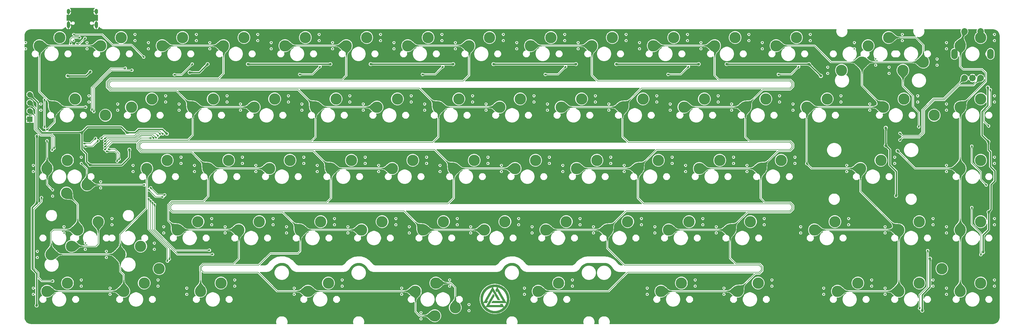
<source format=gbr>
%TF.GenerationSoftware,KiCad,Pcbnew,(5.1.11)-1*%
%TF.CreationDate,2022-07-20T14:15:52+07:00*%
%TF.ProjectId,Malenia,4d616c65-6e69-4612-9e6b-696361645f70,rev?*%
%TF.SameCoordinates,Original*%
%TF.FileFunction,Copper,L1,Top*%
%TF.FilePolarity,Positive*%
%FSLAX46Y46*%
G04 Gerber Fmt 4.6, Leading zero omitted, Abs format (unit mm)*
G04 Created by KiCad (PCBNEW (5.1.11)-1) date 2022-07-20 14:15:52*
%MOMM*%
%LPD*%
G01*
G04 APERTURE LIST*
%TA.AperFunction,EtchedComponent*%
%ADD10C,0.010000*%
%TD*%
%TA.AperFunction,ComponentPad*%
%ADD11R,1.700000X1.700000*%
%TD*%
%TA.AperFunction,ComponentPad*%
%ADD12O,1.700000X1.700000*%
%TD*%
%TA.AperFunction,ComponentPad*%
%ADD13C,0.500000*%
%TD*%
%TA.AperFunction,ComponentPad*%
%ADD14C,3.500000*%
%TD*%
%TA.AperFunction,ComponentPad*%
%ADD15C,2.000000*%
%TD*%
%TA.AperFunction,ComponentPad*%
%ADD16O,2.000000X3.200000*%
%TD*%
%TA.AperFunction,ComponentPad*%
%ADD17O,1.000000X2.100000*%
%TD*%
%TA.AperFunction,ComponentPad*%
%ADD18O,1.000000X1.600000*%
%TD*%
%TA.AperFunction,ViaPad*%
%ADD19C,0.600000*%
%TD*%
%TA.AperFunction,ViaPad*%
%ADD20C,0.800000*%
%TD*%
%TA.AperFunction,Conductor*%
%ADD21C,0.200000*%
%TD*%
%TA.AperFunction,Conductor*%
%ADD22C,0.400000*%
%TD*%
%TA.AperFunction,Conductor*%
%ADD23C,0.100000*%
%TD*%
%TA.AperFunction,Conductor*%
%ADD24C,0.025400*%
%TD*%
G04 APERTURE END LIST*
D10*
%TO.C,G\u002A\u002A\u002A*%
G36*
X175687476Y-109670231D02*
G01*
X175762279Y-109671522D01*
X175833352Y-109673732D01*
X175898718Y-109676862D01*
X175956398Y-109680912D01*
X175967085Y-109681855D01*
X176013249Y-109686351D01*
X176062068Y-109691571D01*
X176112573Y-109697374D01*
X176163796Y-109703618D01*
X176214770Y-109710163D01*
X176264525Y-109716868D01*
X176312093Y-109723592D01*
X176356507Y-109730194D01*
X176396798Y-109736533D01*
X176431998Y-109742469D01*
X176461139Y-109747860D01*
X176483252Y-109752566D01*
X176497370Y-109756446D01*
X176502523Y-109759359D01*
X176502438Y-109759748D01*
X176503964Y-109761724D01*
X176507896Y-109760717D01*
X176516583Y-109759758D01*
X176529896Y-109760736D01*
X176545189Y-109763107D01*
X176559820Y-109766327D01*
X176571144Y-109769853D01*
X176576517Y-109773141D01*
X176575904Y-109774700D01*
X176575140Y-109776902D01*
X176583125Y-109776357D01*
X176586364Y-109775779D01*
X176597979Y-109774597D01*
X176600755Y-109777087D01*
X176600488Y-109777593D01*
X176601962Y-109780728D01*
X176610613Y-109780189D01*
X176619677Y-109779482D01*
X176620559Y-109782946D01*
X176619835Y-109784248D01*
X176618530Y-109788447D01*
X176621876Y-109787066D01*
X176628423Y-109786880D01*
X176642123Y-109788801D01*
X176660877Y-109792334D01*
X176682585Y-109796986D01*
X176705149Y-109802262D01*
X176726470Y-109807668D01*
X176744448Y-109812712D01*
X176756984Y-109816897D01*
X176761980Y-109819731D01*
X176761939Y-109820027D01*
X176764582Y-109821655D01*
X176773173Y-109820829D01*
X176782242Y-109820408D01*
X176783333Y-109823369D01*
X176784869Y-109826441D01*
X176793493Y-109825909D01*
X176802557Y-109825202D01*
X176803439Y-109828666D01*
X176802715Y-109829968D01*
X176801428Y-109834191D01*
X176804356Y-109833033D01*
X176810733Y-109833369D01*
X176825302Y-109836320D01*
X176846546Y-109841507D01*
X176872947Y-109848554D01*
X176902988Y-109857085D01*
X176913091Y-109860057D01*
X177107079Y-109922805D01*
X177298361Y-109995165D01*
X177487039Y-110077189D01*
X177673212Y-110168927D01*
X177856980Y-110270433D01*
X178038445Y-110381755D01*
X178217705Y-110502947D01*
X178331825Y-110586090D01*
X178417916Y-110652866D01*
X178504463Y-110724610D01*
X178592578Y-110802301D01*
X178598679Y-110807987D01*
X178597740Y-110807334D01*
X178594263Y-110806736D01*
X178595499Y-110809575D01*
X178600614Y-110815028D01*
X178603555Y-110813909D01*
X178603605Y-110813199D01*
X178601202Y-110810338D01*
X178683370Y-110886918D01*
X178777949Y-110979441D01*
X178778956Y-110980448D01*
X178868054Y-111071443D01*
X178951130Y-111160424D01*
X179029278Y-111248799D01*
X179103589Y-111337977D01*
X179175157Y-111429366D01*
X179245073Y-111524376D01*
X179314432Y-111624414D01*
X179384325Y-111730891D01*
X179455845Y-111845214D01*
X179478379Y-111882240D01*
X179518646Y-111951290D01*
X179560714Y-112028058D01*
X179603573Y-112110502D01*
X179646210Y-112196577D01*
X179687612Y-112284240D01*
X179726768Y-112371447D01*
X179762665Y-112456154D01*
X179762716Y-112456280D01*
X179792917Y-112533008D01*
X179823298Y-112615939D01*
X179853337Y-112703327D01*
X179882515Y-112793423D01*
X179910310Y-112884480D01*
X179936202Y-112974752D01*
X179959670Y-113062491D01*
X179980194Y-113145949D01*
X179997252Y-113223380D01*
X180007958Y-113279265D01*
X180018779Y-113341613D01*
X180028828Y-113401398D01*
X180037917Y-113457410D01*
X180045857Y-113508436D01*
X180052461Y-113553263D01*
X180057540Y-113590680D01*
X180060907Y-113619474D01*
X180061179Y-113622215D01*
X180063372Y-113644775D01*
X180066303Y-113674867D01*
X180069719Y-113709910D01*
X180073370Y-113747323D01*
X180077004Y-113784525D01*
X180077525Y-113789855D01*
X180080186Y-113818276D01*
X180082388Y-113844983D01*
X180084171Y-113871334D01*
X180085579Y-113898687D01*
X180086653Y-113928402D01*
X180087436Y-113961838D01*
X180087970Y-114000353D01*
X180088297Y-114045305D01*
X180088459Y-114098055D01*
X180088498Y-114142840D01*
X180088428Y-114205892D01*
X180088164Y-114259926D01*
X180087678Y-114306081D01*
X180086940Y-114345497D01*
X180085921Y-114379312D01*
X180084592Y-114408668D01*
X180082922Y-114434704D01*
X180080884Y-114458560D01*
X180080201Y-114465420D01*
X180076512Y-114501703D01*
X180072341Y-114543386D01*
X180068155Y-114585755D01*
X180064422Y-114624095D01*
X180063804Y-114630520D01*
X180058226Y-114680894D01*
X180050209Y-114741127D01*
X180039755Y-114811216D01*
X180026864Y-114891158D01*
X180011536Y-114980947D01*
X180007958Y-115001334D01*
X179993865Y-115073500D01*
X179975865Y-115153068D01*
X179954476Y-115238293D01*
X179930218Y-115327432D01*
X179903610Y-115418742D01*
X179875171Y-115510479D01*
X179845422Y-115600900D01*
X179814881Y-115688260D01*
X179784067Y-115770817D01*
X179762816Y-115824320D01*
X179726422Y-115910436D01*
X179686781Y-115998832D01*
X179644905Y-116087470D01*
X179601803Y-116174310D01*
X179558485Y-116257313D01*
X179515960Y-116334443D01*
X179478468Y-116398360D01*
X179452053Y-116441655D01*
X179426587Y-116483017D01*
X179402828Y-116521236D01*
X179381534Y-116555102D01*
X179363466Y-116583405D01*
X179349381Y-116604936D01*
X179343047Y-116614260D01*
X179330555Y-116632673D01*
X179318788Y-116650811D01*
X179310861Y-116663792D01*
X179301459Y-116678587D01*
X179286519Y-116700152D01*
X179266901Y-116727367D01*
X179243466Y-116759109D01*
X179217073Y-116794259D01*
X179188583Y-116831693D01*
X179158856Y-116870291D01*
X179128752Y-116908931D01*
X179099132Y-116946492D01*
X179070855Y-116981852D01*
X179044782Y-117013890D01*
X179021773Y-117041484D01*
X179015706Y-117048600D01*
X178976009Y-117093654D01*
X178930050Y-117143732D01*
X178879304Y-117197358D01*
X178825248Y-117253056D01*
X178769358Y-117309350D01*
X178713110Y-117364765D01*
X178657980Y-117417824D01*
X178605445Y-117467053D01*
X178556979Y-117510974D01*
X178527405Y-117536797D01*
X178454772Y-117596213D01*
X178456285Y-117594700D01*
X178453745Y-117592160D01*
X178451205Y-117594700D01*
X178453642Y-117597137D01*
X178427909Y-117618188D01*
X178428345Y-117617560D01*
X178429639Y-117612810D01*
X178428944Y-117612480D01*
X178424308Y-117616056D01*
X178423265Y-117617560D01*
X178421970Y-117622309D01*
X178422540Y-117622580D01*
X178383600Y-117654434D01*
X178231709Y-117768053D01*
X178073367Y-117876588D01*
X177910211Y-117978969D01*
X177743877Y-118074128D01*
X177576000Y-118160997D01*
X177557799Y-118169860D01*
X177367268Y-118256450D01*
X177172639Y-118333850D01*
X176974372Y-118401954D01*
X176772924Y-118460655D01*
X176568756Y-118509843D01*
X176362326Y-118549412D01*
X176154093Y-118579254D01*
X175944516Y-118599262D01*
X175734054Y-118609326D01*
X175680890Y-118610282D01*
X175634792Y-118610672D01*
X175587477Y-118610781D01*
X175541056Y-118610626D01*
X175497636Y-118610222D01*
X175459327Y-118609584D01*
X175428238Y-118608728D01*
X175418445Y-118608335D01*
X175309832Y-118601716D01*
X175195651Y-118591589D01*
X175078269Y-118578293D01*
X174960052Y-118562167D01*
X174843369Y-118543551D01*
X174730585Y-118522784D01*
X174624068Y-118500206D01*
X174563055Y-118485658D01*
X174385704Y-118438168D01*
X174216116Y-118386156D01*
X174052697Y-118329052D01*
X173893849Y-118266287D01*
X173737978Y-118197289D01*
X173684796Y-118172029D01*
X173515968Y-118085820D01*
X173348713Y-117991296D01*
X173184624Y-117889494D01*
X173161518Y-117873824D01*
X175162240Y-117873824D01*
X175171283Y-117875938D01*
X175174605Y-117876640D01*
X175191499Y-117879051D01*
X175210979Y-117880316D01*
X175215245Y-117880372D01*
X175238105Y-117880362D01*
X175212705Y-117876406D01*
X175194320Y-117874069D01*
X175177464Y-117872774D01*
X175172065Y-117872673D01*
X175162640Y-117872954D01*
X175162240Y-117873824D01*
X173161518Y-117873824D01*
X173155371Y-117869656D01*
X175128180Y-117869656D01*
X175134927Y-117870536D01*
X175136505Y-117870569D01*
X175145180Y-117870020D01*
X175145944Y-117868430D01*
X175145491Y-117868227D01*
X175135406Y-117867222D01*
X175130251Y-117868039D01*
X175128180Y-117869656D01*
X173155371Y-117869656D01*
X173148459Y-117864969D01*
X175091416Y-117864969D01*
X175098405Y-117865677D01*
X175105616Y-117864879D01*
X175104755Y-117863115D01*
X175094354Y-117862444D01*
X175092055Y-117863115D01*
X175091416Y-117864969D01*
X173148459Y-117864969D01*
X173133476Y-117854809D01*
X175025376Y-117854809D01*
X175032365Y-117855517D01*
X175039576Y-117854719D01*
X175038715Y-117852955D01*
X175028314Y-117852284D01*
X175026015Y-117852955D01*
X175025376Y-117854809D01*
X173133476Y-117854809D01*
X173125405Y-117849336D01*
X174991020Y-117849336D01*
X174997767Y-117850216D01*
X174999345Y-117850249D01*
X175008020Y-117849700D01*
X175008784Y-117848110D01*
X175008331Y-117847907D01*
X174998246Y-117846902D01*
X174993091Y-117847719D01*
X174991020Y-117849336D01*
X173125405Y-117849336D01*
X173117913Y-117844256D01*
X174960540Y-117844256D01*
X174967287Y-117845136D01*
X174968865Y-117845169D01*
X174977540Y-117844620D01*
X174978304Y-117843030D01*
X174977851Y-117842827D01*
X174967766Y-117841822D01*
X174962611Y-117842639D01*
X174960540Y-117844256D01*
X173117913Y-117844256D01*
X173110421Y-117839176D01*
X174930060Y-117839176D01*
X174936807Y-117840056D01*
X174938385Y-117840089D01*
X174947060Y-117839540D01*
X174947824Y-117837950D01*
X174947371Y-117837747D01*
X174937286Y-117836742D01*
X174932131Y-117837559D01*
X174930060Y-117839176D01*
X173110421Y-117839176D01*
X173103945Y-117834785D01*
X174907568Y-117834785D01*
X174912561Y-117835598D01*
X174919150Y-117834664D01*
X174919229Y-117832930D01*
X174912430Y-117831718D01*
X174909492Y-117832529D01*
X174907568Y-117834785D01*
X173103945Y-117834785D01*
X173025295Y-117781453D01*
X172915980Y-117700533D01*
X174399058Y-117700533D01*
X174399755Y-117703553D01*
X174402445Y-117703920D01*
X174406626Y-117702061D01*
X174405831Y-117700533D01*
X174399802Y-117699925D01*
X174399058Y-117700533D01*
X172915980Y-117700533D01*
X172872320Y-117668214D01*
X172815427Y-117622158D01*
X172817485Y-117620100D01*
X172814945Y-117617560D01*
X172812619Y-117619886D01*
X172786736Y-117598933D01*
X174139978Y-117598933D01*
X174140675Y-117601953D01*
X174143365Y-117602320D01*
X174147546Y-117600461D01*
X174146751Y-117598933D01*
X174140722Y-117598325D01*
X174139978Y-117598933D01*
X172786736Y-117598933D01*
X172784545Y-117597160D01*
X172787005Y-117594700D01*
X172784465Y-117592160D01*
X172781925Y-117594700D01*
X172783701Y-117596476D01*
X172768957Y-117584540D01*
X174107805Y-117584540D01*
X174110345Y-117587080D01*
X174112885Y-117584540D01*
X174110345Y-117582000D01*
X174107805Y-117584540D01*
X172768957Y-117584540D01*
X172761635Y-117578613D01*
X174094258Y-117578613D01*
X174094955Y-117581633D01*
X174097645Y-117582000D01*
X174101826Y-117580141D01*
X174101031Y-117578613D01*
X174095002Y-117578005D01*
X174094258Y-117578613D01*
X172761635Y-117578613D01*
X172737580Y-117559140D01*
X174051925Y-117559140D01*
X174054465Y-117561680D01*
X174057005Y-117559140D01*
X174054465Y-117556600D01*
X174051925Y-117559140D01*
X172737580Y-117559140D01*
X172727293Y-117550813D01*
X172713362Y-117538947D01*
X172667033Y-117498216D01*
X172632545Y-117466616D01*
X172635423Y-117466616D01*
X172636659Y-117469455D01*
X172641774Y-117474908D01*
X172644715Y-117473789D01*
X172644765Y-117473079D01*
X172641156Y-117468783D01*
X172638900Y-117467214D01*
X172635423Y-117466616D01*
X172632545Y-117466616D01*
X172628124Y-117462565D01*
X173858885Y-117462565D01*
X173863171Y-117465498D01*
X173874928Y-117472063D01*
X173892502Y-117481421D01*
X173914239Y-117492735D01*
X173938485Y-117505165D01*
X173963588Y-117517875D01*
X173987894Y-117530026D01*
X174009749Y-117540780D01*
X174027499Y-117549299D01*
X174039491Y-117554745D01*
X174043881Y-117556330D01*
X174046788Y-117555086D01*
X174046421Y-117554630D01*
X174040872Y-117551342D01*
X174028135Y-117544638D01*
X174009839Y-117535319D01*
X173987613Y-117524183D01*
X173963087Y-117512031D01*
X173937891Y-117499662D01*
X173913654Y-117487878D01*
X173892005Y-117477477D01*
X173874575Y-117469261D01*
X173862992Y-117464027D01*
X173858885Y-117462565D01*
X172628124Y-117462565D01*
X172615701Y-117451183D01*
X172560869Y-117399351D01*
X172504041Y-117344220D01*
X172446719Y-117287293D01*
X172390408Y-117230072D01*
X172336611Y-117174057D01*
X172286831Y-117120751D01*
X172242571Y-117071656D01*
X172222503Y-117048600D01*
X172200560Y-117022528D01*
X172175300Y-116991682D01*
X172147583Y-116957184D01*
X172118269Y-116920155D01*
X172088218Y-116881717D01*
X172058291Y-116842990D01*
X172029347Y-116805096D01*
X172002247Y-116769157D01*
X171977851Y-116736295D01*
X171957020Y-116707630D01*
X171940613Y-116684285D01*
X171929490Y-116667380D01*
X171927348Y-116663792D01*
X171918665Y-116649619D01*
X171906758Y-116631324D01*
X171895162Y-116614260D01*
X171893479Y-116611756D01*
X172781009Y-116611756D01*
X172801393Y-116635868D01*
X172815255Y-116651375D01*
X172833039Y-116670060D01*
X172851199Y-116688212D01*
X172853528Y-116690460D01*
X172865419Y-116701765D01*
X172871438Y-116707133D01*
X172871363Y-116706224D01*
X172864971Y-116698697D01*
X172852040Y-116684214D01*
X172842492Y-116673638D01*
X172826029Y-116655186D01*
X172812181Y-116639187D01*
X172802332Y-116627275D01*
X172797866Y-116621082D01*
X172797784Y-116620886D01*
X172800164Y-116622264D01*
X172808058Y-116630004D01*
X172820248Y-116642855D01*
X172835518Y-116659566D01*
X172836417Y-116660567D01*
X172855225Y-116681487D01*
X172874254Y-116702638D01*
X172890956Y-116721185D01*
X172900415Y-116731676D01*
X172911754Y-116744882D01*
X172919344Y-116754982D01*
X172921617Y-116759878D01*
X172921565Y-116759946D01*
X172923706Y-116764310D01*
X172931608Y-116773264D01*
X172940768Y-116782230D01*
X172962265Y-116802220D01*
X172944485Y-116781729D01*
X172941165Y-116777514D01*
X172944197Y-116779937D01*
X172952872Y-116788329D01*
X172966480Y-116802021D01*
X172972425Y-116808093D01*
X172987344Y-116823212D01*
X173002504Y-116838165D01*
X173018976Y-116853940D01*
X173037830Y-116871526D01*
X173060136Y-116891909D01*
X173086963Y-116916079D01*
X173119383Y-116945022D01*
X173155426Y-116977033D01*
X173166951Y-116987536D01*
X173173524Y-116994114D01*
X173173836Y-116995447D01*
X173173570Y-116995298D01*
X173168887Y-116993837D01*
X173170111Y-116997097D01*
X173175582Y-117001185D01*
X173177438Y-117000788D01*
X173182994Y-117002553D01*
X173192983Y-117009587D01*
X173198940Y-117014676D01*
X173207100Y-117022364D01*
X173209015Y-117024887D01*
X173206367Y-117023200D01*
X173199357Y-117018261D01*
X173199399Y-117019512D01*
X173205312Y-117026667D01*
X173214072Y-117033939D01*
X173221008Y-117035326D01*
X173228735Y-117036918D01*
X173234501Y-117042018D01*
X173239007Y-117048142D01*
X173236776Y-117047388D01*
X173231505Y-117043520D01*
X173224604Y-117038620D01*
X173224854Y-117040258D01*
X173228182Y-117044627D01*
X173234968Y-117051337D01*
X173238342Y-117052711D01*
X173246740Y-117054029D01*
X173254136Y-117058952D01*
X173256373Y-117064565D01*
X173256090Y-117065157D01*
X173255714Y-117068350D01*
X173257392Y-117067648D01*
X173263845Y-117068767D01*
X173274176Y-117075076D01*
X173277227Y-117077488D01*
X173286730Y-117085071D01*
X173302454Y-117097265D01*
X173322483Y-117112595D01*
X173344899Y-117129591D01*
X173353425Y-117136013D01*
X173379853Y-117155944D01*
X173398764Y-117170352D01*
X173410805Y-117179759D01*
X173416625Y-117184684D01*
X173416874Y-117185649D01*
X173412330Y-117183249D01*
X173407648Y-117181798D01*
X173408871Y-117185057D01*
X173414529Y-117189026D01*
X173416527Y-117188545D01*
X173423032Y-117189471D01*
X173430146Y-117193919D01*
X173434742Y-117198415D01*
X173432165Y-117198022D01*
X173427590Y-117196821D01*
X173428778Y-117198915D01*
X173436222Y-117203820D01*
X173437668Y-117204175D01*
X173447039Y-117205365D01*
X173447704Y-117205445D01*
X173450694Y-117209202D01*
X173449867Y-117211285D01*
X173449422Y-117215272D01*
X173450837Y-117215193D01*
X173456364Y-117217380D01*
X173468675Y-117224274D01*
X173486133Y-117234900D01*
X173507101Y-117248282D01*
X173514921Y-117253406D01*
X173537105Y-117267901D01*
X173556671Y-117280426D01*
X173571857Y-117289874D01*
X173580906Y-117295137D01*
X173582202Y-117295750D01*
X173587159Y-117300598D01*
X173586698Y-117303258D01*
X173586738Y-117307169D01*
X173587997Y-117307204D01*
X173598576Y-117307105D01*
X173602945Y-117310567D01*
X173602267Y-117312885D01*
X173601844Y-117317224D01*
X173603237Y-117317364D01*
X173613816Y-117317265D01*
X173618185Y-117320727D01*
X173617507Y-117323045D01*
X173617084Y-117327384D01*
X173618477Y-117327524D01*
X173629056Y-117327425D01*
X173633425Y-117330887D01*
X173632747Y-117333205D01*
X173632324Y-117337544D01*
X173633717Y-117337684D01*
X173644240Y-117337571D01*
X173648723Y-117340920D01*
X173648100Y-117343181D01*
X173648961Y-117345985D01*
X173653714Y-117344858D01*
X173659652Y-117343977D01*
X173658680Y-117347582D01*
X173657693Y-117352186D01*
X173659328Y-117352255D01*
X173665455Y-117353870D01*
X173678044Y-117359438D01*
X173695161Y-117367906D01*
X173714871Y-117378216D01*
X173735237Y-117389315D01*
X173754325Y-117400146D01*
X173770200Y-117409655D01*
X173780927Y-117416786D01*
X173784570Y-117420483D01*
X173784542Y-117420544D01*
X173786272Y-117422277D01*
X173790874Y-117421058D01*
X173796812Y-117420177D01*
X173795840Y-117423782D01*
X173794752Y-117428534D01*
X173796277Y-117428719D01*
X173804751Y-117429118D01*
X173814117Y-117432633D01*
X173820254Y-117437338D01*
X173820594Y-117440067D01*
X173821875Y-117442452D01*
X173826434Y-117441378D01*
X173832386Y-117440535D01*
X173831514Y-117443918D01*
X173831342Y-117447651D01*
X173836594Y-117446458D01*
X173842506Y-117445469D01*
X173841153Y-117449841D01*
X173839762Y-117454193D01*
X173842578Y-117453119D01*
X173848402Y-117454293D01*
X173850974Y-117455291D01*
X173848725Y-117457540D01*
X173851265Y-117460080D01*
X173853805Y-117457540D01*
X173851926Y-117455661D01*
X173861526Y-117459388D01*
X173880448Y-117467662D01*
X173903669Y-117478372D01*
X173929686Y-117490776D01*
X173956999Y-117504131D01*
X173984106Y-117517694D01*
X174009507Y-117530724D01*
X174031700Y-117542477D01*
X174049185Y-117552211D01*
X174060460Y-117559183D01*
X174064024Y-117562650D01*
X174064016Y-117562664D01*
X174065679Y-117564495D01*
X174070274Y-117563298D01*
X174076226Y-117562455D01*
X174075354Y-117565838D01*
X174075182Y-117569571D01*
X174080434Y-117568378D01*
X174086346Y-117567389D01*
X174084993Y-117571761D01*
X174083575Y-117576078D01*
X174087006Y-117574675D01*
X174094783Y-117573719D01*
X174105422Y-117576187D01*
X174115191Y-117580625D01*
X174120360Y-117585577D01*
X174120176Y-117587611D01*
X174121586Y-117589811D01*
X174126154Y-117588698D01*
X174132066Y-117587709D01*
X174130713Y-117592081D01*
X174129313Y-117596414D01*
X174132465Y-117595157D01*
X174140602Y-117593475D01*
X174149742Y-117595284D01*
X174155746Y-117599265D01*
X174155874Y-117602627D01*
X174157155Y-117605012D01*
X174161714Y-117603938D01*
X174167666Y-117603142D01*
X174167051Y-117606062D01*
X174167814Y-117609505D01*
X174174632Y-117608666D01*
X174182278Y-117608049D01*
X174181995Y-117611621D01*
X174181910Y-117615291D01*
X174187114Y-117614098D01*
X174193026Y-117613109D01*
X174191673Y-117617481D01*
X174190281Y-117621858D01*
X174192667Y-117621025D01*
X174199250Y-117621515D01*
X174212944Y-117625356D01*
X174231536Y-117631862D01*
X174246539Y-117637741D01*
X174269550Y-117646921D01*
X174291397Y-117655258D01*
X174308886Y-117661549D01*
X174315666Y-117663754D01*
X174327637Y-117668299D01*
X174333598Y-117672494D01*
X174333691Y-117673720D01*
X174335809Y-117675642D01*
X174342272Y-117674706D01*
X174349878Y-117674157D01*
X174349954Y-117677146D01*
X174350611Y-117681818D01*
X174352969Y-117682226D01*
X174367918Y-117682809D01*
X174374908Y-117685653D01*
X174374797Y-117688206D01*
X174376523Y-117690702D01*
X174382912Y-117689946D01*
X174390461Y-117689138D01*
X174389979Y-117693372D01*
X174389754Y-117693744D01*
X174388415Y-117698033D01*
X174391266Y-117696929D01*
X174400047Y-117695465D01*
X174410314Y-117696816D01*
X174418857Y-117700321D01*
X174417388Y-117704102D01*
X174416047Y-117706960D01*
X174423256Y-117707640D01*
X174431477Y-117708938D01*
X174447880Y-117712786D01*
X174470923Y-117718777D01*
X174499067Y-117726503D01*
X174530774Y-117735557D01*
X174549765Y-117741130D01*
X174582114Y-117750413D01*
X174618477Y-117760333D01*
X174657392Y-117770541D01*
X174697393Y-117780685D01*
X174737017Y-117790414D01*
X174774800Y-117799378D01*
X174809277Y-117807225D01*
X174838986Y-117813606D01*
X174862462Y-117818168D01*
X174878241Y-117820562D01*
X174882353Y-117820837D01*
X174889184Y-117821679D01*
X174886679Y-117825071D01*
X174885045Y-117826250D01*
X174881233Y-117829674D01*
X174886091Y-117829118D01*
X174888863Y-117828367D01*
X174897463Y-117827925D01*
X174912822Y-117829004D01*
X174933156Y-117831307D01*
X174956681Y-117834537D01*
X174981611Y-117838398D01*
X175006162Y-117842592D01*
X175028550Y-117846823D01*
X175046990Y-117850795D01*
X175059697Y-117854210D01*
X175064887Y-117856773D01*
X175064344Y-117857547D01*
X175060209Y-117859942D01*
X175065515Y-117859381D01*
X175067925Y-117858882D01*
X175076793Y-117858607D01*
X175093949Y-117859460D01*
X175117598Y-117861301D01*
X175145948Y-117863988D01*
X175177205Y-117867381D01*
X175179685Y-117867667D01*
X175213823Y-117871765D01*
X175238517Y-117875055D01*
X175254439Y-117877664D01*
X175262262Y-117879718D01*
X175262658Y-117881342D01*
X175258425Y-117882363D01*
X175254570Y-117883499D01*
X175259732Y-117884133D01*
X175272775Y-117884211D01*
X175288905Y-117883811D01*
X175310868Y-117883349D01*
X175323879Y-117883740D01*
X175327494Y-117884954D01*
X175324465Y-117886207D01*
X175321447Y-117887995D01*
X175328228Y-117888989D01*
X175344474Y-117889164D01*
X175360025Y-117888825D01*
X175382550Y-117888417D01*
X175394967Y-117888835D01*
X175397270Y-117890078D01*
X175393045Y-117891397D01*
X175388798Y-117893148D01*
X175394546Y-117894123D01*
X175410153Y-117894314D01*
X175428605Y-117893926D01*
X175448326Y-117893602D01*
X175461532Y-117893901D01*
X175466970Y-117894751D01*
X175464165Y-117895934D01*
X175464790Y-117896767D01*
X175474564Y-117897530D01*
X175492474Y-117898202D01*
X175517507Y-117898757D01*
X175548652Y-117899174D01*
X175584896Y-117899428D01*
X175618786Y-117899500D01*
X175658702Y-117899399D01*
X175694504Y-117899112D01*
X175725155Y-117898664D01*
X175749618Y-117898077D01*
X175766859Y-117897377D01*
X175775840Y-117896586D01*
X175776266Y-117895875D01*
X175774622Y-117894536D01*
X175781749Y-117893724D01*
X175796266Y-117893517D01*
X175812145Y-117893835D01*
X175834131Y-117894231D01*
X175847140Y-117893798D01*
X175850739Y-117892566D01*
X175847705Y-117891318D01*
X175844498Y-117889513D01*
X175851111Y-117888540D01*
X175867234Y-117888421D01*
X175880725Y-117888751D01*
X175902152Y-117889104D01*
X175914925Y-117888568D01*
X175918465Y-117887187D01*
X175916285Y-117886088D01*
X175914653Y-117884321D01*
X175922433Y-117883398D01*
X175938905Y-117883366D01*
X175951845Y-117883762D01*
X175969924Y-117884244D01*
X175980919Y-117884081D01*
X175983715Y-117883325D01*
X175979785Y-117882406D01*
X175974937Y-117881021D01*
X175976297Y-117879797D01*
X176003068Y-117879797D01*
X176005457Y-117881188D01*
X176015211Y-117881463D01*
X176029612Y-117880763D01*
X176045942Y-117879232D01*
X176061484Y-117877013D01*
X176063605Y-117876624D01*
X176072444Y-117874688D01*
X176072480Y-117873828D01*
X176063265Y-117874005D01*
X176045825Y-117875078D01*
X176026620Y-117876607D01*
X176011728Y-117878180D01*
X176003718Y-117879514D01*
X176003068Y-117879797D01*
X175976297Y-117879797D01*
X175976834Y-117879314D01*
X175986173Y-117877154D01*
X176003654Y-117874407D01*
X176029973Y-117870944D01*
X176040622Y-117869656D01*
X176093380Y-117869656D01*
X176100127Y-117870536D01*
X176101705Y-117870569D01*
X176110380Y-117870020D01*
X176111144Y-117868430D01*
X176110691Y-117868227D01*
X176100606Y-117867222D01*
X176095451Y-117868039D01*
X176093380Y-117869656D01*
X176040622Y-117869656D01*
X176058945Y-117867440D01*
X176081273Y-117864969D01*
X176132816Y-117864969D01*
X176139805Y-117865677D01*
X176147016Y-117864879D01*
X176146155Y-117863115D01*
X176135754Y-117862444D01*
X176133455Y-117863115D01*
X176132816Y-117864969D01*
X176081273Y-117864969D01*
X176090590Y-117863938D01*
X176119638Y-117861157D01*
X176144252Y-117859239D01*
X176162600Y-117858326D01*
X176172846Y-117858558D01*
X176173245Y-117858628D01*
X176181551Y-117859790D01*
X176180319Y-117858167D01*
X176178873Y-117857495D01*
X176179804Y-117855139D01*
X176180854Y-117854809D01*
X176203936Y-117854809D01*
X176210925Y-117855517D01*
X176218136Y-117854719D01*
X176217275Y-117852955D01*
X176206874Y-117852284D01*
X176204575Y-117852955D01*
X176203936Y-117854809D01*
X176180854Y-117854809D01*
X176190720Y-117851709D01*
X176199915Y-117849729D01*
X176234416Y-117849729D01*
X176241405Y-117850437D01*
X176248616Y-117849639D01*
X176247755Y-117847875D01*
X176237354Y-117847204D01*
X176235055Y-117847875D01*
X176234416Y-117849729D01*
X176199915Y-117849729D01*
X176211507Y-117847233D01*
X176228051Y-117844256D01*
X176266100Y-117844256D01*
X176272847Y-117845136D01*
X176274425Y-117845169D01*
X176283100Y-117844620D01*
X176283864Y-117843030D01*
X176283411Y-117842827D01*
X176273326Y-117841822D01*
X176268171Y-117842639D01*
X176266100Y-117844256D01*
X176228051Y-117844256D01*
X176242050Y-117841737D01*
X176257498Y-117839176D01*
X176296580Y-117839176D01*
X176303327Y-117840056D01*
X176304905Y-117840089D01*
X176313580Y-117839540D01*
X176314344Y-117837950D01*
X176313891Y-117837747D01*
X176303806Y-117836742D01*
X176298651Y-117837559D01*
X176296580Y-117839176D01*
X176257498Y-117839176D01*
X176258385Y-117839029D01*
X176286097Y-117834785D01*
X176324888Y-117834785D01*
X176329881Y-117835598D01*
X176336470Y-117834664D01*
X176336549Y-117832930D01*
X176329750Y-117831718D01*
X176326812Y-117832529D01*
X176324888Y-117834785D01*
X176286097Y-117834785D01*
X176287488Y-117834572D01*
X176313315Y-117831126D01*
X176334116Y-117828882D01*
X176348147Y-117828033D01*
X176353451Y-117828556D01*
X176357396Y-117829672D01*
X176355768Y-117825942D01*
X176355279Y-117821672D01*
X176362545Y-117821092D01*
X176367415Y-117821698D01*
X176377718Y-117822043D01*
X176380221Y-117819353D01*
X176380081Y-117819104D01*
X176381816Y-117816240D01*
X176390356Y-117816749D01*
X176399247Y-117817435D01*
X176401363Y-117815580D01*
X176404014Y-117812561D01*
X176413306Y-117809818D01*
X176425723Y-117807888D01*
X176437749Y-117807303D01*
X176445868Y-117808599D01*
X176446183Y-117808765D01*
X176449454Y-117809590D01*
X176448323Y-117807936D01*
X176451583Y-117805388D01*
X176463166Y-117801244D01*
X176481452Y-117795990D01*
X176504821Y-117790114D01*
X176516903Y-117787320D01*
X176545074Y-117780576D01*
X176579973Y-117771606D01*
X176618627Y-117761209D01*
X176658065Y-117750185D01*
X176695315Y-117739333D01*
X176696065Y-117739109D01*
X176727999Y-117729743D01*
X176757253Y-117721503D01*
X176782221Y-117714812D01*
X176801295Y-117710097D01*
X176812869Y-117707783D01*
X176814953Y-117707622D01*
X176822391Y-117706814D01*
X176820821Y-117704102D01*
X176819439Y-117700533D01*
X176832378Y-117700533D01*
X176833075Y-117703553D01*
X176835765Y-117703920D01*
X176839946Y-117702061D01*
X176839151Y-117700533D01*
X176833122Y-117699925D01*
X176832378Y-117700533D01*
X176819439Y-117700533D01*
X176819355Y-117700318D01*
X176827895Y-117696816D01*
X176839866Y-117695475D01*
X176846943Y-117696929D01*
X176850122Y-117697341D01*
X176848455Y-117693744D01*
X176847584Y-117689229D01*
X176854685Y-117689788D01*
X176855297Y-117689946D01*
X176862651Y-117690495D01*
X176863412Y-117688206D01*
X176865173Y-117684211D01*
X176875651Y-117682269D01*
X176885240Y-117682226D01*
X176889049Y-117679375D01*
X176888255Y-117677146D01*
X176889212Y-117673878D01*
X176895937Y-117674706D01*
X176903484Y-117675517D01*
X176904518Y-117673720D01*
X176907346Y-117670083D01*
X176917272Y-117665494D01*
X176922543Y-117663754D01*
X176936131Y-117659162D01*
X176955892Y-117651841D01*
X176978633Y-117642993D01*
X176991670Y-117637741D01*
X177012402Y-117629755D01*
X177029810Y-117623945D01*
X177041683Y-117621000D01*
X177045542Y-117621025D01*
X177048184Y-117620943D01*
X177046536Y-117617481D01*
X177045395Y-117612952D01*
X177051095Y-117614098D01*
X177057053Y-117614926D01*
X177056214Y-117611621D01*
X177056475Y-117607830D01*
X177063577Y-117608666D01*
X177071221Y-117609222D01*
X177071158Y-117606062D01*
X177071492Y-117602765D01*
X177076495Y-117603938D01*
X177082363Y-117604718D01*
X177082335Y-117602627D01*
X177083403Y-117598933D01*
X177091458Y-117598933D01*
X177092155Y-117601953D01*
X177094845Y-117602320D01*
X177099026Y-117600461D01*
X177098231Y-117598933D01*
X177092202Y-117598325D01*
X177091458Y-117598933D01*
X177083403Y-117598933D01*
X177083698Y-117597913D01*
X177091084Y-117594449D01*
X177100357Y-117593554D01*
X177105744Y-117595157D01*
X177109218Y-117595849D01*
X177107496Y-117592081D01*
X177106355Y-117587552D01*
X177112055Y-117588698D01*
X177118007Y-117589541D01*
X177117135Y-117586158D01*
X177116963Y-117582425D01*
X177122215Y-117583618D01*
X177128083Y-117584398D01*
X177128055Y-117582307D01*
X177128878Y-117579460D01*
X177135485Y-117579460D01*
X177138025Y-117582000D01*
X177140565Y-117579460D01*
X177138025Y-117576920D01*
X177135485Y-117579460D01*
X177128878Y-117579460D01*
X177129418Y-117577593D01*
X177136804Y-117574129D01*
X177146077Y-117573234D01*
X177151464Y-117574837D01*
X177154938Y-117575529D01*
X177153216Y-117571761D01*
X177152075Y-117567232D01*
X177157775Y-117568378D01*
X177163727Y-117569221D01*
X177162855Y-117565838D01*
X177162683Y-117562105D01*
X177167935Y-117563298D01*
X177173993Y-117564347D01*
X177174193Y-117562664D01*
X177177675Y-117559235D01*
X177177828Y-117559140D01*
X177181205Y-117559140D01*
X177183745Y-117561680D01*
X177186285Y-117559140D01*
X177183792Y-117556647D01*
X177190620Y-117556647D01*
X177195026Y-117555551D01*
X177205673Y-117551038D01*
X177223228Y-117542804D01*
X177248359Y-117530545D01*
X177281732Y-117513957D01*
X177287938Y-117510853D01*
X177315669Y-117496851D01*
X177340015Y-117484328D01*
X177357744Y-117474989D01*
X178594690Y-117474989D01*
X178595385Y-117475320D01*
X178600021Y-117471743D01*
X178601065Y-117470240D01*
X178602359Y-117465490D01*
X178601664Y-117465160D01*
X178597028Y-117468736D01*
X178595985Y-117470240D01*
X178594690Y-117474989D01*
X177357744Y-117474989D01*
X177359616Y-117474003D01*
X177373109Y-117466596D01*
X177379135Y-117462825D01*
X177379325Y-117462566D01*
X177375059Y-117464096D01*
X177363347Y-117469395D01*
X177345819Y-117477661D01*
X177324105Y-117488096D01*
X177299834Y-117499899D01*
X177274635Y-117512271D01*
X177250138Y-117524410D01*
X177227973Y-117535519D01*
X177209769Y-117544796D01*
X177197156Y-117551441D01*
X177191788Y-117554630D01*
X177190620Y-117556647D01*
X177183792Y-117556647D01*
X177183745Y-117556600D01*
X177181205Y-117559140D01*
X177177828Y-117559140D01*
X177188881Y-117552293D01*
X177206313Y-117542583D01*
X177228467Y-117530846D01*
X177253844Y-117517825D01*
X177280942Y-117504264D01*
X177308260Y-117490903D01*
X177334297Y-117478486D01*
X177357552Y-117467756D01*
X177376524Y-117459454D01*
X177386289Y-117455656D01*
X177384405Y-117457540D01*
X177386945Y-117460080D01*
X177389485Y-117457540D01*
X177387234Y-117455289D01*
X177389712Y-117454325D01*
X177395615Y-117453109D01*
X177395631Y-117453119D01*
X177398755Y-117453484D01*
X177397056Y-117449841D01*
X177395915Y-117445312D01*
X177401615Y-117446458D01*
X177407567Y-117447301D01*
X177406695Y-117443918D01*
X177406523Y-117440185D01*
X177411775Y-117441378D01*
X177417643Y-117442158D01*
X177417615Y-117440067D01*
X177419560Y-117435604D01*
X177427353Y-117431111D01*
X177436872Y-117428510D01*
X177441932Y-117428719D01*
X177443637Y-117426501D01*
X177442369Y-117423782D01*
X177441958Y-117419869D01*
X177447335Y-117421058D01*
X177453428Y-117422156D01*
X177453667Y-117420544D01*
X177456994Y-117417002D01*
X177467480Y-117409986D01*
X177483190Y-117400550D01*
X177502189Y-117389751D01*
X177522541Y-117378643D01*
X177542312Y-117368281D01*
X177559567Y-117359722D01*
X177572370Y-117354020D01*
X177578787Y-117352231D01*
X177578881Y-117352255D01*
X177580778Y-117350293D01*
X177579529Y-117347582D01*
X177579118Y-117343669D01*
X177584495Y-117344858D01*
X177590416Y-117345636D01*
X177590109Y-117343181D01*
X177591126Y-117338657D01*
X177599371Y-117337142D01*
X177604492Y-117337684D01*
X177606392Y-117335206D01*
X177605462Y-117333205D01*
X177606365Y-117328535D01*
X177614601Y-117326979D01*
X177619732Y-117327524D01*
X177621632Y-117325046D01*
X177620702Y-117323045D01*
X177621605Y-117318375D01*
X177629841Y-117316819D01*
X177634972Y-117317364D01*
X177637006Y-117314974D01*
X177636271Y-117313418D01*
X177637464Y-117307867D01*
X177640462Y-117306027D01*
X177646961Y-117302408D01*
X177660301Y-117294183D01*
X177678863Y-117282375D01*
X177701031Y-117268008D01*
X177715363Y-117258603D01*
X177738600Y-117243527D01*
X177758941Y-117230785D01*
X177774859Y-117221298D01*
X177784831Y-117215985D01*
X177787372Y-117215193D01*
X177789282Y-117213275D01*
X177788342Y-117211285D01*
X177788661Y-117206108D01*
X177790505Y-117205445D01*
X177799956Y-117204254D01*
X177800541Y-117204175D01*
X177808085Y-117200213D01*
X177809431Y-117198915D01*
X177809827Y-117196612D01*
X177806045Y-117198022D01*
X177803527Y-117198293D01*
X177808063Y-117193919D01*
X177817304Y-117189048D01*
X177822818Y-117189247D01*
X177825568Y-117189122D01*
X177824639Y-117187077D01*
X177825886Y-117181536D01*
X177832974Y-117176522D01*
X177841814Y-117174705D01*
X177843252Y-117174919D01*
X177845291Y-117172736D01*
X177844551Y-117171178D01*
X177846087Y-117166095D01*
X177853301Y-117161338D01*
X177861963Y-117159466D01*
X177863572Y-117159679D01*
X177865611Y-117157496D01*
X177864871Y-117155938D01*
X177866407Y-117150855D01*
X177873621Y-117146098D01*
X177882283Y-117144226D01*
X177883892Y-117144439D01*
X177885931Y-117142256D01*
X177885191Y-117140698D01*
X177886727Y-117135615D01*
X177893941Y-117130858D01*
X177902603Y-117128986D01*
X177904212Y-117129199D01*
X177906251Y-117127016D01*
X177905511Y-117125458D01*
X177906967Y-117120326D01*
X177914279Y-117115717D01*
X177923306Y-117113958D01*
X177925424Y-117114256D01*
X177927746Y-117112988D01*
X177926727Y-117111708D01*
X177927823Y-117106921D01*
X177934304Y-117100014D01*
X177942781Y-117093993D01*
X177949131Y-117091817D01*
X177955297Y-117088568D01*
X177956751Y-117087155D01*
X177957147Y-117084852D01*
X177953365Y-117086262D01*
X177950847Y-117086533D01*
X177955383Y-117082159D01*
X177964105Y-117076994D01*
X177968777Y-117076646D01*
X177974417Y-117075060D01*
X177979459Y-117070134D01*
X177983761Y-117064072D01*
X177981207Y-117064696D01*
X177978525Y-117066380D01*
X177975808Y-117067371D01*
X177980266Y-117062650D01*
X177980324Y-117062597D01*
X177988771Y-117056711D01*
X177993566Y-117055949D01*
X177998912Y-117053998D01*
X178009166Y-117046688D01*
X178019707Y-117037728D01*
X178042265Y-117017292D01*
X178018135Y-117036098D01*
X178005493Y-117045544D01*
X177996757Y-117051296D01*
X177994005Y-117052184D01*
X177997731Y-117047268D01*
X178007163Y-117038915D01*
X178019679Y-117029085D01*
X178032656Y-117019739D01*
X178043474Y-117012841D01*
X178049511Y-117010351D01*
X178049791Y-117010442D01*
X178055383Y-117008727D01*
X178063176Y-117001490D01*
X178069523Y-116993795D01*
X178069106Y-116992998D01*
X178062361Y-116997800D01*
X178059987Y-116999004D01*
X178064285Y-116994452D01*
X178072472Y-116986824D01*
X178084335Y-116976899D01*
X178093193Y-116971020D01*
X178096250Y-116970259D01*
X178101516Y-116968443D01*
X178106459Y-116963454D01*
X178110733Y-116957539D01*
X178108199Y-116958368D01*
X178103225Y-116961802D01*
X178101247Y-116962583D01*
X178105877Y-116957694D01*
X178115925Y-116948365D01*
X178128443Y-116937785D01*
X178137956Y-116931056D01*
X178141916Y-116929633D01*
X178147018Y-116927583D01*
X178154616Y-116920210D01*
X178160962Y-116912520D01*
X178160566Y-116911728D01*
X178153905Y-116916520D01*
X178152127Y-116917257D01*
X178156852Y-116912223D01*
X178167066Y-116902478D01*
X178169145Y-116900550D01*
X178182325Y-116889030D01*
X178192616Y-116881260D01*
X178197845Y-116878876D01*
X178197899Y-116878904D01*
X178203129Y-116877019D01*
X178208059Y-116872014D01*
X178212344Y-116866117D01*
X178209904Y-116866971D01*
X178204825Y-116870596D01*
X178203435Y-116870936D01*
X178208459Y-116865470D01*
X178218857Y-116855292D01*
X178224151Y-116850276D01*
X178243225Y-116831835D01*
X178263864Y-116811119D01*
X178280031Y-116794271D01*
X178290239Y-116783530D01*
X178294977Y-116778964D01*
X178293660Y-116781109D01*
X178291185Y-116784111D01*
X178275945Y-116802220D01*
X178294743Y-116784956D01*
X178305328Y-116774432D01*
X178311657Y-116766564D01*
X178312523Y-116764195D01*
X178315457Y-116759513D01*
X178324229Y-116748597D01*
X178337788Y-116732683D01*
X178355082Y-116713004D01*
X178372757Y-116693355D01*
X178378646Y-116693355D01*
X178378748Y-116693983D01*
X178385003Y-116688168D01*
X178396948Y-116676330D01*
X178406972Y-116666184D01*
X178424709Y-116647808D01*
X178439310Y-116632063D01*
X178449562Y-116620308D01*
X178454250Y-116613901D01*
X178454357Y-116613179D01*
X178450048Y-116615363D01*
X178441304Y-116623446D01*
X178432549Y-116632858D01*
X178419225Y-116647868D01*
X178402559Y-116666513D01*
X178386036Y-116684897D01*
X178385165Y-116685863D01*
X178378646Y-116693355D01*
X178372757Y-116693355D01*
X178375005Y-116690857D01*
X178395178Y-116668526D01*
X178412893Y-116648642D01*
X178427042Y-116632471D01*
X178436517Y-116621279D01*
X178440201Y-116616359D01*
X178435271Y-116616034D01*
X178420366Y-116615719D01*
X178395668Y-116615413D01*
X178361363Y-116615117D01*
X178317632Y-116614831D01*
X178264662Y-116614556D01*
X178202635Y-116614292D01*
X178131736Y-116614039D01*
X178052148Y-116613797D01*
X177964055Y-116613567D01*
X177867641Y-116613349D01*
X177763091Y-116613144D01*
X177650588Y-116612951D01*
X177530316Y-116612771D01*
X177402459Y-116612604D01*
X177267200Y-116612451D01*
X177124725Y-116612311D01*
X176975216Y-116612186D01*
X176818858Y-116612075D01*
X176655834Y-116611979D01*
X176486329Y-116611898D01*
X176310527Y-116611833D01*
X176128611Y-116611783D01*
X175940765Y-116611749D01*
X175747173Y-116611731D01*
X175611453Y-116611729D01*
X172781009Y-116611756D01*
X171893479Y-116611756D01*
X171885221Y-116599471D01*
X171871424Y-116578237D01*
X171855198Y-116552787D01*
X171837968Y-116525354D01*
X171826947Y-116507580D01*
X171810686Y-116481247D01*
X171795393Y-116456552D01*
X171782234Y-116435372D01*
X171772372Y-116419581D01*
X171767884Y-116412470D01*
X171756899Y-116394371D01*
X171742166Y-116368767D01*
X171724520Y-116337220D01*
X171704798Y-116301291D01*
X171683837Y-116262543D01*
X171662472Y-116222537D01*
X171641540Y-116182835D01*
X171621878Y-116144998D01*
X171604323Y-116110588D01*
X171589710Y-116081167D01*
X171589563Y-116080860D01*
X172395845Y-116080860D01*
X172398385Y-116083400D01*
X172400925Y-116080860D01*
X172398385Y-116078320D01*
X172395845Y-116080860D01*
X171589563Y-116080860D01*
X171583458Y-116068160D01*
X171577776Y-116055460D01*
X172380605Y-116055460D01*
X172383145Y-116058000D01*
X172385685Y-116055460D01*
X172383145Y-116052920D01*
X172380605Y-116055460D01*
X171577776Y-116055460D01*
X171566410Y-116030060D01*
X172365365Y-116030060D01*
X172367905Y-116032600D01*
X172370445Y-116030060D01*
X172367905Y-116027520D01*
X172365365Y-116030060D01*
X171566410Y-116030060D01*
X171555044Y-116004660D01*
X172350125Y-116004660D01*
X172352665Y-116007200D01*
X172355205Y-116004660D01*
X172352665Y-116002120D01*
X172350125Y-116004660D01*
X171555044Y-116004660D01*
X171530038Y-115948780D01*
X172319645Y-115948780D01*
X172322185Y-115951320D01*
X172324725Y-115948780D01*
X172322185Y-115946240D01*
X172319645Y-115948780D01*
X171530038Y-115948780D01*
X171502310Y-115886818D01*
X171436392Y-115721068D01*
X172203181Y-115721068D01*
X172205972Y-115730143D01*
X172209737Y-115735994D01*
X172211518Y-115736020D01*
X172211236Y-115730338D01*
X172208505Y-115724371D01*
X172204013Y-115718403D01*
X172203181Y-115721068D01*
X171436392Y-115721068D01*
X171431998Y-115710020D01*
X172197725Y-115710020D01*
X172200265Y-115712560D01*
X172202805Y-115710020D01*
X172200265Y-115707480D01*
X172197725Y-115710020D01*
X171431998Y-115710020D01*
X171429572Y-115703922D01*
X171365833Y-115521009D01*
X171336768Y-115427489D01*
X171322082Y-115376951D01*
X171317930Y-115362040D01*
X172065827Y-115362040D01*
X172083488Y-115410829D01*
X172090582Y-115431762D01*
X172095633Y-115449322D01*
X172098039Y-115461234D01*
X172097852Y-115464954D01*
X172097744Y-115467807D01*
X172101220Y-115466170D01*
X172105735Y-115465299D01*
X172105176Y-115472400D01*
X172105018Y-115473012D01*
X172104462Y-115480656D01*
X172107622Y-115480593D01*
X172110919Y-115480927D01*
X172109746Y-115485930D01*
X172108918Y-115491888D01*
X172112223Y-115491049D01*
X172116014Y-115491310D01*
X172115178Y-115498412D01*
X172114629Y-115505766D01*
X172116918Y-115506527D01*
X172120913Y-115508288D01*
X172122855Y-115518766D01*
X172122898Y-115528355D01*
X172124841Y-115532786D01*
X172126269Y-115532427D01*
X172129739Y-115535521D01*
X172134935Y-115545833D01*
X172139105Y-115556612D01*
X172145961Y-115574717D01*
X172155219Y-115597259D01*
X172164928Y-115619497D01*
X172165353Y-115620433D01*
X172172900Y-115638478D01*
X172177852Y-115653206D01*
X172179385Y-115662063D01*
X172179099Y-115663128D01*
X172179092Y-115665971D01*
X172181700Y-115664785D01*
X172186738Y-115665667D01*
X172188931Y-115676284D01*
X172188938Y-115685835D01*
X172191817Y-115689622D01*
X172194081Y-115688811D01*
X172197271Y-115689263D01*
X172196106Y-115694210D01*
X172195192Y-115700172D01*
X172197074Y-115700262D01*
X172201663Y-115702397D01*
X172207224Y-115711062D01*
X172212344Y-115722909D01*
X172215607Y-115734592D01*
X172215599Y-115742765D01*
X172215292Y-115743383D01*
X172214216Y-115747262D01*
X172218123Y-115745531D01*
X172222652Y-115744390D01*
X172221506Y-115750090D01*
X172220663Y-115756042D01*
X172224046Y-115755170D01*
X172227779Y-115754998D01*
X172226586Y-115760250D01*
X172225743Y-115766202D01*
X172229126Y-115765330D01*
X172232859Y-115765158D01*
X172231666Y-115770410D01*
X172230823Y-115776362D01*
X172234206Y-115775490D01*
X172237939Y-115775318D01*
X172236746Y-115780570D01*
X172235903Y-115786522D01*
X172239286Y-115785650D01*
X172243019Y-115785478D01*
X172241826Y-115790730D01*
X172240983Y-115796682D01*
X172244366Y-115795810D01*
X172248099Y-115795638D01*
X172246906Y-115800890D01*
X172245942Y-115806887D01*
X172247751Y-115807018D01*
X172251613Y-115809922D01*
X172257934Y-115819500D01*
X172265337Y-115833014D01*
X172272443Y-115847730D01*
X172277875Y-115860913D01*
X172280253Y-115869827D01*
X172280149Y-115871318D01*
X172282104Y-115873356D01*
X172284822Y-115872124D01*
X172288735Y-115871713D01*
X172287546Y-115877090D01*
X172286703Y-115883042D01*
X172290086Y-115882170D01*
X172293819Y-115881998D01*
X172292626Y-115887250D01*
X172291783Y-115893202D01*
X172295166Y-115892330D01*
X172298899Y-115892158D01*
X172297706Y-115897410D01*
X172296863Y-115903362D01*
X172300246Y-115902490D01*
X172303979Y-115902318D01*
X172302786Y-115907570D01*
X172301943Y-115913522D01*
X172305326Y-115912650D01*
X172309127Y-115912460D01*
X172308157Y-115916972D01*
X172308660Y-115926851D01*
X172312654Y-115934316D01*
X172317774Y-115940350D01*
X172317463Y-115938185D01*
X172314666Y-115932270D01*
X172311010Y-115922984D01*
X172312040Y-115921228D01*
X172316456Y-115926323D01*
X172322262Y-115936229D01*
X172326723Y-115948221D01*
X172326940Y-115956838D01*
X172326687Y-115957334D01*
X172326188Y-115960601D01*
X172329883Y-115958891D01*
X172334412Y-115957750D01*
X172333266Y-115963450D01*
X172332423Y-115969402D01*
X172335806Y-115968530D01*
X172339539Y-115968358D01*
X172338346Y-115973610D01*
X172337503Y-115979562D01*
X172340886Y-115978690D01*
X172344658Y-115978516D01*
X172343590Y-115983343D01*
X172343595Y-115992117D01*
X172346051Y-115995122D01*
X172349378Y-115995338D01*
X172347993Y-115991474D01*
X172347794Y-115989400D01*
X172352400Y-115994354D01*
X172357728Y-116004260D01*
X172358078Y-116010701D01*
X172359300Y-116018679D01*
X172361291Y-116020522D01*
X172364618Y-116020738D01*
X172363233Y-116016874D01*
X172363034Y-116014800D01*
X172367640Y-116019754D01*
X172372805Y-116030167D01*
X172372828Y-116037379D01*
X172372040Y-116042111D01*
X172373530Y-116041367D01*
X172378577Y-116041610D01*
X172384150Y-116047944D01*
X172387981Y-116056692D01*
X172387804Y-116064177D01*
X172387704Y-116064358D01*
X172386620Y-116067956D01*
X172388224Y-116066922D01*
X172393634Y-116067219D01*
X172399511Y-116073540D01*
X172403408Y-116082178D01*
X172402974Y-116089273D01*
X172402387Y-116092769D01*
X172404854Y-116091731D01*
X172409851Y-116093342D01*
X172414697Y-116100942D01*
X172417344Y-116110539D01*
X172417045Y-116115527D01*
X172419059Y-116117527D01*
X172420753Y-116116723D01*
X172425330Y-116118598D01*
X172429900Y-116126350D01*
X172432514Y-116135882D01*
X172432285Y-116140927D01*
X172434365Y-116142834D01*
X172436359Y-116141897D01*
X172441146Y-116141815D01*
X172441565Y-116143408D01*
X172444183Y-116149519D01*
X172451189Y-116161872D01*
X172461305Y-116178270D01*
X172466568Y-116186438D01*
X172477255Y-116203743D01*
X172484858Y-116217891D01*
X172488297Y-116226775D01*
X172488158Y-116228544D01*
X172488376Y-116230009D01*
X172491095Y-116228694D01*
X172496696Y-116229048D01*
X172498420Y-116237231D01*
X172497623Y-116243419D01*
X172499031Y-116245820D01*
X172500203Y-116244895D01*
X172504209Y-116247524D01*
X172512777Y-116257198D01*
X172524794Y-116272535D01*
X172539146Y-116292151D01*
X172545214Y-116300775D01*
X172562952Y-116325926D01*
X172581388Y-116351504D01*
X172598442Y-116374659D01*
X172612036Y-116392537D01*
X172613039Y-116393816D01*
X172624800Y-116409455D01*
X172633247Y-116422054D01*
X172637053Y-116429575D01*
X172637032Y-116430646D01*
X172637278Y-116431885D01*
X172637959Y-116431412D01*
X172642828Y-116433004D01*
X172649158Y-116440198D01*
X172654348Y-116449283D01*
X172655798Y-116456549D01*
X172655732Y-116456779D01*
X172656468Y-116459238D01*
X172657641Y-116458297D01*
X172661772Y-116460646D01*
X172670270Y-116469068D01*
X172681419Y-116481499D01*
X172693498Y-116495875D01*
X172704790Y-116510134D01*
X172713576Y-116522212D01*
X172718137Y-116530047D01*
X172718425Y-116531268D01*
X172721636Y-116537449D01*
X172723049Y-116538906D01*
X172725287Y-116539330D01*
X172723761Y-116535520D01*
X172724040Y-116534053D01*
X172729355Y-116539345D01*
X172732623Y-116543137D01*
X172740296Y-116553537D01*
X172743589Y-116560571D01*
X172743461Y-116561508D01*
X172745474Y-116566611D01*
X172752834Y-116574211D01*
X172764145Y-116583780D01*
X172743825Y-116558380D01*
X172755378Y-116568169D01*
X172763003Y-116576768D01*
X172764931Y-116583409D01*
X172766335Y-116591116D01*
X172770675Y-116597750D01*
X172777804Y-116604837D01*
X172781331Y-116606420D01*
X172779653Y-116601993D01*
X172780062Y-116596380D01*
X172781296Y-116595643D01*
X172784108Y-116591175D01*
X172791834Y-116578182D01*
X172804316Y-116556941D01*
X172821391Y-116527730D01*
X172842901Y-116490825D01*
X172868684Y-116446502D01*
X172898581Y-116395040D01*
X172932431Y-116336715D01*
X172970073Y-116271803D01*
X173011349Y-116200582D01*
X173056096Y-116123330D01*
X173104156Y-116040321D01*
X173155367Y-115951835D01*
X173209570Y-115858147D01*
X173266604Y-115759535D01*
X173326308Y-115656275D01*
X173388524Y-115548644D01*
X173453089Y-115436920D01*
X173519845Y-115321379D01*
X173588630Y-115202298D01*
X173659285Y-115079954D01*
X173731649Y-114954625D01*
X173805562Y-114826586D01*
X173880863Y-114696116D01*
X173937770Y-114597500D01*
X174014005Y-114465383D01*
X174088966Y-114335483D01*
X174162493Y-114208076D01*
X174234426Y-114083440D01*
X174304605Y-113961852D01*
X174372870Y-113843591D01*
X174439059Y-113728931D01*
X174503015Y-113618152D01*
X174564575Y-113511531D01*
X174623580Y-113409344D01*
X174679870Y-113311870D01*
X174733284Y-113219385D01*
X174783662Y-113132167D01*
X174830845Y-113050492D01*
X174874672Y-112974639D01*
X174914983Y-112904885D01*
X174951617Y-112841507D01*
X174984414Y-112784782D01*
X175013215Y-112734988D01*
X175037859Y-112692402D01*
X175058186Y-112657301D01*
X175074036Y-112629962D01*
X175085248Y-112610664D01*
X175091662Y-112599683D01*
X175093227Y-112597073D01*
X175096204Y-112600722D01*
X175103709Y-112612331D01*
X175115242Y-112631034D01*
X175130300Y-112655965D01*
X175148379Y-112686258D01*
X175168977Y-112721047D01*
X175191592Y-112759465D01*
X175215721Y-112800647D01*
X175240861Y-112843727D01*
X175266510Y-112887838D01*
X175292166Y-112932115D01*
X175317325Y-112975691D01*
X175341484Y-113017701D01*
X175364143Y-113057277D01*
X175384797Y-113093555D01*
X175402944Y-113125667D01*
X175418082Y-113152749D01*
X175429708Y-113173933D01*
X175437319Y-113188354D01*
X175440414Y-113195146D01*
X175440458Y-113195426D01*
X175437953Y-113200248D01*
X175430564Y-113213540D01*
X175418484Y-113234970D01*
X175401901Y-113264205D01*
X175381006Y-113300914D01*
X175355991Y-113344763D01*
X175327045Y-113395422D01*
X175294359Y-113452556D01*
X175258124Y-113515835D01*
X175218529Y-113584925D01*
X175175767Y-113659495D01*
X175130027Y-113739212D01*
X175081499Y-113823744D01*
X175030375Y-113912759D01*
X174976845Y-114005924D01*
X174921099Y-114102907D01*
X174863329Y-114203375D01*
X174803723Y-114306997D01*
X174742474Y-114413440D01*
X174679771Y-114522372D01*
X174634431Y-114601117D01*
X174570822Y-114711589D01*
X174508530Y-114819792D01*
X174447746Y-114925395D01*
X174388661Y-115028066D01*
X174331464Y-115127474D01*
X174276347Y-115223287D01*
X174223500Y-115315174D01*
X174173112Y-115402804D01*
X174125376Y-115485844D01*
X174080481Y-115563964D01*
X174038617Y-115636832D01*
X173999975Y-115704117D01*
X173964746Y-115765486D01*
X173933119Y-115820609D01*
X173905286Y-115869155D01*
X173881437Y-115910791D01*
X173861762Y-115945186D01*
X173846451Y-115972008D01*
X173835696Y-115990927D01*
X173829686Y-116001611D01*
X173828405Y-116004017D01*
X173833424Y-116004255D01*
X173848242Y-116004489D01*
X173872495Y-116004718D01*
X173905821Y-116004941D01*
X173947859Y-116005157D01*
X173998246Y-116005366D01*
X174056619Y-116005567D01*
X174122618Y-116005759D01*
X174195878Y-116005942D01*
X174276039Y-116006116D01*
X174362739Y-116006279D01*
X174455614Y-116006431D01*
X174554302Y-116006571D01*
X174658443Y-116006699D01*
X174767672Y-116006814D01*
X174881629Y-116006915D01*
X174999951Y-116007002D01*
X175122275Y-116007074D01*
X175248240Y-116007130D01*
X175377484Y-116007170D01*
X175509644Y-116007194D01*
X175619648Y-116007200D01*
X175780694Y-116007197D01*
X175931887Y-116007187D01*
X176073531Y-116007170D01*
X176205934Y-116007144D01*
X176329401Y-116007107D01*
X176444239Y-116007058D01*
X176550754Y-116006995D01*
X176649251Y-116006918D01*
X176740038Y-116006825D01*
X176823419Y-116006715D01*
X176899702Y-116006586D01*
X176969191Y-116006436D01*
X177032195Y-116006265D01*
X177089017Y-116006071D01*
X177139966Y-116005853D01*
X177185346Y-116005610D01*
X177225464Y-116005339D01*
X177260625Y-116005040D01*
X177291137Y-116004711D01*
X177317305Y-116004351D01*
X177339436Y-116003959D01*
X177357835Y-116003533D01*
X177372808Y-116003072D01*
X177384662Y-116002574D01*
X177393703Y-116002039D01*
X177400237Y-116001464D01*
X177404570Y-116000848D01*
X177407007Y-116000191D01*
X177407856Y-115999490D01*
X177407832Y-115999228D01*
X177404669Y-115992989D01*
X177397128Y-115979023D01*
X177385829Y-115958450D01*
X177371391Y-115932390D01*
X177354434Y-115901961D01*
X177335577Y-115868284D01*
X177324234Y-115848098D01*
X177304424Y-115812863D01*
X177286008Y-115780068D01*
X177269635Y-115750868D01*
X177255950Y-115726417D01*
X177245602Y-115707874D01*
X177239237Y-115696392D01*
X177237671Y-115693510D01*
X177231647Y-115682080D01*
X177926418Y-115682080D01*
X178189378Y-116138010D01*
X178225517Y-116200609D01*
X178260272Y-116260700D01*
X178293306Y-116317700D01*
X178324276Y-116371028D01*
X178352842Y-116420100D01*
X178378665Y-116464335D01*
X178401403Y-116503149D01*
X178420716Y-116535961D01*
X178436265Y-116562189D01*
X178447707Y-116581249D01*
X178454704Y-116592560D01*
X178456883Y-116595643D01*
X178459007Y-116600620D01*
X178457983Y-116603263D01*
X178458641Y-116604686D01*
X178464936Y-116600059D01*
X178465451Y-116599611D01*
X178472561Y-116591547D01*
X178473972Y-116586170D01*
X178475187Y-116579991D01*
X178480442Y-116572639D01*
X178485201Y-116568130D01*
X178484255Y-116570793D01*
X178484225Y-116570840D01*
X178481431Y-116575958D01*
X178484986Y-116574082D01*
X178487872Y-116571862D01*
X178494384Y-116565058D01*
X178495492Y-116561604D01*
X178497317Y-116555327D01*
X178503492Y-116546545D01*
X178511211Y-116538428D01*
X178517669Y-116534148D01*
X178519533Y-116534422D01*
X178521844Y-116534572D01*
X178521478Y-116532965D01*
X178523503Y-116526904D01*
X178530370Y-116515817D01*
X178540424Y-116501798D01*
X178552009Y-116486938D01*
X178563470Y-116473329D01*
X178573151Y-116463063D01*
X178579397Y-116458233D01*
X178580568Y-116458297D01*
X178582833Y-116458370D01*
X178582477Y-116456780D01*
X178583692Y-116449688D01*
X178588766Y-116440605D01*
X178595101Y-116433241D01*
X178600095Y-116431309D01*
X178600250Y-116431412D01*
X178601630Y-116431307D01*
X178601177Y-116430646D01*
X178602988Y-116425452D01*
X178609918Y-116414446D01*
X178620639Y-116399666D01*
X178625170Y-116393816D01*
X178638342Y-116376565D01*
X178655165Y-116353776D01*
X178673561Y-116328301D01*
X178691450Y-116302992D01*
X178692995Y-116300775D01*
X178707964Y-116279848D01*
X178721036Y-116262656D01*
X178731099Y-116250580D01*
X178737040Y-116245003D01*
X178738006Y-116244895D01*
X178740718Y-116244939D01*
X178740586Y-116243420D01*
X178740147Y-116232128D01*
X178743983Y-116227770D01*
X178747115Y-116228694D01*
X178750904Y-116229958D01*
X178750058Y-116228550D01*
X178751200Y-116222962D01*
X178757031Y-116210992D01*
X178766502Y-116194643D01*
X178773806Y-116183092D01*
X178786309Y-116163495D01*
X178797234Y-116145622D01*
X178804964Y-116132150D01*
X178807166Y-116127815D01*
X178812839Y-116119028D01*
X178817808Y-116116941D01*
X178817833Y-116116956D01*
X178821288Y-116116740D01*
X178821164Y-116115527D01*
X178821561Y-116106961D01*
X178825137Y-116097616D01*
X178829938Y-116091587D01*
X178832696Y-116091323D01*
X178836480Y-116091452D01*
X178836404Y-116090127D01*
X178836791Y-116081227D01*
X178840585Y-116071964D01*
X178845740Y-116066332D01*
X178848595Y-116066331D01*
X178851680Y-116066562D01*
X178850475Y-116063873D01*
X178850101Y-116056540D01*
X178850600Y-116055460D01*
X178852525Y-116055460D01*
X178855065Y-116058000D01*
X178857605Y-116055460D01*
X178855065Y-116052920D01*
X178852525Y-116055460D01*
X178850600Y-116055460D01*
X178854086Y-116047917D01*
X178859983Y-116041712D01*
X178865225Y-116041522D01*
X178867014Y-116041645D01*
X178865745Y-116038958D01*
X178865398Y-116031577D01*
X178866044Y-116030060D01*
X178867765Y-116030060D01*
X178870305Y-116032600D01*
X178872845Y-116030060D01*
X178870305Y-116027520D01*
X178867765Y-116030060D01*
X178866044Y-116030060D01*
X178869134Y-116022812D01*
X178874685Y-116016341D01*
X178879785Y-116015840D01*
X178879919Y-116015967D01*
X178881620Y-116015509D01*
X178880621Y-116011979D01*
X178881146Y-116004660D01*
X178883005Y-116004660D01*
X178885545Y-116007200D01*
X178888085Y-116004660D01*
X178885545Y-116002120D01*
X178883005Y-116004660D01*
X178881146Y-116004660D01*
X178881298Y-116002543D01*
X178885809Y-115994354D01*
X178890482Y-115989356D01*
X178890216Y-115991474D01*
X178889254Y-115996133D01*
X178892158Y-115995122D01*
X178895446Y-115988135D01*
X178894619Y-115983343D01*
X178894001Y-115977742D01*
X178897323Y-115978690D01*
X178901056Y-115978862D01*
X178899863Y-115973610D01*
X178899020Y-115967658D01*
X178902403Y-115968530D01*
X178906136Y-115968702D01*
X178904943Y-115963450D01*
X178904100Y-115957498D01*
X178907483Y-115958370D01*
X178911216Y-115958542D01*
X178910023Y-115953290D01*
X178909180Y-115947338D01*
X178912563Y-115948210D01*
X178916490Y-115948437D01*
X178915854Y-115945088D01*
X178916530Y-115938620D01*
X178918565Y-115938620D01*
X178921105Y-115941160D01*
X178923645Y-115938620D01*
X178921105Y-115936080D01*
X178918565Y-115938620D01*
X178916530Y-115938620D01*
X178916769Y-115936338D01*
X178921369Y-115928314D01*
X178926042Y-115923316D01*
X178925776Y-115925434D01*
X178924814Y-115930093D01*
X178927718Y-115929082D01*
X178931006Y-115922095D01*
X178930179Y-115917303D01*
X178929561Y-115911702D01*
X178932883Y-115912650D01*
X178936616Y-115912822D01*
X178935423Y-115907570D01*
X178934580Y-115901618D01*
X178937963Y-115902490D01*
X178941696Y-115902662D01*
X178940503Y-115897410D01*
X178939660Y-115891458D01*
X178943043Y-115892330D01*
X178946776Y-115892502D01*
X178945583Y-115887250D01*
X178944740Y-115881298D01*
X178948123Y-115882170D01*
X178951856Y-115882342D01*
X178950663Y-115877090D01*
X178949782Y-115871152D01*
X178953387Y-115872124D01*
X178957989Y-115873031D01*
X178958060Y-115871318D01*
X178959187Y-115864323D01*
X178963802Y-115852194D01*
X178970527Y-115837667D01*
X178977985Y-115823477D01*
X178984798Y-115812359D01*
X178989586Y-115807049D01*
X178990458Y-115807018D01*
X178992462Y-115805473D01*
X178991303Y-115800890D01*
X178990460Y-115794938D01*
X178993843Y-115795810D01*
X178997576Y-115795982D01*
X178996383Y-115790730D01*
X178995540Y-115784778D01*
X178998923Y-115785650D01*
X179002656Y-115785822D01*
X179001463Y-115780570D01*
X179000620Y-115774618D01*
X179004003Y-115775490D01*
X179007736Y-115775662D01*
X179006543Y-115770410D01*
X179005700Y-115764458D01*
X179009083Y-115765330D01*
X179012816Y-115765502D01*
X179011623Y-115760250D01*
X179010780Y-115754298D01*
X179014163Y-115755170D01*
X179017896Y-115755342D01*
X179016703Y-115750090D01*
X179015714Y-115744178D01*
X179020086Y-115745531D01*
X179024396Y-115746956D01*
X179022917Y-115743383D01*
X179022392Y-115735897D01*
X179022514Y-115735420D01*
X179025400Y-115735420D01*
X179027496Y-115736328D01*
X179030325Y-115732880D01*
X179034623Y-115723619D01*
X179035249Y-115720180D01*
X179033153Y-115719271D01*
X179030325Y-115722720D01*
X179026026Y-115731980D01*
X179025400Y-115735420D01*
X179022514Y-115735420D01*
X179025318Y-115724474D01*
X179030279Y-115712462D01*
X179031752Y-115710020D01*
X179035405Y-115710020D01*
X179037945Y-115712560D01*
X179040485Y-115710020D01*
X179037945Y-115707480D01*
X179035405Y-115710020D01*
X179031752Y-115710020D01*
X179035863Y-115703207D01*
X179040654Y-115700055D01*
X179041135Y-115700262D01*
X179043239Y-115698785D01*
X179042103Y-115694210D01*
X179041313Y-115688263D01*
X179044128Y-115688811D01*
X179048853Y-115688197D01*
X179049271Y-115685835D01*
X179049955Y-115670074D01*
X179053489Y-115664037D01*
X179056509Y-115664785D01*
X179060034Y-115665387D01*
X179059110Y-115663128D01*
X179059562Y-115656329D01*
X179063657Y-115642959D01*
X179070573Y-115625570D01*
X179072856Y-115620433D01*
X179082539Y-115598323D01*
X179091861Y-115575691D01*
X179098870Y-115557278D01*
X179099104Y-115556612D01*
X179104732Y-115542564D01*
X179109603Y-115533908D01*
X179111940Y-115532427D01*
X179115096Y-115530698D01*
X179115311Y-115528355D01*
X179115894Y-115513406D01*
X179118738Y-115506416D01*
X179121291Y-115506527D01*
X179123787Y-115504801D01*
X179123031Y-115498412D01*
X179122414Y-115490766D01*
X179125986Y-115491049D01*
X179129656Y-115491134D01*
X179128463Y-115485930D01*
X179127667Y-115479978D01*
X179130587Y-115480593D01*
X179134030Y-115479830D01*
X179133191Y-115473012D01*
X179132383Y-115465463D01*
X179136617Y-115465945D01*
X179136989Y-115466170D01*
X179141296Y-115467507D01*
X179140357Y-115464954D01*
X179140610Y-115458204D01*
X179143921Y-115444253D01*
X179149686Y-115425377D01*
X179154719Y-115410835D01*
X179172378Y-115362051D01*
X176868689Y-115360775D01*
X174565000Y-115359500D01*
X174738449Y-115058510D01*
X174825538Y-114907380D01*
X178913485Y-114907380D01*
X178916025Y-114909920D01*
X178918565Y-114907380D01*
X178916025Y-114904840D01*
X178913485Y-114907380D01*
X174825538Y-114907380D01*
X174840175Y-114881980D01*
X178898245Y-114881980D01*
X178900785Y-114884520D01*
X178903325Y-114881980D01*
X178900785Y-114879440D01*
X178898245Y-114881980D01*
X174840175Y-114881980D01*
X174860667Y-114846420D01*
X178877925Y-114846420D01*
X178880465Y-114848960D01*
X178883005Y-114846420D01*
X178880465Y-114843880D01*
X178877925Y-114846420D01*
X174860667Y-114846420D01*
X174875304Y-114821020D01*
X178862685Y-114821020D01*
X178865225Y-114823560D01*
X178867765Y-114821020D01*
X178865225Y-114818480D01*
X178862685Y-114821020D01*
X174875304Y-114821020D01*
X174895796Y-114785460D01*
X178842365Y-114785460D01*
X178844905Y-114788000D01*
X178847445Y-114785460D01*
X178844905Y-114782920D01*
X178842365Y-114785460D01*
X174895796Y-114785460D01*
X174910433Y-114760060D01*
X178827125Y-114760060D01*
X178829665Y-114762600D01*
X178832205Y-114760060D01*
X178829665Y-114757520D01*
X178827125Y-114760060D01*
X174910433Y-114760060D01*
X174911897Y-114757520D01*
X176522075Y-114757520D01*
X176677649Y-114757513D01*
X176823359Y-114757494D01*
X176959498Y-114757461D01*
X177086360Y-114757412D01*
X177204241Y-114757346D01*
X177313435Y-114757263D01*
X177414237Y-114757160D01*
X177506941Y-114757037D01*
X177591842Y-114756893D01*
X177669234Y-114756726D01*
X177739412Y-114756535D01*
X177802671Y-114756319D01*
X177859305Y-114756076D01*
X177909609Y-114755806D01*
X177953877Y-114755507D01*
X177992405Y-114755179D01*
X178025486Y-114754819D01*
X178053415Y-114754426D01*
X178076488Y-114754000D01*
X178094997Y-114753540D01*
X178109239Y-114753043D01*
X178119508Y-114752509D01*
X178126098Y-114751936D01*
X178129303Y-114751324D01*
X178129720Y-114750923D01*
X178127017Y-114746076D01*
X178119415Y-114732748D01*
X178114688Y-114724500D01*
X178806805Y-114724500D01*
X178809345Y-114727040D01*
X178811885Y-114724500D01*
X178809345Y-114721960D01*
X178806805Y-114724500D01*
X178114688Y-114724500D01*
X178107097Y-114711255D01*
X178094280Y-114688940D01*
X178786485Y-114688940D01*
X178789025Y-114691480D01*
X178791565Y-114688940D01*
X178789025Y-114686400D01*
X178786485Y-114688940D01*
X178094280Y-114688940D01*
X178090244Y-114681914D01*
X178073835Y-114653380D01*
X178766165Y-114653380D01*
X178768705Y-114655920D01*
X178771245Y-114653380D01*
X178768705Y-114650840D01*
X178766165Y-114653380D01*
X178073835Y-114653380D01*
X178069040Y-114645043D01*
X178059220Y-114627980D01*
X178750925Y-114627980D01*
X178753465Y-114630520D01*
X178756005Y-114627980D01*
X178753465Y-114625440D01*
X178750925Y-114627980D01*
X178059220Y-114627980D01*
X178043667Y-114600957D01*
X178038752Y-114592420D01*
X178730605Y-114592420D01*
X178733145Y-114594960D01*
X178735685Y-114592420D01*
X178733145Y-114589880D01*
X178730605Y-114592420D01*
X178038752Y-114592420D01*
X178018274Y-114556860D01*
X178710285Y-114556860D01*
X178712825Y-114559400D01*
X178715365Y-114556860D01*
X178712825Y-114554320D01*
X178710285Y-114556860D01*
X178018274Y-114556860D01*
X178014308Y-114549973D01*
X178003643Y-114531460D01*
X178695045Y-114531460D01*
X178697585Y-114534000D01*
X178700125Y-114531460D01*
X178697585Y-114528920D01*
X178695045Y-114531460D01*
X178003643Y-114531460D01*
X177983157Y-114495900D01*
X178674725Y-114495900D01*
X178677265Y-114498440D01*
X178679805Y-114495900D01*
X178677265Y-114493360D01*
X178674725Y-114495900D01*
X177983157Y-114495900D01*
X177981145Y-114492408D01*
X177962665Y-114460340D01*
X178654405Y-114460340D01*
X178656945Y-114462880D01*
X178659485Y-114460340D01*
X178656945Y-114457800D01*
X178654405Y-114460340D01*
X177962665Y-114460340D01*
X177944361Y-114428578D01*
X177942172Y-114424780D01*
X178634085Y-114424780D01*
X178636625Y-114427320D01*
X178639165Y-114424780D01*
X178636625Y-114422240D01*
X178634085Y-114424780D01*
X177942172Y-114424780D01*
X177927531Y-114399380D01*
X178618845Y-114399380D01*
X178621385Y-114401920D01*
X178623925Y-114399380D01*
X178621385Y-114396840D01*
X178618845Y-114399380D01*
X177927531Y-114399380D01*
X177907032Y-114363820D01*
X178598525Y-114363820D01*
X178601065Y-114366360D01*
X178603605Y-114363820D01*
X178601065Y-114361280D01*
X178598525Y-114363820D01*
X177907032Y-114363820D01*
X177904138Y-114358801D01*
X177886530Y-114328260D01*
X178578205Y-114328260D01*
X178580745Y-114330800D01*
X178583285Y-114328260D01*
X178580745Y-114325720D01*
X178578205Y-114328260D01*
X177886530Y-114328260D01*
X177866027Y-114292700D01*
X178557885Y-114292700D01*
X178560425Y-114295240D01*
X178562965Y-114292700D01*
X178560425Y-114290160D01*
X178557885Y-114292700D01*
X177866027Y-114292700D01*
X177860660Y-114283392D01*
X177851380Y-114267300D01*
X178542645Y-114267300D01*
X178545185Y-114269840D01*
X178547725Y-114267300D01*
X178545185Y-114264760D01*
X178542645Y-114267300D01*
X177851380Y-114267300D01*
X177830873Y-114231740D01*
X178522325Y-114231740D01*
X178524865Y-114234280D01*
X178527405Y-114231740D01*
X178524865Y-114229200D01*
X178522325Y-114231740D01*
X177830873Y-114231740D01*
X177814108Y-114202669D01*
X177810366Y-114196180D01*
X178502005Y-114196180D01*
X178504545Y-114198720D01*
X178507085Y-114196180D01*
X178504545Y-114193640D01*
X178502005Y-114196180D01*
X177810366Y-114196180D01*
X177795716Y-114170780D01*
X178486765Y-114170780D01*
X178489305Y-114173320D01*
X178491845Y-114170780D01*
X178489305Y-114168240D01*
X178486765Y-114170780D01*
X177795716Y-114170780D01*
X177775205Y-114135220D01*
X178466445Y-114135220D01*
X178468985Y-114137760D01*
X178471525Y-114135220D01*
X178468985Y-114132680D01*
X178466445Y-114135220D01*
X177775205Y-114135220D01*
X177764665Y-114116948D01*
X177754693Y-114099660D01*
X178446125Y-114099660D01*
X178448665Y-114102200D01*
X178451205Y-114099660D01*
X178448665Y-114097120D01*
X178446125Y-114099660D01*
X177754693Y-114099660D01*
X177734179Y-114064100D01*
X178425805Y-114064100D01*
X178428345Y-114066640D01*
X178430885Y-114064100D01*
X178428345Y-114061560D01*
X178425805Y-114064100D01*
X177734179Y-114064100D01*
X177719526Y-114038700D01*
X178410565Y-114038700D01*
X178413105Y-114041240D01*
X178415645Y-114038700D01*
X178413105Y-114036160D01*
X178410565Y-114038700D01*
X177719526Y-114038700D01*
X177712514Y-114026546D01*
X177699011Y-114003140D01*
X178390245Y-114003140D01*
X178392785Y-114005680D01*
X178395325Y-114003140D01*
X178392785Y-114000600D01*
X178390245Y-114003140D01*
X177699011Y-114003140D01*
X177678495Y-113967580D01*
X178369925Y-113967580D01*
X178372465Y-113970120D01*
X178375005Y-113967580D01*
X178372465Y-113965040D01*
X178369925Y-113967580D01*
X177678495Y-113967580D01*
X177657978Y-113932020D01*
X178349605Y-113932020D01*
X178352145Y-113934560D01*
X178354685Y-113932020D01*
X178352145Y-113929480D01*
X178349605Y-113932020D01*
X177657978Y-113932020D01*
X177657838Y-113931779D01*
X177643321Y-113906620D01*
X178334365Y-113906620D01*
X178336905Y-113909160D01*
X178339445Y-113906620D01*
X178336905Y-113904080D01*
X178334365Y-113906620D01*
X177643321Y-113906620D01*
X177622802Y-113871060D01*
X178314045Y-113871060D01*
X178316585Y-113873600D01*
X178319125Y-113871060D01*
X178316585Y-113868520D01*
X178314045Y-113871060D01*
X177622802Y-113871060D01*
X177602282Y-113835500D01*
X178293725Y-113835500D01*
X178296265Y-113838040D01*
X178298805Y-113835500D01*
X178296265Y-113832960D01*
X178293725Y-113835500D01*
X177602282Y-113835500D01*
X177600819Y-113832965D01*
X177587624Y-113810100D01*
X178278485Y-113810100D01*
X178281025Y-113812640D01*
X178283565Y-113810100D01*
X178281025Y-113807560D01*
X178278485Y-113810100D01*
X177587624Y-113810100D01*
X177567102Y-113774540D01*
X178258165Y-113774540D01*
X178260705Y-113777080D01*
X178263245Y-113774540D01*
X178260705Y-113772000D01*
X178258165Y-113774540D01*
X177567102Y-113774540D01*
X177546580Y-113738980D01*
X178237845Y-113738980D01*
X178240385Y-113741520D01*
X178242925Y-113738980D01*
X178240385Y-113736440D01*
X178237845Y-113738980D01*
X177546580Y-113738980D01*
X177541639Y-113730419D01*
X177526057Y-113703420D01*
X178217525Y-113703420D01*
X178220065Y-113705960D01*
X178222605Y-113703420D01*
X178220065Y-113700880D01*
X178217525Y-113703420D01*
X177526057Y-113703420D01*
X177511397Y-113678020D01*
X178202285Y-113678020D01*
X178204825Y-113680560D01*
X178207365Y-113678020D01*
X178204825Y-113675480D01*
X178202285Y-113678020D01*
X177511397Y-113678020D01*
X177490872Y-113642460D01*
X178181965Y-113642460D01*
X178184505Y-113645000D01*
X178187045Y-113642460D01*
X178184505Y-113639920D01*
X178181965Y-113642460D01*
X177490872Y-113642460D01*
X177480482Y-113624459D01*
X177470347Y-113606900D01*
X178161645Y-113606900D01*
X178164185Y-113609440D01*
X178166725Y-113606900D01*
X178164185Y-113604360D01*
X178161645Y-113606900D01*
X177470347Y-113606900D01*
X177449820Y-113571340D01*
X178141325Y-113571340D01*
X178143865Y-113573880D01*
X178146405Y-113571340D01*
X178143865Y-113568800D01*
X178141325Y-113571340D01*
X177449820Y-113571340D01*
X177435158Y-113545940D01*
X178126085Y-113545940D01*
X178128625Y-113548480D01*
X178131165Y-113545940D01*
X178128625Y-113543400D01*
X178126085Y-113545940D01*
X177435158Y-113545940D01*
X177417529Y-113515401D01*
X177414631Y-113510380D01*
X178105765Y-113510380D01*
X178108305Y-113512920D01*
X178110845Y-113510380D01*
X178108305Y-113507840D01*
X178105765Y-113510380D01*
X177414631Y-113510380D01*
X177394103Y-113474820D01*
X178085445Y-113474820D01*
X178087985Y-113477360D01*
X178090525Y-113474820D01*
X178087985Y-113472280D01*
X178085445Y-113474820D01*
X177394103Y-113474820D01*
X177379439Y-113449420D01*
X178070205Y-113449420D01*
X178072745Y-113451960D01*
X178075285Y-113449420D01*
X178072745Y-113446880D01*
X178070205Y-113449420D01*
X177379439Y-113449420D01*
X177358910Y-113413860D01*
X178049885Y-113413860D01*
X178052425Y-113416400D01*
X178054965Y-113413860D01*
X178052425Y-113411320D01*
X178049885Y-113413860D01*
X177358910Y-113413860D01*
X177352964Y-113403561D01*
X177338380Y-113378300D01*
X178029565Y-113378300D01*
X178032105Y-113380840D01*
X178034645Y-113378300D01*
X178032105Y-113375760D01*
X178029565Y-113378300D01*
X177338380Y-113378300D01*
X177317849Y-113342740D01*
X178009245Y-113342740D01*
X178011785Y-113345280D01*
X178014325Y-113342740D01*
X178011785Y-113340200D01*
X178009245Y-113342740D01*
X177317849Y-113342740D01*
X177303184Y-113317340D01*
X177994005Y-113317340D01*
X177996545Y-113319880D01*
X177999085Y-113317340D01*
X177996545Y-113314800D01*
X177994005Y-113317340D01*
X177303184Y-113317340D01*
X177286969Y-113289257D01*
X177282652Y-113281780D01*
X177973685Y-113281780D01*
X177976225Y-113284320D01*
X177978765Y-113281780D01*
X177976225Y-113279240D01*
X177973685Y-113281780D01*
X177282652Y-113281780D01*
X177262119Y-113246220D01*
X177953365Y-113246220D01*
X177955905Y-113248760D01*
X177958445Y-113246220D01*
X177955905Y-113243680D01*
X177953365Y-113246220D01*
X177262119Y-113246220D01*
X177247452Y-113220820D01*
X177938125Y-113220820D01*
X177940665Y-113223360D01*
X177943205Y-113220820D01*
X177940665Y-113218280D01*
X177938125Y-113220820D01*
X177247452Y-113220820D01*
X177238509Y-113205333D01*
X177226919Y-113185260D01*
X177917805Y-113185260D01*
X177920345Y-113187800D01*
X177922885Y-113185260D01*
X177920345Y-113182720D01*
X177917805Y-113185260D01*
X177226919Y-113185260D01*
X177206385Y-113149700D01*
X177897485Y-113149700D01*
X177900025Y-113152240D01*
X177902565Y-113149700D01*
X177900025Y-113147160D01*
X177897485Y-113149700D01*
X177206385Y-113149700D01*
X177171578Y-113089422D01*
X177171185Y-113088740D01*
X177861925Y-113088740D01*
X177864465Y-113091280D01*
X177867005Y-113088740D01*
X177864465Y-113086200D01*
X177861925Y-113088740D01*
X177171185Y-113088740D01*
X177150651Y-113053180D01*
X177841605Y-113053180D01*
X177844145Y-113055720D01*
X177846685Y-113053180D01*
X177844145Y-113050640D01*
X177841605Y-113053180D01*
X177150651Y-113053180D01*
X177130117Y-113017620D01*
X177821285Y-113017620D01*
X177823825Y-113020160D01*
X177826365Y-113017620D01*
X177823825Y-113015080D01*
X177821285Y-113017620D01*
X177130117Y-113017620D01*
X177105933Y-112975739D01*
X177094917Y-112956660D01*
X177785725Y-112956660D01*
X177788265Y-112959200D01*
X177790805Y-112956660D01*
X177788265Y-112954120D01*
X177785725Y-112956660D01*
X177094917Y-112956660D01*
X177074384Y-112921100D01*
X177765405Y-112921100D01*
X177767945Y-112923640D01*
X177770485Y-112921100D01*
X177767945Y-112918560D01*
X177765405Y-112921100D01*
X177074384Y-112921100D01*
X177041759Y-112864600D01*
X177039184Y-112860140D01*
X177729845Y-112860140D01*
X177732385Y-112862680D01*
X177734925Y-112860140D01*
X177732385Y-112857600D01*
X177729845Y-112860140D01*
X177039184Y-112860140D01*
X177018651Y-112824580D01*
X177709525Y-112824580D01*
X177712065Y-112827120D01*
X177714605Y-112824580D01*
X177712065Y-112822040D01*
X177709525Y-112824580D01*
X177018651Y-112824580D01*
X176979237Y-112756323D01*
X176962918Y-112728060D01*
X177653645Y-112728060D01*
X177656185Y-112730600D01*
X177658725Y-112728060D01*
X177656185Y-112725520D01*
X177653645Y-112728060D01*
X176962918Y-112728060D01*
X176942385Y-112692500D01*
X177633325Y-112692500D01*
X177635865Y-112695040D01*
X177638405Y-112692500D01*
X177635865Y-112689960D01*
X177633325Y-112692500D01*
X176942385Y-112692500D01*
X176918551Y-112651224D01*
X176886653Y-112595980D01*
X177577445Y-112595980D01*
X177579985Y-112598520D01*
X177582525Y-112595980D01*
X177579985Y-112593440D01*
X177577445Y-112595980D01*
X176886653Y-112595980D01*
X176859884Y-112549621D01*
X176830922Y-112499460D01*
X177521565Y-112499460D01*
X177524105Y-112502000D01*
X177526645Y-112499460D01*
X177524105Y-112496920D01*
X177521565Y-112499460D01*
X176830922Y-112499460D01*
X176803420Y-112451831D01*
X176754659Y-112367380D01*
X177445365Y-112367380D01*
X177447905Y-112369920D01*
X177450445Y-112367380D01*
X177447905Y-112364840D01*
X177445365Y-112367380D01*
X176754659Y-112367380D01*
X176749341Y-112358171D01*
X176697830Y-112268958D01*
X176649071Y-112184510D01*
X176603247Y-112105143D01*
X176560541Y-112031176D01*
X176521136Y-111962924D01*
X176485215Y-111900705D01*
X176452961Y-111844837D01*
X176424557Y-111795636D01*
X176400187Y-111753420D01*
X176380034Y-111718505D01*
X176364280Y-111691209D01*
X176353109Y-111671850D01*
X176346704Y-111660744D01*
X176345147Y-111658036D01*
X176342813Y-111657651D01*
X176338315Y-111661834D01*
X176331255Y-111671214D01*
X176321230Y-111686419D01*
X176307840Y-111708078D01*
X176290684Y-111736820D01*
X176269360Y-111773273D01*
X176246988Y-111811956D01*
X176225706Y-111848620D01*
X176205934Y-111882169D01*
X176188250Y-111911659D01*
X176173233Y-111936147D01*
X176161463Y-111954689D01*
X176153518Y-111966341D01*
X176149977Y-111970161D01*
X176149917Y-111970119D01*
X176146932Y-111965428D01*
X176139209Y-111952926D01*
X176127279Y-111933487D01*
X176111675Y-111907985D01*
X176092927Y-111877295D01*
X176071568Y-111842292D01*
X176048130Y-111803849D01*
X176023146Y-111762841D01*
X175997147Y-111720142D01*
X175970665Y-111676627D01*
X175944232Y-111633170D01*
X175918381Y-111590646D01*
X175893643Y-111549929D01*
X175870550Y-111511893D01*
X175849635Y-111477413D01*
X175831429Y-111447363D01*
X175816464Y-111422617D01*
X175805273Y-111404051D01*
X175798387Y-111392538D01*
X175796379Y-111389078D01*
X175798660Y-111384373D01*
X175805708Y-111371457D01*
X175817194Y-111350905D01*
X175832787Y-111323297D01*
X175852158Y-111289208D01*
X175874977Y-111249216D01*
X175900915Y-111203897D01*
X175929641Y-111153830D01*
X175960826Y-111099591D01*
X175994140Y-111041758D01*
X176029252Y-110980907D01*
X176063461Y-110921718D01*
X176107336Y-110845811D01*
X176146332Y-110778229D01*
X176180695Y-110718527D01*
X176210673Y-110666258D01*
X176236515Y-110620977D01*
X176258469Y-110582238D01*
X176276782Y-110549595D01*
X176291702Y-110522603D01*
X176303478Y-110500816D01*
X176312357Y-110483788D01*
X176318588Y-110471074D01*
X176322127Y-110462898D01*
X176353165Y-110462898D01*
X176353165Y-110462900D01*
X176355659Y-110467448D01*
X176362942Y-110480273D01*
X176374717Y-110500855D01*
X176390684Y-110528676D01*
X176410544Y-110563220D01*
X176434000Y-110603967D01*
X176460752Y-110650398D01*
X176490503Y-110701997D01*
X176522952Y-110758245D01*
X176557803Y-110818624D01*
X176594756Y-110882615D01*
X176633512Y-110949701D01*
X176673774Y-111019363D01*
X176684211Y-111037417D01*
X176724834Y-111107729D01*
X176764025Y-111175657D01*
X176801485Y-111240678D01*
X176836917Y-111302270D01*
X176870019Y-111359908D01*
X176900493Y-111413069D01*
X176928041Y-111461231D01*
X176952362Y-111503870D01*
X176973158Y-111540463D01*
X176990129Y-111570487D01*
X177002977Y-111593418D01*
X177011402Y-111608734D01*
X177015105Y-111615911D01*
X177015258Y-111616369D01*
X177017429Y-111620826D01*
X177018902Y-111620461D01*
X177022773Y-111623049D01*
X177027901Y-111631653D01*
X177032575Y-111642568D01*
X177035088Y-111652092D01*
X177034967Y-111655287D01*
X177036734Y-111657349D01*
X177038249Y-111656622D01*
X177042604Y-111658917D01*
X177048138Y-111667288D01*
X177053041Y-111678099D01*
X177055504Y-111687717D01*
X177055287Y-111690847D01*
X177057100Y-111692851D01*
X177058793Y-111692043D01*
X177063370Y-111693918D01*
X177067940Y-111701670D01*
X177070554Y-111711202D01*
X177070325Y-111716247D01*
X177072543Y-111717952D01*
X177075262Y-111716684D01*
X177079175Y-111716273D01*
X177077986Y-111721650D01*
X177077206Y-111727518D01*
X177079297Y-111727490D01*
X177083760Y-111729435D01*
X177088253Y-111737228D01*
X177090854Y-111746747D01*
X177090645Y-111751807D01*
X177092863Y-111753512D01*
X177095582Y-111752244D01*
X177099495Y-111751833D01*
X177098306Y-111757210D01*
X177097526Y-111763078D01*
X177099617Y-111763050D01*
X177104080Y-111764995D01*
X177108573Y-111772788D01*
X177111174Y-111782307D01*
X177110965Y-111787367D01*
X177112979Y-111789367D01*
X177114673Y-111788563D01*
X177119250Y-111790438D01*
X177123820Y-111798190D01*
X177126434Y-111807722D01*
X177126205Y-111812767D01*
X177128423Y-111814472D01*
X177131142Y-111813204D01*
X177135055Y-111812793D01*
X177133866Y-111818170D01*
X177133086Y-111824038D01*
X177135177Y-111824010D01*
X177139640Y-111825955D01*
X177144133Y-111833748D01*
X177146734Y-111843267D01*
X177146525Y-111848327D01*
X177148743Y-111850032D01*
X177151462Y-111848764D01*
X177155375Y-111848353D01*
X177154186Y-111853730D01*
X177153406Y-111859598D01*
X177155497Y-111859570D01*
X177159960Y-111861515D01*
X177164453Y-111869308D01*
X177167054Y-111878827D01*
X177166845Y-111883887D01*
X177168815Y-111885945D01*
X177170329Y-111885222D01*
X177174684Y-111887517D01*
X177180218Y-111895888D01*
X177185121Y-111906699D01*
X177187584Y-111916317D01*
X177187367Y-111919447D01*
X177189180Y-111921451D01*
X177190873Y-111920643D01*
X177195450Y-111922518D01*
X177200020Y-111930270D01*
X177202634Y-111939802D01*
X177202405Y-111944847D01*
X177204623Y-111946552D01*
X177207342Y-111945284D01*
X177211255Y-111944873D01*
X177210066Y-111950250D01*
X177209286Y-111956118D01*
X177211377Y-111956090D01*
X177215840Y-111958035D01*
X177220333Y-111965828D01*
X177222934Y-111975347D01*
X177222725Y-111980407D01*
X177224943Y-111982112D01*
X177227662Y-111980844D01*
X177231575Y-111980433D01*
X177230386Y-111985810D01*
X177229606Y-111991678D01*
X177231697Y-111991650D01*
X177236160Y-111993595D01*
X177240653Y-112001388D01*
X177243254Y-112010907D01*
X177243045Y-112015967D01*
X177245059Y-112017967D01*
X177246753Y-112017163D01*
X177251330Y-112019038D01*
X177255900Y-112026790D01*
X177258514Y-112036322D01*
X177258285Y-112041367D01*
X177260503Y-112043072D01*
X177263222Y-112041804D01*
X177267135Y-112041393D01*
X177265946Y-112046770D01*
X177265166Y-112052638D01*
X177267257Y-112052610D01*
X177271720Y-112054555D01*
X177276213Y-112062348D01*
X177278814Y-112071867D01*
X177278605Y-112076927D01*
X177280823Y-112078632D01*
X177283542Y-112077364D01*
X177287455Y-112076953D01*
X177286266Y-112082330D01*
X177285486Y-112088198D01*
X177287577Y-112088170D01*
X177292040Y-112090115D01*
X177296533Y-112097908D01*
X177299134Y-112107427D01*
X177298925Y-112112487D01*
X177301143Y-112114192D01*
X177303862Y-112112924D01*
X177307775Y-112112513D01*
X177306586Y-112117890D01*
X177305806Y-112123758D01*
X177307897Y-112123730D01*
X177312360Y-112125675D01*
X177316853Y-112133468D01*
X177319454Y-112142987D01*
X177319245Y-112148047D01*
X177321259Y-112150047D01*
X177322953Y-112149243D01*
X177327530Y-112151118D01*
X177332100Y-112158870D01*
X177334714Y-112168402D01*
X177334485Y-112173447D01*
X177336703Y-112175152D01*
X177339422Y-112173884D01*
X177343335Y-112173473D01*
X177342146Y-112178850D01*
X177341366Y-112184718D01*
X177343457Y-112184690D01*
X177347920Y-112186635D01*
X177352413Y-112194428D01*
X177355014Y-112203947D01*
X177354805Y-112209007D01*
X177357023Y-112210712D01*
X177359742Y-112209444D01*
X177363655Y-112209033D01*
X177362466Y-112214410D01*
X177361686Y-112220278D01*
X177363777Y-112220250D01*
X177368240Y-112222195D01*
X177372733Y-112229988D01*
X177375334Y-112239507D01*
X177375125Y-112244567D01*
X177377139Y-112246567D01*
X177378833Y-112245763D01*
X177383410Y-112247638D01*
X177387980Y-112255390D01*
X177390594Y-112264922D01*
X177390365Y-112269967D01*
X177392583Y-112271672D01*
X177395302Y-112270404D01*
X177399215Y-112269993D01*
X177398026Y-112275370D01*
X177397246Y-112281238D01*
X177399337Y-112281210D01*
X177403800Y-112283155D01*
X177408293Y-112290948D01*
X177410894Y-112300467D01*
X177410685Y-112305527D01*
X177412903Y-112307232D01*
X177415622Y-112305964D01*
X177419535Y-112305553D01*
X177418346Y-112310930D01*
X177417566Y-112316798D01*
X177419657Y-112316770D01*
X177424120Y-112318715D01*
X177428613Y-112326508D01*
X177431214Y-112336027D01*
X177431005Y-112341087D01*
X177433223Y-112342792D01*
X177435942Y-112341524D01*
X177439778Y-112341095D01*
X177438339Y-112347341D01*
X177436842Y-112353468D01*
X177438290Y-112353287D01*
X177443316Y-112353581D01*
X177448931Y-112359890D01*
X177452790Y-112368500D01*
X177452551Y-112375698D01*
X177452494Y-112375793D01*
X177451907Y-112379289D01*
X177454374Y-112378251D01*
X177459371Y-112379862D01*
X177464217Y-112387462D01*
X177466864Y-112397059D01*
X177466565Y-112402047D01*
X177468783Y-112403752D01*
X177471502Y-112402484D01*
X177475415Y-112402073D01*
X177474226Y-112407450D01*
X177473446Y-112413318D01*
X177475537Y-112413290D01*
X177480000Y-112415235D01*
X177484493Y-112423028D01*
X177487094Y-112432547D01*
X177486885Y-112437607D01*
X177489103Y-112439312D01*
X177491822Y-112438044D01*
X177495735Y-112437633D01*
X177494546Y-112443010D01*
X177493766Y-112448878D01*
X177495857Y-112448850D01*
X177500320Y-112450795D01*
X177504813Y-112458588D01*
X177507414Y-112468107D01*
X177507205Y-112473167D01*
X177509423Y-112474872D01*
X177512142Y-112473604D01*
X177515978Y-112473175D01*
X177514539Y-112479421D01*
X177513042Y-112485548D01*
X177514490Y-112485367D01*
X177519516Y-112485661D01*
X177525131Y-112491970D01*
X177528990Y-112500580D01*
X177528751Y-112507778D01*
X177528694Y-112507873D01*
X177528107Y-112511369D01*
X177530574Y-112510331D01*
X177535571Y-112511942D01*
X177540417Y-112519542D01*
X177543064Y-112529139D01*
X177542765Y-112534127D01*
X177544983Y-112535832D01*
X177547702Y-112534564D01*
X177551615Y-112534153D01*
X177550426Y-112539530D01*
X177549646Y-112545398D01*
X177551737Y-112545370D01*
X177556200Y-112547315D01*
X177560693Y-112555108D01*
X177563294Y-112564627D01*
X177563085Y-112569687D01*
X177565303Y-112571392D01*
X177568022Y-112570124D01*
X177571858Y-112569695D01*
X177570419Y-112575941D01*
X177568922Y-112582068D01*
X177570370Y-112581887D01*
X177575396Y-112582181D01*
X177581011Y-112588490D01*
X177584870Y-112597100D01*
X177584631Y-112604298D01*
X177584574Y-112604393D01*
X177583987Y-112607889D01*
X177586454Y-112606851D01*
X177591451Y-112608462D01*
X177596297Y-112616062D01*
X177598944Y-112625659D01*
X177598645Y-112630647D01*
X177600863Y-112632352D01*
X177603582Y-112631084D01*
X177607495Y-112630673D01*
X177606306Y-112636050D01*
X177605526Y-112641918D01*
X177607617Y-112641890D01*
X177612080Y-112643835D01*
X177616573Y-112651628D01*
X177619174Y-112661147D01*
X177618965Y-112666207D01*
X177621183Y-112667912D01*
X177623902Y-112666644D01*
X177627738Y-112666215D01*
X177626299Y-112672461D01*
X177624802Y-112678588D01*
X177626250Y-112678407D01*
X177631276Y-112678701D01*
X177636891Y-112685010D01*
X177640750Y-112693620D01*
X177640511Y-112700818D01*
X177640454Y-112700913D01*
X177639816Y-112704330D01*
X177643563Y-112702611D01*
X177648012Y-112701454D01*
X177646634Y-112707984D01*
X177646619Y-112708021D01*
X177645122Y-112714148D01*
X177646570Y-112713967D01*
X177651596Y-112714261D01*
X177657211Y-112720570D01*
X177661070Y-112729180D01*
X177660831Y-112736378D01*
X177660774Y-112736473D01*
X177660187Y-112739969D01*
X177662654Y-112738931D01*
X177667651Y-112740542D01*
X177672497Y-112748142D01*
X177675144Y-112757739D01*
X177674845Y-112762727D01*
X177677063Y-112764432D01*
X177679782Y-112763164D01*
X177683695Y-112762753D01*
X177682506Y-112768130D01*
X177681726Y-112773998D01*
X177683817Y-112773970D01*
X177688280Y-112775915D01*
X177692773Y-112783708D01*
X177695374Y-112793227D01*
X177695165Y-112798287D01*
X177697383Y-112799992D01*
X177700102Y-112798724D01*
X177703938Y-112798295D01*
X177702499Y-112804541D01*
X177701002Y-112810668D01*
X177702450Y-112810487D01*
X177707476Y-112810781D01*
X177713091Y-112817090D01*
X177716950Y-112825700D01*
X177716711Y-112832898D01*
X177716654Y-112832993D01*
X177716016Y-112836410D01*
X177719763Y-112834691D01*
X177724212Y-112833534D01*
X177722834Y-112840064D01*
X177722819Y-112840101D01*
X177721322Y-112846228D01*
X177722770Y-112846047D01*
X177727796Y-112846341D01*
X177733411Y-112852650D01*
X177737270Y-112861260D01*
X177737031Y-112868458D01*
X177736974Y-112868553D01*
X177736387Y-112872049D01*
X177738854Y-112871011D01*
X177743851Y-112872622D01*
X177748697Y-112880222D01*
X177751344Y-112889819D01*
X177751045Y-112894807D01*
X177753263Y-112896512D01*
X177755982Y-112895244D01*
X177759818Y-112894815D01*
X177758379Y-112901061D01*
X177756882Y-112907188D01*
X177758330Y-112907007D01*
X177763356Y-112907301D01*
X177768971Y-112913610D01*
X177772830Y-112922220D01*
X177772591Y-112929418D01*
X177772534Y-112929513D01*
X177771896Y-112932930D01*
X177775643Y-112931211D01*
X177780092Y-112930054D01*
X177778714Y-112936584D01*
X177778699Y-112936621D01*
X177777202Y-112942748D01*
X177778650Y-112942567D01*
X177783676Y-112942861D01*
X177789291Y-112949170D01*
X177793150Y-112957780D01*
X177792911Y-112964978D01*
X177792854Y-112965073D01*
X177792267Y-112968569D01*
X177794734Y-112967531D01*
X177799731Y-112969142D01*
X177804577Y-112976742D01*
X177807224Y-112986339D01*
X177806925Y-112991327D01*
X177809143Y-112993032D01*
X177811862Y-112991764D01*
X177815698Y-112991335D01*
X177814259Y-112997581D01*
X177812762Y-113003708D01*
X177814210Y-113003527D01*
X177819236Y-113003821D01*
X177824851Y-113010130D01*
X177828710Y-113018740D01*
X177828471Y-113025938D01*
X177828414Y-113026033D01*
X177827776Y-113029450D01*
X177831523Y-113027731D01*
X177835972Y-113026574D01*
X177834594Y-113033104D01*
X177834579Y-113033141D01*
X177833082Y-113039268D01*
X177834530Y-113039087D01*
X177839556Y-113039381D01*
X177845171Y-113045690D01*
X177849030Y-113054300D01*
X177848791Y-113061498D01*
X177848734Y-113061593D01*
X177848096Y-113065010D01*
X177851843Y-113063291D01*
X177856292Y-113062134D01*
X177854914Y-113068664D01*
X177854899Y-113068701D01*
X177853402Y-113074828D01*
X177854850Y-113074647D01*
X177859876Y-113074941D01*
X177865491Y-113081250D01*
X177869350Y-113089860D01*
X177869111Y-113097058D01*
X177869054Y-113097153D01*
X177868467Y-113100649D01*
X177870934Y-113099611D01*
X177875931Y-113101222D01*
X177880777Y-113108822D01*
X177883424Y-113118419D01*
X177883125Y-113123407D01*
X177885343Y-113125112D01*
X177888062Y-113123844D01*
X177891898Y-113123415D01*
X177890459Y-113129661D01*
X177888962Y-113135788D01*
X177890410Y-113135607D01*
X177895436Y-113135901D01*
X177901051Y-113142210D01*
X177904910Y-113150820D01*
X177904671Y-113158018D01*
X177904614Y-113158113D01*
X177903976Y-113161530D01*
X177907723Y-113159811D01*
X177912172Y-113158654D01*
X177910794Y-113165184D01*
X177910779Y-113165221D01*
X177909282Y-113171348D01*
X177910730Y-113171167D01*
X177915756Y-113171461D01*
X177921371Y-113177770D01*
X177925230Y-113186380D01*
X177924991Y-113193578D01*
X177924934Y-113193673D01*
X177924296Y-113197090D01*
X177928043Y-113195371D01*
X177932492Y-113194214D01*
X177931114Y-113200744D01*
X177931099Y-113200781D01*
X177929602Y-113206908D01*
X177931050Y-113206727D01*
X177936097Y-113206970D01*
X177941670Y-113213304D01*
X177945501Y-113222052D01*
X177945324Y-113229537D01*
X177945224Y-113229718D01*
X177944140Y-113233316D01*
X177945744Y-113232282D01*
X177951154Y-113232579D01*
X177957031Y-113238900D01*
X177960928Y-113247538D01*
X177960494Y-113254633D01*
X177959856Y-113258050D01*
X177963603Y-113256331D01*
X177968052Y-113255174D01*
X177966674Y-113261704D01*
X177966659Y-113261741D01*
X177965162Y-113267868D01*
X177966610Y-113267687D01*
X177971636Y-113267981D01*
X177977251Y-113274290D01*
X177981110Y-113282900D01*
X177980871Y-113290098D01*
X177980814Y-113290193D01*
X177980176Y-113293610D01*
X177983923Y-113291891D01*
X177988372Y-113290734D01*
X177986994Y-113297264D01*
X177986979Y-113297301D01*
X177985482Y-113303428D01*
X177986930Y-113303247D01*
X177991977Y-113303490D01*
X177997550Y-113309824D01*
X178001381Y-113318572D01*
X178001204Y-113326057D01*
X178001104Y-113326238D01*
X178000020Y-113329836D01*
X178001624Y-113328802D01*
X178007034Y-113329099D01*
X178012911Y-113335420D01*
X178016808Y-113344058D01*
X178016374Y-113351153D01*
X178015736Y-113354570D01*
X178019483Y-113352851D01*
X178023932Y-113351694D01*
X178022554Y-113358224D01*
X178022539Y-113358261D01*
X178021042Y-113364388D01*
X178022490Y-113364207D01*
X178027516Y-113364501D01*
X178033131Y-113370810D01*
X178036990Y-113379420D01*
X178036751Y-113386618D01*
X178036694Y-113386713D01*
X178036056Y-113390130D01*
X178039803Y-113388411D01*
X178044252Y-113387254D01*
X178042874Y-113393784D01*
X178042859Y-113393821D01*
X178041362Y-113399948D01*
X178042810Y-113399767D01*
X178047836Y-113400061D01*
X178053451Y-113406370D01*
X178057310Y-113414980D01*
X178057071Y-113422178D01*
X178057014Y-113422273D01*
X178056376Y-113425690D01*
X178060123Y-113423971D01*
X178064572Y-113422814D01*
X178063194Y-113429344D01*
X178063179Y-113429381D01*
X178061682Y-113435508D01*
X178063130Y-113435327D01*
X178068177Y-113435570D01*
X178073750Y-113441904D01*
X178077581Y-113450652D01*
X178077404Y-113458137D01*
X178077304Y-113458318D01*
X178076220Y-113461916D01*
X178077824Y-113460882D01*
X178083234Y-113461179D01*
X178089111Y-113467500D01*
X178093008Y-113476138D01*
X178092574Y-113483233D01*
X178091936Y-113486650D01*
X178095683Y-113484931D01*
X178100132Y-113483774D01*
X178098754Y-113490304D01*
X178098739Y-113490341D01*
X178097242Y-113496468D01*
X178098690Y-113496287D01*
X178103716Y-113496581D01*
X178109331Y-113502890D01*
X178113190Y-113511500D01*
X178112951Y-113518698D01*
X178112894Y-113518793D01*
X178112256Y-113522210D01*
X178116003Y-113520491D01*
X178120452Y-113519334D01*
X178119074Y-113525864D01*
X178119059Y-113525901D01*
X178117562Y-113532028D01*
X178119010Y-113531847D01*
X178124057Y-113532090D01*
X178129630Y-113538424D01*
X178133461Y-113547172D01*
X178133284Y-113554657D01*
X178133184Y-113554838D01*
X178132100Y-113558436D01*
X178133704Y-113557402D01*
X178139114Y-113557699D01*
X178144991Y-113564020D01*
X178148888Y-113572658D01*
X178148454Y-113579753D01*
X178147816Y-113583170D01*
X178151563Y-113581451D01*
X178156012Y-113580294D01*
X178154634Y-113586824D01*
X178154619Y-113586861D01*
X178153122Y-113592988D01*
X178154570Y-113592807D01*
X178159596Y-113593101D01*
X178165211Y-113599410D01*
X178169070Y-113608020D01*
X178168831Y-113615218D01*
X178168774Y-113615313D01*
X178168136Y-113618730D01*
X178171883Y-113617011D01*
X178176332Y-113615854D01*
X178174954Y-113622384D01*
X178174939Y-113622421D01*
X178173442Y-113628548D01*
X178174890Y-113628367D01*
X178179916Y-113628661D01*
X178185531Y-113634970D01*
X178189390Y-113643580D01*
X178189151Y-113650778D01*
X178189094Y-113650873D01*
X178188456Y-113654290D01*
X178192203Y-113652571D01*
X178196774Y-113651437D01*
X178195750Y-113656703D01*
X178195755Y-113665477D01*
X178198211Y-113668482D01*
X178201538Y-113668698D01*
X178200153Y-113664834D01*
X178199954Y-113662760D01*
X178204560Y-113667714D01*
X178209725Y-113678127D01*
X178209748Y-113685339D01*
X178208960Y-113690071D01*
X178210450Y-113689327D01*
X178215476Y-113689621D01*
X178221091Y-113695930D01*
X178224950Y-113704540D01*
X178224711Y-113711738D01*
X178224654Y-113711833D01*
X178224016Y-113715250D01*
X178227763Y-113713531D01*
X178232212Y-113712374D01*
X178230834Y-113718904D01*
X178230819Y-113718941D01*
X178229322Y-113725068D01*
X178230770Y-113724887D01*
X178235796Y-113725181D01*
X178241411Y-113731490D01*
X178245270Y-113740100D01*
X178245031Y-113747298D01*
X178244974Y-113747393D01*
X178244336Y-113750810D01*
X178248083Y-113749091D01*
X178252532Y-113747934D01*
X178251154Y-113754464D01*
X178251139Y-113754501D01*
X178249642Y-113760628D01*
X178251090Y-113760447D01*
X178256116Y-113760741D01*
X178261731Y-113767050D01*
X178265590Y-113775660D01*
X178265351Y-113782858D01*
X178265294Y-113782953D01*
X178264656Y-113786370D01*
X178268403Y-113784651D01*
X178272974Y-113783517D01*
X178271950Y-113788783D01*
X178271955Y-113797557D01*
X178274411Y-113800562D01*
X178277738Y-113800778D01*
X178276353Y-113796914D01*
X178276154Y-113794840D01*
X178280760Y-113799794D01*
X178285925Y-113810207D01*
X178285948Y-113817419D01*
X178285160Y-113822151D01*
X178286650Y-113821407D01*
X178291676Y-113821701D01*
X178297291Y-113828010D01*
X178301150Y-113836620D01*
X178300911Y-113843818D01*
X178300854Y-113843913D01*
X178300216Y-113847330D01*
X178303963Y-113845611D01*
X178308412Y-113844454D01*
X178307034Y-113850984D01*
X178307019Y-113851021D01*
X178305522Y-113857148D01*
X178306970Y-113856967D01*
X178311996Y-113857261D01*
X178317611Y-113863570D01*
X178321470Y-113872180D01*
X178321231Y-113879378D01*
X178321174Y-113879473D01*
X178320536Y-113882890D01*
X178324283Y-113881171D01*
X178328854Y-113880037D01*
X178327830Y-113885303D01*
X178327835Y-113894077D01*
X178330291Y-113897082D01*
X178333618Y-113897298D01*
X178332233Y-113893434D01*
X178332034Y-113891360D01*
X178336640Y-113896314D01*
X178341805Y-113906727D01*
X178341828Y-113913939D01*
X178341040Y-113918671D01*
X178342530Y-113917927D01*
X178347556Y-113918221D01*
X178353171Y-113924530D01*
X178357030Y-113933140D01*
X178356791Y-113940338D01*
X178356734Y-113940433D01*
X178356096Y-113943850D01*
X178359843Y-113942131D01*
X178364292Y-113940974D01*
X178362914Y-113947504D01*
X178362899Y-113947541D01*
X178361402Y-113953668D01*
X178362850Y-113953487D01*
X178367876Y-113953781D01*
X178373491Y-113960090D01*
X178377350Y-113968700D01*
X178377111Y-113975898D01*
X178377054Y-113975993D01*
X178376416Y-113979410D01*
X178380163Y-113977691D01*
X178384612Y-113976534D01*
X178383234Y-113983064D01*
X178383219Y-113983101D01*
X178381722Y-113989228D01*
X178383170Y-113989047D01*
X178388196Y-113989341D01*
X178393811Y-113995650D01*
X178397670Y-114004260D01*
X178397431Y-114011458D01*
X178397374Y-114011553D01*
X178396736Y-114014970D01*
X178400483Y-114013251D01*
X178405054Y-114012117D01*
X178404030Y-114017383D01*
X178404035Y-114026157D01*
X178406491Y-114029162D01*
X178409818Y-114029378D01*
X178408433Y-114025514D01*
X178408234Y-114023440D01*
X178412840Y-114028394D01*
X178418005Y-114038807D01*
X178418028Y-114046019D01*
X178417240Y-114050751D01*
X178418730Y-114050007D01*
X178423756Y-114050301D01*
X178429371Y-114056610D01*
X178433230Y-114065220D01*
X178432991Y-114072418D01*
X178432934Y-114072513D01*
X178432296Y-114075930D01*
X178436043Y-114074211D01*
X178440492Y-114073054D01*
X178439114Y-114079584D01*
X178439099Y-114079621D01*
X178437602Y-114085748D01*
X178439050Y-114085567D01*
X178444076Y-114085861D01*
X178449691Y-114092170D01*
X178453550Y-114100780D01*
X178453311Y-114107978D01*
X178453254Y-114108073D01*
X178452616Y-114111490D01*
X178456363Y-114109771D01*
X178460934Y-114108637D01*
X178459910Y-114113903D01*
X178459915Y-114122677D01*
X178462371Y-114125682D01*
X178465698Y-114125898D01*
X178464313Y-114122034D01*
X178464114Y-114119960D01*
X178468720Y-114124914D01*
X178473994Y-114134989D01*
X178474235Y-114141688D01*
X178474527Y-114145918D01*
X178477526Y-114144810D01*
X178481298Y-114144636D01*
X178480230Y-114149463D01*
X178480235Y-114158237D01*
X178482691Y-114161242D01*
X178486018Y-114161458D01*
X178484633Y-114157594D01*
X178484434Y-114155520D01*
X178489040Y-114160474D01*
X178494205Y-114170887D01*
X178494228Y-114178099D01*
X178493440Y-114182831D01*
X178494930Y-114182087D01*
X178499956Y-114182381D01*
X178505571Y-114188690D01*
X178509430Y-114197300D01*
X178509191Y-114204498D01*
X178509134Y-114204593D01*
X178508496Y-114208010D01*
X178512243Y-114206291D01*
X178516814Y-114205157D01*
X178515790Y-114210423D01*
X178515795Y-114219197D01*
X178518251Y-114222202D01*
X178521578Y-114222418D01*
X178520193Y-114218554D01*
X178519994Y-114216480D01*
X178524600Y-114221434D01*
X178529874Y-114231509D01*
X178530115Y-114238208D01*
X178530407Y-114242438D01*
X178533406Y-114241330D01*
X178537178Y-114241156D01*
X178536110Y-114245983D01*
X178536115Y-114254757D01*
X178538571Y-114257762D01*
X178541898Y-114257978D01*
X178540513Y-114254114D01*
X178540314Y-114252040D01*
X178544920Y-114256994D01*
X178550085Y-114267407D01*
X178550108Y-114274619D01*
X178549320Y-114279351D01*
X178550810Y-114278607D01*
X178555836Y-114278901D01*
X178561451Y-114285210D01*
X178565310Y-114293820D01*
X178565071Y-114301018D01*
X178565014Y-114301113D01*
X178564376Y-114304530D01*
X178568123Y-114302811D01*
X178572572Y-114301654D01*
X178571194Y-114308184D01*
X178571179Y-114308221D01*
X178569682Y-114314348D01*
X178571130Y-114314167D01*
X178576156Y-114314461D01*
X178581771Y-114320770D01*
X178585630Y-114329380D01*
X178585391Y-114336578D01*
X178585334Y-114336673D01*
X178584696Y-114340090D01*
X178588443Y-114338371D01*
X178593014Y-114337237D01*
X178591990Y-114342503D01*
X178591995Y-114351277D01*
X178594451Y-114354282D01*
X178597778Y-114354498D01*
X178596393Y-114350634D01*
X178596194Y-114348560D01*
X178600800Y-114353514D01*
X178606074Y-114363589D01*
X178606315Y-114370288D01*
X178606607Y-114374518D01*
X178609606Y-114373410D01*
X178613378Y-114373236D01*
X178612310Y-114378063D01*
X178612315Y-114386837D01*
X178614771Y-114389842D01*
X178618098Y-114390058D01*
X178616713Y-114386194D01*
X178616514Y-114384120D01*
X178621120Y-114389074D01*
X178626285Y-114399487D01*
X178626308Y-114406699D01*
X178625520Y-114411431D01*
X178627010Y-114410687D01*
X178632036Y-114410981D01*
X178637651Y-114417290D01*
X178641510Y-114425900D01*
X178641271Y-114433098D01*
X178641214Y-114433193D01*
X178640576Y-114436610D01*
X178644323Y-114434891D01*
X178648894Y-114433757D01*
X178647870Y-114439023D01*
X178647875Y-114447797D01*
X178650331Y-114450802D01*
X178653658Y-114451018D01*
X178652273Y-114447154D01*
X178652074Y-114445080D01*
X178656680Y-114450034D01*
X178661954Y-114460109D01*
X178662195Y-114466808D01*
X178662487Y-114471038D01*
X178665486Y-114469930D01*
X178669258Y-114469756D01*
X178668190Y-114474583D01*
X178668195Y-114483357D01*
X178670651Y-114486362D01*
X178673978Y-114486578D01*
X178672593Y-114482714D01*
X178672394Y-114480640D01*
X178677000Y-114485594D01*
X178682274Y-114495669D01*
X178682515Y-114502368D01*
X178682807Y-114506598D01*
X178685806Y-114505490D01*
X178689578Y-114505316D01*
X178688510Y-114510143D01*
X178688515Y-114518917D01*
X178690971Y-114521922D01*
X178694298Y-114522138D01*
X178692913Y-114518274D01*
X178692714Y-114516200D01*
X178697320Y-114521154D01*
X178702648Y-114531060D01*
X178702998Y-114537501D01*
X178704220Y-114545479D01*
X178706211Y-114547322D01*
X178709538Y-114547538D01*
X178708153Y-114543674D01*
X178707954Y-114541600D01*
X178712560Y-114546554D01*
X178717834Y-114556629D01*
X178718075Y-114563328D01*
X178718367Y-114567558D01*
X178721366Y-114566450D01*
X178725138Y-114566276D01*
X178724070Y-114571103D01*
X178724075Y-114579877D01*
X178726531Y-114582882D01*
X178729858Y-114583098D01*
X178728473Y-114579234D01*
X178728274Y-114577160D01*
X178732880Y-114582114D01*
X178738154Y-114592189D01*
X178738395Y-114598888D01*
X178738687Y-114603118D01*
X178741686Y-114602010D01*
X178745458Y-114601836D01*
X178744390Y-114606663D01*
X178744395Y-114615437D01*
X178746851Y-114618442D01*
X178750178Y-114618658D01*
X178748793Y-114614794D01*
X178748594Y-114612720D01*
X178753200Y-114617674D01*
X178758365Y-114628087D01*
X178758388Y-114635299D01*
X178757600Y-114640031D01*
X178759090Y-114639287D01*
X178764116Y-114639581D01*
X178769731Y-114645890D01*
X178773590Y-114654500D01*
X178773351Y-114661698D01*
X178773294Y-114661793D01*
X178772656Y-114665210D01*
X178776403Y-114663491D01*
X178780974Y-114662357D01*
X178779950Y-114667623D01*
X178779955Y-114676397D01*
X178782411Y-114679402D01*
X178785738Y-114679618D01*
X178784353Y-114675754D01*
X178784154Y-114673680D01*
X178788760Y-114678634D01*
X178794034Y-114688709D01*
X178794275Y-114695408D01*
X178794567Y-114699638D01*
X178797566Y-114698530D01*
X178801338Y-114698356D01*
X178800270Y-114703183D01*
X178800275Y-114711957D01*
X178802731Y-114714962D01*
X178806058Y-114715178D01*
X178804673Y-114711314D01*
X178804474Y-114709240D01*
X178809080Y-114714194D01*
X178814354Y-114724269D01*
X178814595Y-114730968D01*
X178814887Y-114735198D01*
X178817886Y-114734090D01*
X178821658Y-114733916D01*
X178820590Y-114738743D01*
X178820595Y-114747517D01*
X178823051Y-114750522D01*
X178826378Y-114750738D01*
X178824993Y-114746874D01*
X178824794Y-114744800D01*
X178829400Y-114749754D01*
X178834728Y-114759660D01*
X178835078Y-114766101D01*
X178836300Y-114774079D01*
X178838291Y-114775922D01*
X178841618Y-114776138D01*
X178840233Y-114772274D01*
X178840034Y-114770200D01*
X178844640Y-114775154D01*
X178849914Y-114785229D01*
X178850155Y-114791928D01*
X178850447Y-114796158D01*
X178853446Y-114795050D01*
X178857218Y-114794876D01*
X178856150Y-114799703D01*
X178856155Y-114808477D01*
X178858611Y-114811482D01*
X178861938Y-114811698D01*
X178860553Y-114807834D01*
X178860354Y-114805760D01*
X178864960Y-114810714D01*
X178870125Y-114821127D01*
X178870148Y-114828339D01*
X178869360Y-114833071D01*
X178870850Y-114832327D01*
X178875876Y-114832621D01*
X178881491Y-114838930D01*
X178885350Y-114847540D01*
X178885111Y-114854738D01*
X178885054Y-114854833D01*
X178884416Y-114858250D01*
X178888163Y-114856531D01*
X178892734Y-114855397D01*
X178891710Y-114860663D01*
X178891715Y-114869437D01*
X178894171Y-114872442D01*
X178897498Y-114872658D01*
X178896113Y-114868794D01*
X178895914Y-114866720D01*
X178900520Y-114871674D01*
X178905685Y-114882087D01*
X178905708Y-114889299D01*
X178904920Y-114894031D01*
X178906410Y-114893287D01*
X178911436Y-114893581D01*
X178917051Y-114899890D01*
X178920910Y-114908500D01*
X178920671Y-114915698D01*
X178920614Y-114915793D01*
X178920027Y-114919289D01*
X178922494Y-114918251D01*
X178927491Y-114919862D01*
X178932337Y-114927462D01*
X178934984Y-114937059D01*
X178934685Y-114942047D01*
X178936903Y-114943752D01*
X178939622Y-114942484D01*
X178943535Y-114942073D01*
X178942346Y-114947450D01*
X178941566Y-114953318D01*
X178943657Y-114953290D01*
X178948120Y-114955235D01*
X178952613Y-114963028D01*
X178955214Y-114972547D01*
X178955005Y-114977607D01*
X178957019Y-114979607D01*
X178958713Y-114978803D01*
X178963290Y-114980678D01*
X178967860Y-114988430D01*
X178970474Y-114997962D01*
X178970245Y-115003007D01*
X178972463Y-115004712D01*
X178975182Y-115003444D01*
X178979095Y-115003033D01*
X178977906Y-115008410D01*
X178977126Y-115014278D01*
X178979217Y-115014250D01*
X178983680Y-115016195D01*
X178988173Y-115023988D01*
X178990774Y-115033507D01*
X178990565Y-115038567D01*
X178992535Y-115040625D01*
X178994049Y-115039902D01*
X178998404Y-115042197D01*
X179003938Y-115050568D01*
X179008841Y-115061379D01*
X179011304Y-115070997D01*
X179011087Y-115074127D01*
X179012900Y-115076131D01*
X179014593Y-115075323D01*
X179019170Y-115077198D01*
X179023740Y-115084950D01*
X179026354Y-115094482D01*
X179026125Y-115099527D01*
X179028095Y-115101585D01*
X179029609Y-115100862D01*
X179034051Y-115103077D01*
X179039512Y-115111479D01*
X179044277Y-115122467D01*
X179046630Y-115132443D01*
X179046349Y-115135980D01*
X179047239Y-115138291D01*
X179048541Y-115137236D01*
X179052657Y-115139147D01*
X179059437Y-115147665D01*
X179067361Y-115160140D01*
X179074908Y-115173920D01*
X179080557Y-115186357D01*
X179082786Y-115194799D01*
X179082461Y-115196346D01*
X179082841Y-115198721D01*
X179084887Y-115197754D01*
X179090891Y-115198708D01*
X179093220Y-115202276D01*
X179096754Y-115209365D01*
X179104144Y-115222866D01*
X179114375Y-115241028D01*
X179126429Y-115262098D01*
X179139288Y-115284325D01*
X179151936Y-115305957D01*
X179163354Y-115325242D01*
X179172527Y-115340428D01*
X179178436Y-115349763D01*
X179180091Y-115351880D01*
X179180322Y-115347733D01*
X179178909Y-115340925D01*
X179178358Y-115333300D01*
X179181451Y-115333312D01*
X179184826Y-115332474D01*
X179183991Y-115325692D01*
X179183438Y-115318062D01*
X179186531Y-115318072D01*
X179189906Y-115317234D01*
X179189071Y-115310452D01*
X179188518Y-115302822D01*
X179191611Y-115302832D01*
X179194986Y-115301994D01*
X179194151Y-115295212D01*
X179193343Y-115287663D01*
X179197577Y-115288145D01*
X179197949Y-115288370D01*
X179202246Y-115289707D01*
X179201212Y-115286985D01*
X179200379Y-115279778D01*
X179201949Y-115267907D01*
X179205068Y-115254733D01*
X179208879Y-115243619D01*
X179212528Y-115237926D01*
X179213704Y-115237888D01*
X179215458Y-115235656D01*
X179214471Y-115229172D01*
X179213663Y-115221623D01*
X179217897Y-115222105D01*
X179218269Y-115222330D01*
X179222572Y-115223667D01*
X179221593Y-115221043D01*
X179221962Y-115214835D01*
X179224771Y-115200249D01*
X179229689Y-115178684D01*
X179236386Y-115151539D01*
X179244533Y-115120212D01*
X179251288Y-115095205D01*
X179260466Y-115061359D01*
X179268663Y-115030380D01*
X179275509Y-115003736D01*
X179280630Y-114982895D01*
X179283654Y-114969326D01*
X179284325Y-114964906D01*
X179285973Y-114957970D01*
X179288343Y-114957523D01*
X179290433Y-114954822D01*
X179290553Y-114945004D01*
X179290246Y-114941890D01*
X179289955Y-114930468D01*
X179292202Y-114926461D01*
X179292929Y-114926738D01*
X179295673Y-114924666D01*
X179295554Y-114914951D01*
X179295423Y-114914010D01*
X179295061Y-114904082D01*
X179297262Y-114900884D01*
X179297612Y-114901052D01*
X179300566Y-114898317D01*
X179302693Y-114888207D01*
X179303124Y-114882723D01*
X179304477Y-114867664D01*
X179307132Y-114847784D01*
X179310729Y-114824976D01*
X179314907Y-114801138D01*
X179319306Y-114778163D01*
X179323566Y-114757947D01*
X179327326Y-114742384D01*
X179330225Y-114733371D01*
X179331738Y-114732260D01*
X179333237Y-114734053D01*
X179332186Y-114728279D01*
X179331350Y-114718661D01*
X179331829Y-114704040D01*
X179332117Y-114700666D01*
X179337586Y-114700666D01*
X179338188Y-114705372D01*
X179340034Y-114701640D01*
X179343220Y-114687287D01*
X179344778Y-114671583D01*
X179344697Y-114659422D01*
X179343650Y-114656630D01*
X179341931Y-114662496D01*
X179339833Y-114676308D01*
X179338689Y-114686400D01*
X179337586Y-114700666D01*
X179332117Y-114700666D01*
X179333325Y-114686533D01*
X179335541Y-114668255D01*
X179338179Y-114651323D01*
X179340943Y-114637853D01*
X179343535Y-114629962D01*
X179345657Y-114629765D01*
X179345916Y-114630528D01*
X179347353Y-114632782D01*
X179347586Y-114626337D01*
X179346621Y-114613220D01*
X179345396Y-114596502D01*
X179346055Y-114588173D01*
X179348836Y-114586594D01*
X179350357Y-114587335D01*
X179354612Y-114588685D01*
X179353259Y-114585372D01*
X179352431Y-114578805D01*
X179352517Y-114564832D01*
X179353348Y-114545542D01*
X179354759Y-114523024D01*
X179356582Y-114499370D01*
X179358651Y-114476669D01*
X179360799Y-114457010D01*
X179362858Y-114442484D01*
X179364664Y-114435180D01*
X179365277Y-114434749D01*
X179366689Y-114431170D01*
X179367395Y-114420066D01*
X179367324Y-114407796D01*
X179366994Y-114392660D01*
X179367284Y-114387066D01*
X179368394Y-114390402D01*
X179370054Y-114399380D01*
X179371120Y-114401223D01*
X179371938Y-114394073D01*
X179372466Y-114379092D01*
X179372663Y-114357446D01*
X179372495Y-114330800D01*
X179372322Y-114303735D01*
X179372512Y-114282193D01*
X179373026Y-114267336D01*
X179373823Y-114260329D01*
X179374844Y-114262220D01*
X179375734Y-114262731D01*
X179376540Y-114254140D01*
X179377229Y-114237502D01*
X179377773Y-114213874D01*
X179378140Y-114184313D01*
X179378300Y-114149875D01*
X179378305Y-114142840D01*
X179378186Y-114107440D01*
X179377852Y-114076580D01*
X179377333Y-114051343D01*
X179376661Y-114032816D01*
X179375866Y-114022084D01*
X179374979Y-114020232D01*
X179374813Y-114020920D01*
X179373751Y-114022032D01*
X179372943Y-114014212D01*
X179372433Y-113998683D01*
X179372263Y-113976670D01*
X179372435Y-113952340D01*
X179372602Y-113925540D01*
X179372383Y-113904122D01*
X179371822Y-113889312D01*
X179370963Y-113882334D01*
X179369972Y-113883760D01*
X179368067Y-113891830D01*
X179367142Y-113891309D01*
X179367045Y-113881581D01*
X179367271Y-113872736D01*
X179367356Y-113857683D01*
X179366681Y-113848228D01*
X179365703Y-113846391D01*
X179364193Y-113842821D01*
X179362140Y-113830976D01*
X179359725Y-113812715D01*
X179357125Y-113789896D01*
X179354520Y-113764379D01*
X179352089Y-113738022D01*
X179350010Y-113712684D01*
X179348462Y-113690225D01*
X179347625Y-113672503D01*
X179347676Y-113661377D01*
X179347791Y-113660240D01*
X179348820Y-113649653D01*
X179347657Y-113648192D01*
X179345141Y-113652620D01*
X179342646Y-113655159D01*
X179341606Y-113649112D01*
X179341949Y-113633830D01*
X179342319Y-113627220D01*
X179343017Y-113611337D01*
X179342673Y-113604522D01*
X179341325Y-113607240D01*
X179340841Y-113609440D01*
X179338827Y-113618047D01*
X179337298Y-113619645D01*
X179335778Y-113613260D01*
X179333791Y-113597919D01*
X179333341Y-113594078D01*
X179332113Y-113578960D01*
X179335927Y-113578960D01*
X179336725Y-113586171D01*
X179338489Y-113585310D01*
X179339160Y-113574909D01*
X179338489Y-113572610D01*
X179336635Y-113571971D01*
X179335927Y-113578960D01*
X179332113Y-113578960D01*
X179331815Y-113575299D01*
X179331691Y-113559440D01*
X179332782Y-113550898D01*
X179334435Y-113544466D01*
X179331775Y-113546878D01*
X179330601Y-113548480D01*
X179326656Y-113552248D01*
X179325177Y-113547465D01*
X179325042Y-113542603D01*
X179324101Y-113533154D01*
X179321551Y-113515749D01*
X179317718Y-113492406D01*
X179312928Y-113465142D01*
X179309502Y-113446516D01*
X179304477Y-113418431D01*
X179300469Y-113393566D01*
X179297736Y-113373753D01*
X179296541Y-113360821D01*
X179296744Y-113356879D01*
X179296907Y-113352143D01*
X179295068Y-113352539D01*
X179291991Y-113349625D01*
X179288893Y-113339215D01*
X179287369Y-113330231D01*
X179285092Y-113318285D01*
X179280492Y-113298273D01*
X179274000Y-113271909D01*
X179266042Y-113240907D01*
X179257047Y-113206981D01*
X179251115Y-113185148D01*
X179242125Y-113151678D01*
X179234345Y-113121354D01*
X179228104Y-113095578D01*
X179223734Y-113075751D01*
X179221563Y-113063275D01*
X179221556Y-113059615D01*
X179221800Y-113056617D01*
X179218269Y-113058269D01*
X179213754Y-113059140D01*
X179214313Y-113052039D01*
X179214471Y-113051427D01*
X179215360Y-113043823D01*
X179213704Y-113042711D01*
X179210343Y-113039985D01*
X179206493Y-113030551D01*
X179203008Y-113017769D01*
X179200743Y-113005001D01*
X179200555Y-112995610D01*
X179201212Y-112993614D01*
X179201495Y-112990573D01*
X179197949Y-112992229D01*
X179193434Y-112993100D01*
X179193993Y-112985999D01*
X179194151Y-112985387D01*
X179194703Y-112977757D01*
X179191611Y-112977767D01*
X179188235Y-112976929D01*
X179189071Y-112970147D01*
X179189623Y-112962517D01*
X179186531Y-112962527D01*
X179183155Y-112961689D01*
X179183991Y-112954907D01*
X179184543Y-112947277D01*
X179181451Y-112947287D01*
X179178112Y-112946410D01*
X179179040Y-112939171D01*
X179180342Y-112931483D01*
X179179261Y-112930490D01*
X179176502Y-112927448D01*
X179171662Y-112916842D01*
X179165480Y-112900873D01*
X179158696Y-112881736D01*
X179152048Y-112861631D01*
X179146276Y-112842754D01*
X179142119Y-112827305D01*
X179140317Y-112817481D01*
X179140534Y-112815358D01*
X179140340Y-112812831D01*
X179136989Y-112814429D01*
X179132474Y-112815300D01*
X179133033Y-112808199D01*
X179133191Y-112807587D01*
X179133747Y-112799943D01*
X179130587Y-112800006D01*
X179127290Y-112799672D01*
X179128463Y-112794669D01*
X179129291Y-112788711D01*
X179125986Y-112789550D01*
X179122195Y-112789289D01*
X179123031Y-112782187D01*
X179123580Y-112774833D01*
X179121291Y-112774072D01*
X179117296Y-112772311D01*
X179115354Y-112761833D01*
X179115311Y-112752244D01*
X179113368Y-112747813D01*
X179111940Y-112748172D01*
X179108470Y-112745078D01*
X179103274Y-112734766D01*
X179099104Y-112723987D01*
X179092248Y-112705882D01*
X179082990Y-112683340D01*
X179073281Y-112661102D01*
X179072856Y-112660166D01*
X179065309Y-112642121D01*
X179060357Y-112627393D01*
X179058824Y-112618536D01*
X179059110Y-112617471D01*
X179059117Y-112614628D01*
X179056509Y-112615814D01*
X179051471Y-112614932D01*
X179049278Y-112604315D01*
X179049271Y-112594764D01*
X179046392Y-112590977D01*
X179044128Y-112591788D01*
X179040938Y-112591336D01*
X179042103Y-112586389D01*
X179043017Y-112580427D01*
X179041135Y-112580337D01*
X179036546Y-112578202D01*
X179031655Y-112570580D01*
X179035405Y-112570580D01*
X179037945Y-112573120D01*
X179040485Y-112570580D01*
X179037945Y-112568040D01*
X179035405Y-112570580D01*
X179031655Y-112570580D01*
X179030985Y-112569537D01*
X179025865Y-112557690D01*
X179022620Y-112546068D01*
X179025621Y-112546068D01*
X179028412Y-112555143D01*
X179032177Y-112560994D01*
X179033958Y-112561020D01*
X179033676Y-112555338D01*
X179030945Y-112549371D01*
X179026453Y-112543403D01*
X179025621Y-112546068D01*
X179022620Y-112546068D01*
X179022602Y-112546007D01*
X179022610Y-112537834D01*
X179022917Y-112537216D01*
X179023993Y-112533337D01*
X179020086Y-112535068D01*
X179015557Y-112536209D01*
X179016703Y-112530509D01*
X179017546Y-112524557D01*
X179014163Y-112525429D01*
X179010430Y-112525601D01*
X179011623Y-112520349D01*
X179012466Y-112514397D01*
X179009083Y-112515269D01*
X179005350Y-112515441D01*
X179006543Y-112510189D01*
X179007386Y-112504237D01*
X179004003Y-112505109D01*
X179000270Y-112505281D01*
X179001463Y-112500029D01*
X179002306Y-112494077D01*
X178998923Y-112494949D01*
X178995190Y-112495121D01*
X178996383Y-112489869D01*
X178997226Y-112483917D01*
X178993843Y-112484789D01*
X178990110Y-112484961D01*
X178991303Y-112479709D01*
X178992267Y-112473712D01*
X178990458Y-112473581D01*
X178986596Y-112470677D01*
X178980275Y-112461099D01*
X178972872Y-112447585D01*
X178965766Y-112432869D01*
X178960334Y-112419686D01*
X178957956Y-112410772D01*
X178958060Y-112409281D01*
X178956105Y-112407243D01*
X178953387Y-112408475D01*
X178949474Y-112408886D01*
X178950663Y-112403509D01*
X178951506Y-112397557D01*
X178948123Y-112398429D01*
X178944390Y-112398601D01*
X178945583Y-112393349D01*
X178946426Y-112387397D01*
X178943043Y-112388269D01*
X178939310Y-112388441D01*
X178940503Y-112383189D01*
X178941346Y-112377237D01*
X178937963Y-112378109D01*
X178934230Y-112378281D01*
X178935423Y-112373029D01*
X178936266Y-112367077D01*
X178932883Y-112367949D01*
X178929111Y-112368123D01*
X178930179Y-112363296D01*
X178930174Y-112354522D01*
X178927718Y-112351517D01*
X178924391Y-112351301D01*
X178925776Y-112355165D01*
X178925975Y-112357239D01*
X178921369Y-112352285D01*
X178916095Y-112342210D01*
X178916087Y-112341980D01*
X178918565Y-112341980D01*
X178921105Y-112344520D01*
X178923645Y-112341980D01*
X178921105Y-112339440D01*
X178918565Y-112341980D01*
X178916087Y-112341980D01*
X178915854Y-112335511D01*
X178915562Y-112331281D01*
X178912563Y-112332389D01*
X178908830Y-112332561D01*
X178910023Y-112327309D01*
X178910866Y-112321357D01*
X178907483Y-112322229D01*
X178903750Y-112322401D01*
X178904943Y-112317149D01*
X178905786Y-112311197D01*
X178902403Y-112312069D01*
X178898670Y-112312241D01*
X178899863Y-112306989D01*
X178900706Y-112301037D01*
X178897323Y-112301909D01*
X178893551Y-112302083D01*
X178894619Y-112297256D01*
X178894614Y-112288482D01*
X178892158Y-112285477D01*
X178888965Y-112285054D01*
X178890624Y-112288639D01*
X178891977Y-112292880D01*
X178888523Y-112291451D01*
X178884734Y-112284158D01*
X178885467Y-112279390D01*
X178886493Y-112274197D01*
X178884999Y-112274792D01*
X178879973Y-112274498D01*
X178874358Y-112268189D01*
X178871002Y-112260700D01*
X178872845Y-112260700D01*
X178875385Y-112263240D01*
X178877925Y-112260700D01*
X178875385Y-112258160D01*
X178872845Y-112260700D01*
X178871002Y-112260700D01*
X178870499Y-112259579D01*
X178870738Y-112252381D01*
X178870795Y-112252286D01*
X178871382Y-112248790D01*
X178868915Y-112249828D01*
X178863860Y-112248297D01*
X178859131Y-112240640D01*
X178856613Y-112230770D01*
X178857021Y-112225140D01*
X178855938Y-112222831D01*
X178854632Y-112223878D01*
X178850783Y-112221268D01*
X178843117Y-112211343D01*
X178832740Y-112195675D01*
X178820760Y-112175834D01*
X178820635Y-112175618D01*
X178806121Y-112150888D01*
X178790903Y-112125483D01*
X178777105Y-112102922D01*
X178769421Y-112090697D01*
X178759565Y-112074513D01*
X178752584Y-112061506D01*
X178749745Y-112054078D01*
X178749780Y-112053489D01*
X178747966Y-112051413D01*
X178745970Y-112052342D01*
X178741314Y-112051487D01*
X178739823Y-112043335D01*
X178740586Y-112037180D01*
X178739178Y-112034779D01*
X178738006Y-112035704D01*
X178734000Y-112033075D01*
X178725432Y-112023401D01*
X178713415Y-112008064D01*
X178699063Y-111988448D01*
X178692995Y-111979824D01*
X178675257Y-111954673D01*
X178656821Y-111929095D01*
X178639767Y-111905940D01*
X178626173Y-111888062D01*
X178625170Y-111886783D01*
X178613409Y-111871144D01*
X178604962Y-111858545D01*
X178601156Y-111851024D01*
X178601177Y-111849953D01*
X178600931Y-111848714D01*
X178600250Y-111849187D01*
X178595381Y-111847595D01*
X178589051Y-111840401D01*
X178583861Y-111831316D01*
X178582411Y-111824050D01*
X178582477Y-111823820D01*
X178581741Y-111821361D01*
X178580568Y-111822302D01*
X178576437Y-111819953D01*
X178567939Y-111811531D01*
X178556790Y-111799100D01*
X178544711Y-111784724D01*
X178533419Y-111770465D01*
X178524633Y-111758387D01*
X178520072Y-111750552D01*
X178519785Y-111749331D01*
X178516573Y-111743150D01*
X178515160Y-111741693D01*
X178512922Y-111741269D01*
X178514448Y-111745080D01*
X178514169Y-111746546D01*
X178508854Y-111741254D01*
X178505586Y-111737462D01*
X178497913Y-111727062D01*
X178494620Y-111720028D01*
X178494748Y-111719091D01*
X178492735Y-111713988D01*
X178485375Y-111706388D01*
X178474065Y-111696820D01*
X178494385Y-111722220D01*
X178482831Y-111712430D01*
X178475163Y-111703824D01*
X178473148Y-111697190D01*
X178470935Y-111691108D01*
X178463600Y-111679691D01*
X178452880Y-111665106D01*
X178440507Y-111649516D01*
X178428216Y-111635087D01*
X178417741Y-111623984D01*
X178410817Y-111618372D01*
X178409782Y-111618080D01*
X178410691Y-111621598D01*
X178417233Y-111631108D01*
X178428255Y-111645042D01*
X178438765Y-111657450D01*
X178451554Y-111672327D01*
X178457912Y-111680078D01*
X178458226Y-111681107D01*
X178452886Y-111675821D01*
X178442279Y-111664623D01*
X178426792Y-111647920D01*
X178406815Y-111626116D01*
X178382735Y-111599617D01*
X178371672Y-111587385D01*
X178329960Y-111541787D01*
X178289297Y-111498450D01*
X178250926Y-111458656D01*
X178216091Y-111423689D01*
X178186036Y-111394832D01*
X178176857Y-111386396D01*
X178163551Y-111374184D01*
X178155077Y-111366078D01*
X178152507Y-111363127D01*
X178153997Y-111364080D01*
X178160805Y-111368997D01*
X178160760Y-111367807D01*
X178154616Y-111360389D01*
X178146858Y-111352897D01*
X178141916Y-111350966D01*
X178136811Y-111348845D01*
X178126697Y-111341428D01*
X178115925Y-111332234D01*
X178105765Y-111322796D01*
X178101225Y-111317983D01*
X178103225Y-111318797D01*
X178110133Y-111323366D01*
X178109735Y-111321447D01*
X178106459Y-111317145D01*
X178099730Y-111310965D01*
X178096250Y-111310340D01*
X178091009Y-111308349D01*
X178080986Y-111301074D01*
X178072472Y-111293775D01*
X178063238Y-111285124D01*
X178059895Y-111281383D01*
X178062361Y-111282800D01*
X178069319Y-111287728D01*
X178069337Y-111286554D01*
X178063176Y-111279109D01*
X178055210Y-111271757D01*
X178049791Y-111270157D01*
X178044508Y-111268331D01*
X178034127Y-111261860D01*
X178021271Y-111252706D01*
X178008561Y-111242830D01*
X177998618Y-111234195D01*
X177994064Y-111228761D01*
X177994005Y-111228415D01*
X177997605Y-111229797D01*
X178006976Y-111236115D01*
X178018135Y-111244501D01*
X178042265Y-111263307D01*
X178019707Y-111242871D01*
X178007210Y-111232385D01*
X177997610Y-111225855D01*
X177993566Y-111224650D01*
X177987609Y-111223304D01*
X177980324Y-111218002D01*
X177975815Y-111213243D01*
X177978478Y-111214189D01*
X177978525Y-111214220D01*
X177983639Y-111217019D01*
X177981802Y-111213510D01*
X177979459Y-111210465D01*
X177972546Y-111204398D01*
X177968777Y-111203953D01*
X177962450Y-111202923D01*
X177955383Y-111198440D01*
X177950787Y-111193944D01*
X177953365Y-111194337D01*
X177957939Y-111195538D01*
X177956751Y-111193444D01*
X177950367Y-111189015D01*
X177949131Y-111188782D01*
X177941666Y-111185968D01*
X177933258Y-111179657D01*
X177927296Y-111172857D01*
X177926727Y-111168891D01*
X177927002Y-111166155D01*
X177925424Y-111166343D01*
X177916334Y-111165689D01*
X177908341Y-111161328D01*
X177905447Y-111155694D01*
X177905919Y-111154482D01*
X177906224Y-111151336D01*
X177904477Y-111152077D01*
X177897672Y-111151243D01*
X177887691Y-111145209D01*
X177887182Y-111144801D01*
X177880686Y-111139016D01*
X177880903Y-111137945D01*
X177881759Y-111138364D01*
X177886413Y-111139414D01*
X177885218Y-111136182D01*
X177879560Y-111132213D01*
X177877562Y-111132694D01*
X177871057Y-111131768D01*
X177863943Y-111127320D01*
X177859193Y-111122808D01*
X177861439Y-111123188D01*
X177866087Y-111124171D01*
X177864898Y-111120942D01*
X177859240Y-111116973D01*
X177857242Y-111117454D01*
X177850737Y-111116528D01*
X177843623Y-111112080D01*
X177838873Y-111107568D01*
X177841119Y-111107948D01*
X177845778Y-111108910D01*
X177844767Y-111106006D01*
X177837682Y-111102366D01*
X177834636Y-111102913D01*
X177826656Y-111101412D01*
X177820828Y-111096341D01*
X177816322Y-111090217D01*
X177818553Y-111090971D01*
X177823825Y-111094840D01*
X177830720Y-111099733D01*
X177830494Y-111098120D01*
X177827263Y-111093871D01*
X177819118Y-111088019D01*
X177813807Y-111087868D01*
X177805508Y-111086635D01*
X177803233Y-111084241D01*
X177802292Y-111080425D01*
X177806530Y-111082169D01*
X177810722Y-111083711D01*
X177809431Y-111081684D01*
X177801987Y-111076779D01*
X177800541Y-111076425D01*
X177791170Y-111075234D01*
X177790505Y-111075155D01*
X177787696Y-111071234D01*
X177788779Y-111068170D01*
X177789866Y-111064568D01*
X177788257Y-111065605D01*
X177781976Y-111065267D01*
X177771542Y-111059731D01*
X177768392Y-111057473D01*
X177754252Y-111047414D01*
X177733020Y-111033187D01*
X177706335Y-111015818D01*
X177675838Y-110996331D01*
X177643168Y-110975753D01*
X177609966Y-110955109D01*
X177577870Y-110935424D01*
X177548522Y-110917724D01*
X177523560Y-110903034D01*
X177504625Y-110892379D01*
X177502916Y-110891463D01*
X177482797Y-110880339D01*
X177466769Y-110870673D01*
X177456514Y-110863536D01*
X177453650Y-110860083D01*
X177451936Y-110858327D01*
X177447335Y-110859541D01*
X177441397Y-110860422D01*
X177442369Y-110856817D01*
X177443457Y-110852065D01*
X177441932Y-110851880D01*
X177433458Y-110851481D01*
X177424092Y-110847966D01*
X177417955Y-110843261D01*
X177417615Y-110840532D01*
X177416334Y-110838147D01*
X177411775Y-110839221D01*
X177405823Y-110840064D01*
X177406695Y-110836681D01*
X177406867Y-110832948D01*
X177401615Y-110834141D01*
X177395663Y-110834984D01*
X177396535Y-110831601D01*
X177396762Y-110827674D01*
X177393413Y-110828310D01*
X177384663Y-110827395D01*
X177377102Y-110823060D01*
X177384405Y-110823060D01*
X177386945Y-110825600D01*
X177389485Y-110823060D01*
X177386945Y-110820520D01*
X177384405Y-110823060D01*
X177377102Y-110823060D01*
X177376639Y-110822795D01*
X177371641Y-110818122D01*
X177373759Y-110818388D01*
X177378418Y-110819350D01*
X177377407Y-110816446D01*
X177370420Y-110813158D01*
X177365628Y-110813985D01*
X177360027Y-110814603D01*
X177360975Y-110811281D01*
X177361147Y-110807548D01*
X177355895Y-110808741D01*
X177349943Y-110809584D01*
X177350815Y-110806201D01*
X177350987Y-110802468D01*
X177345735Y-110803661D01*
X177339783Y-110804504D01*
X177340655Y-110801121D01*
X177340827Y-110797388D01*
X177335575Y-110798581D01*
X177329623Y-110799424D01*
X177330495Y-110796041D01*
X177330667Y-110792308D01*
X177325415Y-110793501D01*
X177319463Y-110794344D01*
X177320335Y-110790961D01*
X177320507Y-110787228D01*
X177315255Y-110788421D01*
X177309303Y-110789264D01*
X177310175Y-110785881D01*
X177310347Y-110782148D01*
X177305095Y-110783341D01*
X177299183Y-110784330D01*
X177300536Y-110779958D01*
X177301368Y-110777340D01*
X178557885Y-110777340D01*
X178560425Y-110779880D01*
X178562965Y-110777340D01*
X178560425Y-110774800D01*
X178557885Y-110777340D01*
X177301368Y-110777340D01*
X177301926Y-110775589D01*
X177299405Y-110776499D01*
X177293257Y-110775500D01*
X177279685Y-110770631D01*
X177260349Y-110762569D01*
X177236909Y-110751995D01*
X177220607Y-110744264D01*
X177195298Y-110732215D01*
X177172973Y-110721919D01*
X177160427Y-110716380D01*
X178486765Y-110716380D01*
X178489305Y-110718920D01*
X178491845Y-110716380D01*
X178489305Y-110713840D01*
X178486765Y-110716380D01*
X177160427Y-110716380D01*
X177155326Y-110714128D01*
X177144049Y-110709599D01*
X177140992Y-110708760D01*
X177137258Y-110705765D01*
X177137989Y-110703738D01*
X177137128Y-110700934D01*
X177132375Y-110702061D01*
X177126423Y-110702904D01*
X177127295Y-110699521D01*
X177127467Y-110695788D01*
X177122215Y-110696981D01*
X177116263Y-110697824D01*
X177117135Y-110694441D01*
X177117307Y-110690708D01*
X177112055Y-110691901D01*
X177106143Y-110692890D01*
X177107496Y-110688518D01*
X177108692Y-110684816D01*
X178452023Y-110684816D01*
X178453259Y-110687655D01*
X178458374Y-110693108D01*
X178461315Y-110691989D01*
X178461365Y-110691279D01*
X178457756Y-110686983D01*
X178455500Y-110685414D01*
X178452023Y-110684816D01*
X177108692Y-110684816D01*
X177108896Y-110684185D01*
X177105744Y-110685442D01*
X177097794Y-110687058D01*
X177088593Y-110685401D01*
X177082342Y-110681705D01*
X177082167Y-110679973D01*
X177091458Y-110679973D01*
X177092155Y-110682993D01*
X177094845Y-110683360D01*
X177099026Y-110681501D01*
X177098231Y-110679973D01*
X177092202Y-110679365D01*
X177091458Y-110679973D01*
X177082167Y-110679973D01*
X177082016Y-110678487D01*
X177080630Y-110674845D01*
X177078280Y-110674573D01*
X177062519Y-110673889D01*
X177056482Y-110670355D01*
X177057230Y-110667335D01*
X177057830Y-110663814D01*
X177055536Y-110664757D01*
X177048455Y-110664529D01*
X177035247Y-110660683D01*
X177032077Y-110659416D01*
X178421543Y-110659416D01*
X178422779Y-110662255D01*
X178427894Y-110667708D01*
X178430835Y-110666589D01*
X178430885Y-110665879D01*
X178427276Y-110661583D01*
X178425020Y-110660014D01*
X178421543Y-110659416D01*
X177032077Y-110659416D01*
X177020461Y-110654774D01*
X176997727Y-110645260D01*
X178400405Y-110645260D01*
X178402945Y-110647800D01*
X178405485Y-110645260D01*
X178402945Y-110642720D01*
X178400405Y-110645260D01*
X176997727Y-110645260D01*
X176985545Y-110640162D01*
X176959035Y-110630020D01*
X178380085Y-110630020D01*
X178382625Y-110632560D01*
X178385165Y-110630020D01*
X178382625Y-110627480D01*
X178380085Y-110630020D01*
X176959035Y-110630020D01*
X176942533Y-110623707D01*
X176893199Y-110605975D01*
X176839316Y-110587534D01*
X176782659Y-110568950D01*
X176725002Y-110550790D01*
X176668118Y-110533620D01*
X176613781Y-110518009D01*
X176563766Y-110504522D01*
X176519845Y-110493727D01*
X176508520Y-110491184D01*
X176484966Y-110485657D01*
X176465911Y-110480460D01*
X176453061Y-110476113D01*
X176448121Y-110473139D01*
X176448236Y-110472750D01*
X176448631Y-110470702D01*
X176446183Y-110471834D01*
X176438447Y-110473274D01*
X176426571Y-110472798D01*
X176414072Y-110470940D01*
X176404464Y-110468235D01*
X176401263Y-110465217D01*
X176401363Y-110465019D01*
X176398900Y-110463127D01*
X176390356Y-110463850D01*
X176381420Y-110464268D01*
X176380081Y-110461495D01*
X176378154Y-110458593D01*
X176368418Y-110458755D01*
X176368136Y-110458795D01*
X176357569Y-110460906D01*
X176353165Y-110462898D01*
X176322127Y-110462898D01*
X176322418Y-110462227D01*
X176324095Y-110456803D01*
X176323868Y-110454354D01*
X176323574Y-110454166D01*
X176314918Y-110452046D01*
X176311354Y-110451373D01*
X176349778Y-110451373D01*
X176350475Y-110454393D01*
X176353165Y-110454760D01*
X176357346Y-110452901D01*
X176356551Y-110451373D01*
X176350522Y-110450765D01*
X176349778Y-110451373D01*
X176311354Y-110451373D01*
X176299024Y-110449045D01*
X176278714Y-110445680D01*
X176269345Y-110444252D01*
X176248119Y-110440823D01*
X176236143Y-110438105D01*
X176232553Y-110435824D01*
X176234156Y-110434943D01*
X176254105Y-110434943D01*
X176287125Y-110441691D01*
X176307179Y-110445480D01*
X176322610Y-110447817D01*
X176332140Y-110448612D01*
X176334492Y-110447774D01*
X176328391Y-110445211D01*
X176325977Y-110444464D01*
X176312584Y-110441527D01*
X176294185Y-110438767D01*
X176282797Y-110437532D01*
X176254105Y-110434943D01*
X176234156Y-110434943D01*
X176236325Y-110433752D01*
X176238835Y-110432185D01*
X176232580Y-110431849D01*
X176221085Y-110432631D01*
X176205549Y-110433665D01*
X176198935Y-110432870D01*
X176200142Y-110430080D01*
X176200765Y-110429601D01*
X176204538Y-110425902D01*
X176199834Y-110425838D01*
X176195685Y-110426645D01*
X176187187Y-110426930D01*
X176171846Y-110426094D01*
X176151712Y-110424382D01*
X176128838Y-110422035D01*
X176105274Y-110419295D01*
X176083073Y-110416404D01*
X176064285Y-110413605D01*
X176050963Y-110411140D01*
X176045158Y-110409251D01*
X176045145Y-110408872D01*
X176042065Y-110407448D01*
X176031567Y-110406483D01*
X176023811Y-110406270D01*
X176011182Y-110405720D01*
X175990541Y-110404331D01*
X175963987Y-110402266D01*
X175933619Y-110399687D01*
X175903585Y-110396950D01*
X175773012Y-110387678D01*
X175639586Y-110384286D01*
X175502052Y-110386804D01*
X175359158Y-110395263D01*
X175209649Y-110409691D01*
X175169685Y-110414406D01*
X175135028Y-110418507D01*
X175103539Y-110421978D01*
X175076679Y-110424677D01*
X175055905Y-110426467D01*
X175042677Y-110427205D01*
X175038612Y-110426996D01*
X175034364Y-110427288D01*
X175035418Y-110430191D01*
X175034678Y-110433558D01*
X175025732Y-110433987D01*
X175016896Y-110433021D01*
X175003848Y-110431827D01*
X175000075Y-110433102D01*
X175002149Y-110435183D01*
X175003325Y-110437934D01*
X174995590Y-110438650D01*
X174981565Y-110437711D01*
X174968254Y-110436851D01*
X174963249Y-110437409D01*
X174966325Y-110438966D01*
X174971964Y-110441318D01*
X174970141Y-110443242D01*
X174959796Y-110445254D01*
X174950847Y-110446486D01*
X174933883Y-110448197D01*
X174920412Y-110448675D01*
X174915287Y-110448209D01*
X174911093Y-110447669D01*
X174912289Y-110448587D01*
X174913150Y-110452675D01*
X174911441Y-110454144D01*
X174913581Y-110458740D01*
X174920682Y-110471901D01*
X174932614Y-110493402D01*
X174949248Y-110523016D01*
X174970453Y-110560516D01*
X174996099Y-110605677D01*
X175026057Y-110658270D01*
X175060195Y-110718071D01*
X175098385Y-110784852D01*
X175140496Y-110858388D01*
X175186399Y-110938451D01*
X175235962Y-111024815D01*
X175289057Y-111117254D01*
X175345553Y-111215541D01*
X175405320Y-111319450D01*
X175468228Y-111428754D01*
X175534148Y-111543227D01*
X175602948Y-111662643D01*
X175674500Y-111786774D01*
X175748673Y-111915395D01*
X175825337Y-112048279D01*
X175904362Y-112185199D01*
X175985618Y-112325930D01*
X176049192Y-112435999D01*
X176125207Y-112567591D01*
X176199961Y-112697006D01*
X176273294Y-112823966D01*
X176345042Y-112948188D01*
X176415045Y-113069394D01*
X176483141Y-113187302D01*
X176549167Y-113301633D01*
X176612963Y-113412107D01*
X176674365Y-113518442D01*
X176733213Y-113620358D01*
X176789345Y-113717576D01*
X176842598Y-113809816D01*
X176892811Y-113896796D01*
X176939822Y-113978236D01*
X176983470Y-114053857D01*
X177023592Y-114123378D01*
X177060026Y-114186518D01*
X177092612Y-114242998D01*
X177121187Y-114292537D01*
X177145589Y-114334854D01*
X177165656Y-114369671D01*
X177181227Y-114396705D01*
X177192140Y-114415678D01*
X177198233Y-114426308D01*
X177199521Y-114428590D01*
X177206865Y-114442560D01*
X176512072Y-114442560D01*
X175704908Y-113046192D01*
X175625204Y-112908328D01*
X175550436Y-112779052D01*
X175480477Y-112658143D01*
X175415197Y-112545382D01*
X175354469Y-112440549D01*
X175298163Y-112343425D01*
X175246151Y-112253788D01*
X175198304Y-112171420D01*
X175154495Y-112096100D01*
X175114593Y-112027609D01*
X175078472Y-111965727D01*
X175046001Y-111910234D01*
X175017053Y-111860911D01*
X174991499Y-111817536D01*
X174969211Y-111779892D01*
X174950059Y-111747757D01*
X174933916Y-111720912D01*
X174920653Y-111699138D01*
X174910141Y-111682213D01*
X174902251Y-111669920D01*
X174896855Y-111662036D01*
X174893825Y-111658344D01*
X174893066Y-111658082D01*
X174890201Y-111663056D01*
X174882438Y-111676511D01*
X174869961Y-111698130D01*
X174852952Y-111727596D01*
X174831595Y-111764592D01*
X174806073Y-111808800D01*
X174776570Y-111859905D01*
X174743267Y-111917587D01*
X174706348Y-111981531D01*
X174665997Y-112051419D01*
X174622396Y-112126934D01*
X174575729Y-112207759D01*
X174526179Y-112293576D01*
X174473928Y-112384070D01*
X174419160Y-112478921D01*
X174362059Y-112577814D01*
X174302806Y-112680430D01*
X174241586Y-112786454D01*
X174178581Y-112895568D01*
X174113975Y-113007454D01*
X174047950Y-113121796D01*
X173999687Y-113205376D01*
X173932773Y-113321264D01*
X173867156Y-113434916D01*
X173803021Y-113546014D01*
X173740549Y-113654243D01*
X173679923Y-113759286D01*
X173621325Y-113860826D01*
X173564939Y-113958546D01*
X173510947Y-114052130D01*
X173459530Y-114141261D01*
X173410873Y-114225623D01*
X173365158Y-114304899D01*
X173322566Y-114378772D01*
X173283281Y-114446926D01*
X173247485Y-114509044D01*
X173215361Y-114564810D01*
X173187092Y-114613906D01*
X173162859Y-114656017D01*
X173142846Y-114690825D01*
X173127235Y-114718014D01*
X173116208Y-114737267D01*
X173109949Y-114748268D01*
X173108496Y-114750903D01*
X173109678Y-114752661D01*
X173115236Y-114754126D01*
X173125985Y-114755331D01*
X173142739Y-114756312D01*
X173166311Y-114757102D01*
X173197514Y-114757738D01*
X173237164Y-114758254D01*
X173286072Y-114758684D01*
X173291850Y-114758726D01*
X173477694Y-114760060D01*
X173126046Y-115362040D01*
X172065827Y-115362040D01*
X171317930Y-115362040D01*
X171307076Y-115323065D01*
X171292192Y-115267586D01*
X171277873Y-115212269D01*
X171264560Y-115158869D01*
X171252698Y-115109142D01*
X171242727Y-115064844D01*
X171235090Y-115027729D01*
X171232572Y-115014060D01*
X171227073Y-114982763D01*
X171220932Y-114947916D01*
X171215060Y-114914696D01*
X171211961Y-114897220D01*
X171205628Y-114858892D01*
X171198726Y-114812428D01*
X171191508Y-114759819D01*
X171184222Y-114703055D01*
X171179843Y-114666715D01*
X171893518Y-114666715D01*
X171893893Y-114678747D01*
X171895535Y-114692180D01*
X171897854Y-114703705D01*
X171900259Y-114710018D01*
X171901285Y-114710213D01*
X171901594Y-114704554D01*
X171900336Y-114692032D01*
X171898668Y-114680826D01*
X171896184Y-114668403D01*
X171894302Y-114663675D01*
X171893518Y-114666715D01*
X171179843Y-114666715D01*
X171177120Y-114644126D01*
X171170450Y-114585024D01*
X171164463Y-114527739D01*
X171160898Y-114490709D01*
X171158051Y-114458619D01*
X171155716Y-114428818D01*
X171153844Y-114399805D01*
X171152388Y-114370077D01*
X171151298Y-114338132D01*
X171150527Y-114302469D01*
X171150026Y-114261586D01*
X171149747Y-114213981D01*
X171149642Y-114158152D01*
X171149638Y-114143167D01*
X171859905Y-114143167D01*
X171860024Y-114178519D01*
X171860362Y-114209330D01*
X171860886Y-114234513D01*
X171861565Y-114252980D01*
X171862368Y-114263647D01*
X171863263Y-114265427D01*
X171863424Y-114264760D01*
X171864491Y-114263647D01*
X171865295Y-114271467D01*
X171865793Y-114286995D01*
X171865946Y-114309009D01*
X171865752Y-114333340D01*
X171865560Y-114359929D01*
X171865754Y-114380934D01*
X171866293Y-114395187D01*
X171867135Y-114401519D01*
X171868134Y-114399380D01*
X171870076Y-114389152D01*
X171871030Y-114387343D01*
X171871198Y-114394566D01*
X171870885Y-114407796D01*
X171870897Y-114422967D01*
X171871771Y-114432669D01*
X171872932Y-114434749D01*
X171874588Y-114438579D01*
X171876567Y-114450467D01*
X171878699Y-114468323D01*
X171880820Y-114490058D01*
X171882761Y-114513582D01*
X171884357Y-114536805D01*
X171885440Y-114557637D01*
X171885844Y-114573988D01*
X171885402Y-114583768D01*
X171884950Y-114585372D01*
X171884096Y-114589023D01*
X171887852Y-114587335D01*
X171891432Y-114586935D01*
X171892809Y-114592711D01*
X171892217Y-114606301D01*
X171891588Y-114613220D01*
X171890609Y-114626717D01*
X171890888Y-114632862D01*
X171892293Y-114630528D01*
X171894319Y-114629391D01*
X171896860Y-114636266D01*
X171899617Y-114649035D01*
X171902293Y-114665584D01*
X171904591Y-114683795D01*
X171906213Y-114701552D01*
X171906863Y-114716740D01*
X171906244Y-114727241D01*
X171906023Y-114728279D01*
X171904997Y-114734278D01*
X171906471Y-114732260D01*
X171908363Y-114734265D01*
X171911420Y-114744419D01*
X171915281Y-114760828D01*
X171919586Y-114781597D01*
X171923974Y-114804830D01*
X171928085Y-114828633D01*
X171931560Y-114851110D01*
X171934036Y-114870367D01*
X171935085Y-114882723D01*
X171936646Y-114895003D01*
X171939370Y-114901021D01*
X171940597Y-114901052D01*
X171943032Y-114903396D01*
X171942955Y-114912769D01*
X171942786Y-114914010D01*
X171942444Y-114924192D01*
X171944995Y-114926893D01*
X171945280Y-114926738D01*
X171947994Y-114928997D01*
X171948244Y-114939095D01*
X171947963Y-114941890D01*
X171947553Y-114952990D01*
X171949199Y-114957679D01*
X171949866Y-114957523D01*
X171953127Y-114959544D01*
X171953885Y-114964713D01*
X171955189Y-114972154D01*
X171958855Y-114987916D01*
X171964510Y-115010534D01*
X171971782Y-115038545D01*
X171980300Y-115070484D01*
X171986957Y-115094952D01*
X171995968Y-115128493D01*
X172003770Y-115158890D01*
X172010034Y-115184743D01*
X172014432Y-115204654D01*
X172016633Y-115217226D01*
X172016653Y-115220984D01*
X172016409Y-115223982D01*
X172019940Y-115222330D01*
X172024455Y-115221459D01*
X172023896Y-115228560D01*
X172023738Y-115229172D01*
X172022974Y-115236684D01*
X172024860Y-115237669D01*
X172028348Y-115239962D01*
X172031363Y-115248542D01*
X172033119Y-115259544D01*
X172032830Y-115269099D01*
X172031817Y-115271906D01*
X172031700Y-115274768D01*
X172035180Y-115273130D01*
X172039695Y-115272259D01*
X172039136Y-115279360D01*
X172038978Y-115279972D01*
X172038426Y-115287602D01*
X172041518Y-115287592D01*
X172044894Y-115288430D01*
X172044058Y-115295212D01*
X172043506Y-115302842D01*
X172046598Y-115302832D01*
X172049974Y-115303670D01*
X172049138Y-115310452D01*
X172048586Y-115318082D01*
X172051678Y-115318072D01*
X172055054Y-115318910D01*
X172054218Y-115325692D01*
X172053666Y-115333322D01*
X172056758Y-115333312D01*
X172060164Y-115334120D01*
X172059400Y-115340545D01*
X172059144Y-115348311D01*
X172062409Y-115348866D01*
X172065272Y-115344371D01*
X172073065Y-115331326D01*
X172085642Y-115309980D01*
X172102860Y-115280586D01*
X172124573Y-115243394D01*
X172150635Y-115198655D01*
X172180902Y-115146619D01*
X172215227Y-115087538D01*
X172253467Y-115021662D01*
X172295475Y-114949242D01*
X172341107Y-114870529D01*
X172390216Y-114785774D01*
X172442659Y-114695227D01*
X172498290Y-114599140D01*
X172556964Y-114497763D01*
X172618535Y-114391347D01*
X172682858Y-114280143D01*
X172749788Y-114164402D01*
X172819180Y-114044374D01*
X172890888Y-113920311D01*
X172964768Y-113792463D01*
X173040674Y-113661081D01*
X173118461Y-113526416D01*
X173197983Y-113388718D01*
X173279096Y-113248239D01*
X173361655Y-113105230D01*
X173445513Y-112959940D01*
X173472805Y-112912650D01*
X173557080Y-112766614D01*
X173640104Y-112622745D01*
X173721730Y-112481296D01*
X173801813Y-112342518D01*
X173880208Y-112206664D01*
X173956768Y-112073985D01*
X174031350Y-111944734D01*
X174103807Y-111819162D01*
X174173994Y-111697523D01*
X174241766Y-111580067D01*
X174306977Y-111467047D01*
X174369481Y-111358715D01*
X174429134Y-111255323D01*
X174485789Y-111157123D01*
X174539303Y-111064367D01*
X174589528Y-110977307D01*
X174636319Y-110896195D01*
X174679532Y-110821284D01*
X174719021Y-110752824D01*
X174754640Y-110691069D01*
X174786244Y-110636271D01*
X174813688Y-110588681D01*
X174836826Y-110548551D01*
X174855512Y-110516133D01*
X174869602Y-110491681D01*
X174878950Y-110475445D01*
X174883410Y-110467677D01*
X174883778Y-110467026D01*
X174887565Y-110457562D01*
X174884955Y-110452453D01*
X174883778Y-110451707D01*
X174880292Y-110450726D01*
X174881473Y-110452491D01*
X174877907Y-110454792D01*
X174865657Y-110458851D01*
X174845981Y-110464330D01*
X174820137Y-110470889D01*
X174789383Y-110478192D01*
X174767173Y-110483218D01*
X174726791Y-110492492D01*
X174683236Y-110503015D01*
X174639654Y-110513992D01*
X174599186Y-110524629D01*
X174564979Y-110534131D01*
X174559925Y-110535602D01*
X174525883Y-110545941D01*
X174486936Y-110558350D01*
X174444850Y-110572213D01*
X174401391Y-110586917D01*
X174358325Y-110601847D01*
X174317419Y-110616390D01*
X174280437Y-110629929D01*
X174249147Y-110641853D01*
X174225313Y-110651545D01*
X174220354Y-110653714D01*
X174203535Y-110660463D01*
X174190080Y-110664454D01*
X174182830Y-110664849D01*
X174182739Y-110664798D01*
X174179782Y-110664684D01*
X174180979Y-110667335D01*
X174180097Y-110672373D01*
X174169480Y-110674566D01*
X174159929Y-110674573D01*
X174155700Y-110676813D01*
X174156193Y-110678487D01*
X174154638Y-110682889D01*
X174147123Y-110686132D01*
X174137851Y-110686986D01*
X174132465Y-110685442D01*
X174128991Y-110684750D01*
X174130713Y-110688518D01*
X174131854Y-110693047D01*
X174126154Y-110691901D01*
X174120202Y-110691058D01*
X174121074Y-110694441D01*
X174121246Y-110698174D01*
X174115994Y-110696981D01*
X174110042Y-110696138D01*
X174110914Y-110699521D01*
X174111086Y-110703254D01*
X174105834Y-110702061D01*
X174099913Y-110701283D01*
X174100220Y-110703738D01*
X174099417Y-110708329D01*
X174097217Y-110708760D01*
X174090761Y-110710877D01*
X174076882Y-110716725D01*
X174057272Y-110725549D01*
X174033622Y-110736596D01*
X174017602Y-110744264D01*
X173992414Y-110756084D01*
X173970273Y-110765824D01*
X173952839Y-110772805D01*
X173941772Y-110776346D01*
X173938804Y-110776499D01*
X173936006Y-110776436D01*
X173937673Y-110779958D01*
X173938814Y-110784487D01*
X173933114Y-110783341D01*
X173927162Y-110782498D01*
X173928034Y-110785881D01*
X173928206Y-110789614D01*
X173922954Y-110788421D01*
X173917002Y-110787578D01*
X173917874Y-110790961D01*
X173918046Y-110794694D01*
X173912794Y-110793501D01*
X173906842Y-110792658D01*
X173907714Y-110796041D01*
X173907886Y-110799774D01*
X173902634Y-110798581D01*
X173896682Y-110797738D01*
X173897554Y-110801121D01*
X173897726Y-110804854D01*
X173892474Y-110803661D01*
X173886522Y-110802818D01*
X173887394Y-110806201D01*
X173887566Y-110809934D01*
X173882314Y-110808741D01*
X173876362Y-110807898D01*
X173877234Y-110811281D01*
X173877408Y-110815053D01*
X173872581Y-110813985D01*
X173863807Y-110813990D01*
X173860802Y-110816446D01*
X173860586Y-110819773D01*
X173864450Y-110818388D01*
X173866524Y-110818189D01*
X173861570Y-110822795D01*
X173851495Y-110828069D01*
X173844796Y-110828310D01*
X173840566Y-110828602D01*
X173841674Y-110831601D01*
X173841846Y-110835334D01*
X173836594Y-110834141D01*
X173830642Y-110833298D01*
X173831514Y-110836681D01*
X173831686Y-110840414D01*
X173826434Y-110839221D01*
X173820566Y-110838441D01*
X173820594Y-110840532D01*
X173818649Y-110844995D01*
X173810856Y-110849488D01*
X173801337Y-110852089D01*
X173796277Y-110851880D01*
X173794572Y-110854098D01*
X173795840Y-110856817D01*
X173796251Y-110860730D01*
X173790874Y-110859541D01*
X173784789Y-110858454D01*
X173784559Y-110860083D01*
X173781318Y-110863836D01*
X173770708Y-110871130D01*
X173754415Y-110880895D01*
X173735293Y-110891435D01*
X173714254Y-110903155D01*
X173686721Y-110919281D01*
X173654635Y-110938601D01*
X173619939Y-110959904D01*
X173584576Y-110981980D01*
X173550487Y-111003617D01*
X173519615Y-111023604D01*
X173493901Y-111040729D01*
X173477352Y-111052276D01*
X173464019Y-111060864D01*
X173453825Y-111065481D01*
X173449868Y-111065521D01*
X173448148Y-111065471D01*
X173449430Y-111068170D01*
X173449804Y-111074103D01*
X173447704Y-111075155D01*
X173438253Y-111076345D01*
X173437668Y-111076425D01*
X173430124Y-111080386D01*
X173428778Y-111081684D01*
X173428382Y-111083987D01*
X173432165Y-111082577D01*
X173434682Y-111082306D01*
X173430146Y-111086680D01*
X173420704Y-111091547D01*
X173414906Y-111091322D01*
X173411921Y-111090696D01*
X173412972Y-111092190D01*
X173410335Y-111096290D01*
X173401059Y-111105045D01*
X173386770Y-111117200D01*
X173369093Y-111131500D01*
X173349654Y-111146689D01*
X173330077Y-111161512D01*
X173311988Y-111174713D01*
X173297014Y-111185038D01*
X173286778Y-111191231D01*
X173283197Y-111192412D01*
X173281151Y-111194221D01*
X173281898Y-111195781D01*
X173280245Y-111200953D01*
X173272386Y-111206167D01*
X173263678Y-111208701D01*
X173257472Y-111212368D01*
X173256058Y-111213764D01*
X173255662Y-111216067D01*
X173259445Y-111214657D01*
X173261962Y-111214386D01*
X173257426Y-111218760D01*
X173248852Y-111224008D01*
X173244424Y-111224515D01*
X173239195Y-111226536D01*
X173229025Y-111233892D01*
X173218502Y-111242871D01*
X173195945Y-111263307D01*
X173220075Y-111244501D01*
X173232714Y-111235071D01*
X173241449Y-111229356D01*
X173244205Y-111228510D01*
X173240473Y-111232903D01*
X173230859Y-111241367D01*
X173217737Y-111252049D01*
X173203479Y-111263097D01*
X173190457Y-111272659D01*
X173181045Y-111278881D01*
X173177925Y-111280260D01*
X173171138Y-111283509D01*
X173169698Y-111284884D01*
X173169302Y-111287187D01*
X173173085Y-111285777D01*
X173177165Y-111284354D01*
X173173072Y-111288352D01*
X173172451Y-111288868D01*
X173127154Y-111327792D01*
X173077239Y-111373340D01*
X173024205Y-111424019D01*
X172969548Y-111478338D01*
X172914764Y-111534806D01*
X172861353Y-111591932D01*
X172810809Y-111648224D01*
X172804958Y-111654910D01*
X172790402Y-111671286D01*
X172778303Y-111684330D01*
X172770192Y-111692424D01*
X172767693Y-111694280D01*
X172767877Y-111692390D01*
X172772529Y-111686173D01*
X172782349Y-111674808D01*
X172798036Y-111657474D01*
X172812002Y-111642303D01*
X172821407Y-111631027D01*
X172826403Y-111622803D01*
X172826544Y-111620366D01*
X172822307Y-111622609D01*
X172813776Y-111631077D01*
X172802591Y-111643750D01*
X172790393Y-111658605D01*
X172778821Y-111673621D01*
X172769515Y-111686777D01*
X172764116Y-111696049D01*
X172763423Y-111698173D01*
X172758951Y-111707604D01*
X172753332Y-111714079D01*
X172747250Y-111719341D01*
X172747922Y-111717247D01*
X172751478Y-111712060D01*
X172755908Y-111705310D01*
X172754222Y-111705870D01*
X172751200Y-111708503D01*
X172745034Y-111715691D01*
X172743825Y-111718788D01*
X172740923Y-111725847D01*
X172734101Y-111734872D01*
X172726184Y-111742785D01*
X172719997Y-111746511D01*
X172718676Y-111746177D01*
X172716365Y-111746027D01*
X172716731Y-111747634D01*
X172714706Y-111753695D01*
X172707839Y-111764782D01*
X172697785Y-111778801D01*
X172686200Y-111793661D01*
X172674739Y-111807270D01*
X172665058Y-111817536D01*
X172658812Y-111822366D01*
X172657641Y-111822302D01*
X172655376Y-111822229D01*
X172655732Y-111823820D01*
X172654517Y-111830911D01*
X172649443Y-111839994D01*
X172643108Y-111847358D01*
X172638114Y-111849290D01*
X172637959Y-111849187D01*
X172636579Y-111849292D01*
X172637032Y-111849953D01*
X172635221Y-111855147D01*
X172628291Y-111866153D01*
X172617570Y-111880933D01*
X172613039Y-111886783D01*
X172599867Y-111904034D01*
X172583044Y-111926823D01*
X172564648Y-111952298D01*
X172546759Y-111977607D01*
X172545214Y-111979824D01*
X172530245Y-112000751D01*
X172517173Y-112017943D01*
X172507110Y-112030019D01*
X172501169Y-112035596D01*
X172500203Y-112035704D01*
X172497491Y-112035660D01*
X172497623Y-112037180D01*
X172498062Y-112048471D01*
X172494226Y-112052829D01*
X172491095Y-112051905D01*
X172487406Y-112050736D01*
X172488354Y-112052251D01*
X172487693Y-112058256D01*
X172482213Y-112069579D01*
X172475824Y-112079709D01*
X172467171Y-112092971D01*
X172454971Y-112112576D01*
X172440733Y-112136059D01*
X172425968Y-112160952D01*
X172423419Y-112165310D01*
X172410236Y-112187236D01*
X172398664Y-112205241D01*
X172389700Y-112217868D01*
X172384341Y-112223656D01*
X172383455Y-112223757D01*
X172380922Y-112223572D01*
X172381188Y-112225140D01*
X172381034Y-112234049D01*
X172377700Y-112243641D01*
X172372984Y-112249901D01*
X172369953Y-112250236D01*
X172366169Y-112250107D01*
X172366245Y-112251432D01*
X172365846Y-112259906D01*
X172362331Y-112269272D01*
X172357626Y-112275409D01*
X172354897Y-112275749D01*
X172352282Y-112276804D01*
X172353069Y-112280242D01*
X172352240Y-112288827D01*
X172349686Y-112291451D01*
X172345898Y-112292433D01*
X172347585Y-112288639D01*
X172348911Y-112284366D01*
X172346051Y-112285477D01*
X172342763Y-112292464D01*
X172343590Y-112297256D01*
X172344208Y-112302857D01*
X172340886Y-112301909D01*
X172337153Y-112301737D01*
X172338346Y-112306989D01*
X172339189Y-112312941D01*
X172335806Y-112312069D01*
X172332073Y-112311897D01*
X172333266Y-112317149D01*
X172334255Y-112323061D01*
X172329883Y-112321708D01*
X172325539Y-112320315D01*
X172326687Y-112323265D01*
X172326954Y-112331277D01*
X172322875Y-112343146D01*
X172322262Y-112344370D01*
X172315909Y-112355061D01*
X172311768Y-112359513D01*
X172311140Y-112357047D01*
X172314666Y-112348330D01*
X172318169Y-112340651D01*
X172316577Y-112341513D01*
X172312654Y-112346283D01*
X172307886Y-112356734D01*
X172308157Y-112363627D01*
X172308600Y-112368943D01*
X172305326Y-112367949D01*
X172301593Y-112367777D01*
X172302786Y-112373029D01*
X172303629Y-112378981D01*
X172300246Y-112378109D01*
X172296513Y-112377937D01*
X172297706Y-112383189D01*
X172298549Y-112389141D01*
X172295166Y-112388269D01*
X172291433Y-112388097D01*
X172292626Y-112393349D01*
X172293469Y-112399301D01*
X172290086Y-112398429D01*
X172286353Y-112398257D01*
X172287546Y-112403509D01*
X172288427Y-112409447D01*
X172284822Y-112408475D01*
X172280220Y-112407568D01*
X172280149Y-112409281D01*
X172279022Y-112416276D01*
X172274407Y-112428405D01*
X172267682Y-112442932D01*
X172260224Y-112457122D01*
X172253411Y-112468240D01*
X172248623Y-112473550D01*
X172247751Y-112473581D01*
X172245747Y-112475126D01*
X172246906Y-112479709D01*
X172247749Y-112485661D01*
X172244366Y-112484789D01*
X172240633Y-112484617D01*
X172241826Y-112489869D01*
X172242669Y-112495821D01*
X172239286Y-112494949D01*
X172235553Y-112494777D01*
X172236746Y-112500029D01*
X172237589Y-112505981D01*
X172234206Y-112505109D01*
X172230473Y-112504937D01*
X172231666Y-112510189D01*
X172232509Y-112516141D01*
X172229126Y-112515269D01*
X172225393Y-112515097D01*
X172226586Y-112520349D01*
X172227429Y-112526301D01*
X172224046Y-112525429D01*
X172220313Y-112525257D01*
X172221506Y-112530509D01*
X172222495Y-112536421D01*
X172218123Y-112535068D01*
X172213813Y-112533643D01*
X172215292Y-112537216D01*
X172215817Y-112544702D01*
X172212891Y-112556125D01*
X172207930Y-112568137D01*
X172202346Y-112577392D01*
X172197555Y-112580544D01*
X172197074Y-112580337D01*
X172194970Y-112581814D01*
X172196106Y-112586389D01*
X172196896Y-112592336D01*
X172194081Y-112591788D01*
X172189356Y-112592402D01*
X172188938Y-112594764D01*
X172188254Y-112610525D01*
X172184720Y-112616562D01*
X172181700Y-112615814D01*
X172178175Y-112615212D01*
X172179099Y-112617471D01*
X172178647Y-112624270D01*
X172174552Y-112637640D01*
X172167636Y-112655029D01*
X172165353Y-112660166D01*
X172155670Y-112682276D01*
X172146348Y-112704908D01*
X172139339Y-112723321D01*
X172139105Y-112723987D01*
X172133477Y-112738035D01*
X172128606Y-112746691D01*
X172126269Y-112748172D01*
X172123113Y-112749901D01*
X172122898Y-112752244D01*
X172122315Y-112767193D01*
X172119471Y-112774183D01*
X172116918Y-112774072D01*
X172114422Y-112775798D01*
X172115178Y-112782187D01*
X172115795Y-112789833D01*
X172112223Y-112789550D01*
X172108553Y-112789465D01*
X172109746Y-112794669D01*
X172110542Y-112800621D01*
X172107622Y-112800006D01*
X172104179Y-112800769D01*
X172105018Y-112807587D01*
X172105826Y-112815136D01*
X172101592Y-112814654D01*
X172101220Y-112814429D01*
X172096895Y-112813086D01*
X172097675Y-112815358D01*
X172097338Y-112821517D01*
X172094275Y-112834408D01*
X172089224Y-112851833D01*
X172082925Y-112871594D01*
X172076117Y-112891494D01*
X172069539Y-112909333D01*
X172063931Y-112922914D01*
X172060031Y-112930040D01*
X172058948Y-112930490D01*
X172057890Y-112932359D01*
X172059169Y-112939171D01*
X172059872Y-112947167D01*
X172056758Y-112947287D01*
X172053383Y-112948125D01*
X172054218Y-112954907D01*
X172054771Y-112962537D01*
X172051678Y-112962527D01*
X172048303Y-112963365D01*
X172049138Y-112970147D01*
X172049691Y-112977777D01*
X172046598Y-112977767D01*
X172043223Y-112978605D01*
X172044058Y-112985387D01*
X172044611Y-112993017D01*
X172041518Y-112993007D01*
X172038143Y-112993845D01*
X172038978Y-113000627D01*
X172039786Y-113008176D01*
X172035552Y-113007694D01*
X172035180Y-113007469D01*
X172030874Y-113006132D01*
X172031817Y-113008693D01*
X172033289Y-113016326D01*
X172032360Y-113027153D01*
X172029817Y-113037306D01*
X172026445Y-113042920D01*
X172024860Y-113042930D01*
X172022834Y-113044977D01*
X172023738Y-113051427D01*
X172024546Y-113058976D01*
X172020312Y-113058494D01*
X172019940Y-113058269D01*
X172015637Y-113056932D01*
X172016616Y-113059556D01*
X172016249Y-113065768D01*
X172013444Y-113080353D01*
X172008530Y-113101908D01*
X172001838Y-113129030D01*
X171993699Y-113160316D01*
X171987107Y-113184715D01*
X171977690Y-113219580D01*
X171969040Y-113252617D01*
X171961588Y-113282101D01*
X171955763Y-113306308D01*
X171951996Y-113323515D01*
X171950889Y-113329858D01*
X171948221Y-113343704D01*
X171945029Y-113351693D01*
X171943141Y-113352539D01*
X171940703Y-113353695D01*
X171941465Y-113356879D01*
X171941473Y-113364039D01*
X171939766Y-113379335D01*
X171936604Y-113400936D01*
X171932247Y-113427012D01*
X171928707Y-113446516D01*
X171923475Y-113475234D01*
X171918991Y-113501325D01*
X171915580Y-113522773D01*
X171913569Y-113537559D01*
X171913167Y-113542603D01*
X171912419Y-113551333D01*
X171909644Y-113551047D01*
X171907608Y-113548480D01*
X171903962Y-113544258D01*
X171904739Y-113548757D01*
X171905427Y-113550898D01*
X171906578Y-113561039D01*
X171906285Y-113577441D01*
X171904868Y-113594078D01*
X171902745Y-113611158D01*
X171901175Y-113619104D01*
X171899683Y-113618890D01*
X171897793Y-113611488D01*
X171897368Y-113609440D01*
X171895778Y-113604289D01*
X171895182Y-113608787D01*
X171895618Y-113622468D01*
X171895890Y-113627220D01*
X171896641Y-113645452D01*
X171896032Y-113654252D01*
X171893989Y-113654268D01*
X171893068Y-113652620D01*
X171890050Y-113647753D01*
X171889449Y-113651363D01*
X171890418Y-113660240D01*
X171890645Y-113670010D01*
X171889951Y-113686704D01*
X171888516Y-113708463D01*
X171886517Y-113733428D01*
X171884135Y-113759740D01*
X171881548Y-113785541D01*
X171878934Y-113808970D01*
X171876473Y-113828170D01*
X171874344Y-113841281D01*
X171872725Y-113846445D01*
X171872506Y-113846391D01*
X171871334Y-113849591D01*
X171870803Y-113860404D01*
X171870938Y-113872736D01*
X171871213Y-113887485D01*
X171870738Y-113892714D01*
X171869358Y-113889050D01*
X171868216Y-113883760D01*
X171867112Y-113882559D01*
X171866284Y-113890286D01*
X171865777Y-113905709D01*
X171865636Y-113927597D01*
X171865829Y-113949800D01*
X171866028Y-113976366D01*
X171865823Y-113997724D01*
X171865261Y-114012576D01*
X171864384Y-114019624D01*
X171863472Y-114018707D01*
X171862549Y-114019604D01*
X171861716Y-114029542D01*
X171861003Y-114047401D01*
X171860442Y-114072062D01*
X171860066Y-114102406D01*
X171859908Y-114137312D01*
X171859905Y-114143167D01*
X171149638Y-114143167D01*
X171149637Y-114140300D01*
X171149701Y-114081818D01*
X171149925Y-114031993D01*
X171150357Y-113989325D01*
X171151045Y-113952310D01*
X171152038Y-113919446D01*
X171153383Y-113889233D01*
X171155130Y-113860167D01*
X171157327Y-113830748D01*
X171160021Y-113799473D01*
X171160898Y-113789890D01*
X171166275Y-113734988D01*
X171172506Y-113676910D01*
X171179340Y-113617647D01*
X171184097Y-113578960D01*
X171898807Y-113578960D01*
X171899605Y-113586171D01*
X171901369Y-113585310D01*
X171902040Y-113574909D01*
X171901369Y-113572610D01*
X171899515Y-113571971D01*
X171898807Y-113578960D01*
X171184097Y-113578960D01*
X171186528Y-113559190D01*
X171193819Y-113503529D01*
X171200964Y-113452656D01*
X171207712Y-113408560D01*
X171211961Y-113383380D01*
X171217209Y-113353759D01*
X171223291Y-113319308D01*
X171229295Y-113285204D01*
X171232572Y-113266540D01*
X171242162Y-113217139D01*
X171254876Y-113159882D01*
X171270258Y-113096422D01*
X171287849Y-113028411D01*
X171307192Y-112957498D01*
X171327827Y-112885338D01*
X171349299Y-112813581D01*
X171371147Y-112743879D01*
X171392915Y-112677884D01*
X171407207Y-112636620D01*
X171431692Y-112570580D01*
X172197725Y-112570580D01*
X172200265Y-112573120D01*
X172202805Y-112570580D01*
X172200265Y-112568040D01*
X172197725Y-112570580D01*
X171431692Y-112570580D01*
X171435459Y-112560420D01*
X172202960Y-112560420D01*
X172205056Y-112561328D01*
X172207885Y-112557880D01*
X172212183Y-112548619D01*
X172212809Y-112545180D01*
X172210713Y-112544271D01*
X172207885Y-112547720D01*
X172203586Y-112556980D01*
X172202960Y-112560420D01*
X171435459Y-112560420D01*
X171442107Y-112542490D01*
X171481345Y-112444588D01*
X171524014Y-112344855D01*
X171529927Y-112331820D01*
X172319645Y-112331820D01*
X172322185Y-112334360D01*
X172324725Y-112331820D01*
X172322185Y-112329280D01*
X172319645Y-112331820D01*
X171529927Y-112331820D01*
X171569206Y-112245235D01*
X171616013Y-112147672D01*
X171663526Y-112054107D01*
X171710838Y-111966486D01*
X171757039Y-111886750D01*
X171759768Y-111882240D01*
X171827676Y-111772336D01*
X171893242Y-111670554D01*
X171957506Y-111575432D01*
X172021507Y-111485511D01*
X172086286Y-111399330D01*
X172152880Y-111315428D01*
X172222331Y-111232346D01*
X172222628Y-111232000D01*
X172262420Y-111186787D01*
X172308511Y-111136531D01*
X172359415Y-111082718D01*
X172413647Y-111026831D01*
X172469722Y-110970358D01*
X172526153Y-110914783D01*
X172581456Y-110861591D01*
X172622618Y-110823060D01*
X173848725Y-110823060D01*
X173851265Y-110825600D01*
X173853805Y-110823060D01*
X173851265Y-110820520D01*
X173848725Y-110823060D01*
X172622618Y-110823060D01*
X172631112Y-110815109D01*
X172635850Y-110815109D01*
X172636545Y-110815440D01*
X172641181Y-110811863D01*
X172642225Y-110810360D01*
X172643519Y-110805610D01*
X172642824Y-110805280D01*
X172638188Y-110808856D01*
X172637145Y-110810360D01*
X172635850Y-110815109D01*
X172631112Y-110815109D01*
X172634145Y-110812270D01*
X172672747Y-110777340D01*
X172675245Y-110777340D01*
X172677785Y-110779880D01*
X172680325Y-110777340D01*
X172677785Y-110774800D01*
X172675245Y-110777340D01*
X172672747Y-110777340D01*
X172682735Y-110768303D01*
X172710805Y-110743823D01*
X172782803Y-110685022D01*
X172781925Y-110685900D01*
X172784465Y-110688440D01*
X172787005Y-110685900D01*
X172784633Y-110683528D01*
X172788985Y-110679973D01*
X174139978Y-110679973D01*
X174140675Y-110682993D01*
X174143365Y-110683360D01*
X174147546Y-110681501D01*
X174146751Y-110679973D01*
X174140722Y-110679365D01*
X174139978Y-110679973D01*
X172788985Y-110679973D01*
X172810056Y-110662764D01*
X172809865Y-110663040D01*
X172808570Y-110667789D01*
X172809265Y-110668120D01*
X172813901Y-110664543D01*
X172814945Y-110663040D01*
X172816239Y-110658290D01*
X172815794Y-110658079D01*
X172831489Y-110645260D01*
X172832725Y-110645260D01*
X172835265Y-110647800D01*
X172837805Y-110645260D01*
X172835265Y-110642720D01*
X172832725Y-110645260D01*
X172831489Y-110645260D01*
X172863775Y-110618892D01*
X173023965Y-110499812D01*
X173107755Y-110443089D01*
X174928856Y-110443089D01*
X174935845Y-110443797D01*
X174943056Y-110442999D01*
X174942195Y-110441235D01*
X174931794Y-110440564D01*
X174929495Y-110441235D01*
X174928856Y-110443089D01*
X173107755Y-110443089D01*
X173190346Y-110387179D01*
X173361890Y-110281589D01*
X173537569Y-110183638D01*
X173716356Y-110093922D01*
X173897221Y-110013036D01*
X174079137Y-109941576D01*
X174120505Y-109926718D01*
X174161842Y-109912390D01*
X174204035Y-109898239D01*
X174245929Y-109884611D01*
X174286366Y-109871852D01*
X174324190Y-109860307D01*
X174358245Y-109850323D01*
X174387374Y-109842246D01*
X174410421Y-109836421D01*
X174426230Y-109833196D01*
X174433644Y-109832915D01*
X174433769Y-109832982D01*
X174437139Y-109833565D01*
X174435494Y-109829968D01*
X174434836Y-109825561D01*
X174442085Y-109825446D01*
X174444716Y-109825909D01*
X174453784Y-109826330D01*
X174454876Y-109823369D01*
X174456412Y-109820297D01*
X174465036Y-109820829D01*
X174474012Y-109821627D01*
X174476270Y-109820027D01*
X174479862Y-109817455D01*
X174491332Y-109813453D01*
X174508579Y-109808514D01*
X174529506Y-109803132D01*
X174552012Y-109797802D01*
X174573998Y-109793017D01*
X174593367Y-109789272D01*
X174608017Y-109787059D01*
X174615852Y-109786874D01*
X174616333Y-109787066D01*
X174620029Y-109787964D01*
X174618340Y-109784191D01*
X174617620Y-109780078D01*
X174624060Y-109779634D01*
X174631525Y-109780859D01*
X174641321Y-109782061D01*
X174643167Y-109780659D01*
X174642192Y-109779908D01*
X174643087Y-109776942D01*
X174645891Y-109775733D01*
X174658138Y-109775733D01*
X174658835Y-109778753D01*
X174661525Y-109779120D01*
X174665706Y-109777261D01*
X174664911Y-109775733D01*
X174658882Y-109775125D01*
X174658138Y-109775733D01*
X174645891Y-109775733D01*
X174651720Y-109773220D01*
X174653110Y-109772825D01*
X174678968Y-109772825D01*
X174683961Y-109773638D01*
X174689696Y-109772825D01*
X176548408Y-109772825D01*
X176553401Y-109773638D01*
X176559990Y-109772704D01*
X176560069Y-109770970D01*
X176553270Y-109769758D01*
X176550332Y-109770569D01*
X176548408Y-109772825D01*
X174689696Y-109772825D01*
X174690550Y-109772704D01*
X174690629Y-109770970D01*
X174683830Y-109769758D01*
X174680892Y-109770569D01*
X174678968Y-109772825D01*
X174653110Y-109772825D01*
X174665749Y-109769236D01*
X174672540Y-109767745D01*
X174704368Y-109767745D01*
X174709361Y-109768558D01*
X174715096Y-109767745D01*
X176523008Y-109767745D01*
X176528001Y-109768558D01*
X176534590Y-109767624D01*
X176534669Y-109765890D01*
X176527870Y-109764678D01*
X176524932Y-109765489D01*
X176523008Y-109767745D01*
X174715096Y-109767745D01*
X174715950Y-109767624D01*
X174716029Y-109765890D01*
X174709230Y-109764678D01*
X174706292Y-109765489D01*
X174704368Y-109767745D01*
X174672540Y-109767745D01*
X174682831Y-109765486D01*
X174700622Y-109762465D01*
X174716779Y-109760668D01*
X174728958Y-109760589D01*
X174731642Y-109761010D01*
X174740276Y-109762493D01*
X174740132Y-109760526D01*
X174737725Y-109758626D01*
X174734791Y-109755188D01*
X174739944Y-109754254D01*
X174748798Y-109754870D01*
X174760281Y-109754965D01*
X174764828Y-109752819D01*
X174764587Y-109751975D01*
X174766751Y-109749344D01*
X174776291Y-109749428D01*
X174777375Y-109749578D01*
X174787555Y-109750283D01*
X174791189Y-109748897D01*
X174791090Y-109748681D01*
X174794795Y-109746253D01*
X174807591Y-109742870D01*
X174828465Y-109738674D01*
X174856409Y-109733804D01*
X174890410Y-109728403D01*
X174929459Y-109722610D01*
X174972545Y-109716567D01*
X175018656Y-109710414D01*
X175066783Y-109704291D01*
X175115915Y-109698341D01*
X175165040Y-109692703D01*
X175213148Y-109687518D01*
X175259229Y-109682928D01*
X175271125Y-109681815D01*
X175326761Y-109677583D01*
X175390537Y-109674272D01*
X175460474Y-109671881D01*
X175534596Y-109670411D01*
X175610922Y-109669861D01*
X175687476Y-109670231D01*
G37*
X175687476Y-109670231D02*
X175762279Y-109671522D01*
X175833352Y-109673732D01*
X175898718Y-109676862D01*
X175956398Y-109680912D01*
X175967085Y-109681855D01*
X176013249Y-109686351D01*
X176062068Y-109691571D01*
X176112573Y-109697374D01*
X176163796Y-109703618D01*
X176214770Y-109710163D01*
X176264525Y-109716868D01*
X176312093Y-109723592D01*
X176356507Y-109730194D01*
X176396798Y-109736533D01*
X176431998Y-109742469D01*
X176461139Y-109747860D01*
X176483252Y-109752566D01*
X176497370Y-109756446D01*
X176502523Y-109759359D01*
X176502438Y-109759748D01*
X176503964Y-109761724D01*
X176507896Y-109760717D01*
X176516583Y-109759758D01*
X176529896Y-109760736D01*
X176545189Y-109763107D01*
X176559820Y-109766327D01*
X176571144Y-109769853D01*
X176576517Y-109773141D01*
X176575904Y-109774700D01*
X176575140Y-109776902D01*
X176583125Y-109776357D01*
X176586364Y-109775779D01*
X176597979Y-109774597D01*
X176600755Y-109777087D01*
X176600488Y-109777593D01*
X176601962Y-109780728D01*
X176610613Y-109780189D01*
X176619677Y-109779482D01*
X176620559Y-109782946D01*
X176619835Y-109784248D01*
X176618530Y-109788447D01*
X176621876Y-109787066D01*
X176628423Y-109786880D01*
X176642123Y-109788801D01*
X176660877Y-109792334D01*
X176682585Y-109796986D01*
X176705149Y-109802262D01*
X176726470Y-109807668D01*
X176744448Y-109812712D01*
X176756984Y-109816897D01*
X176761980Y-109819731D01*
X176761939Y-109820027D01*
X176764582Y-109821655D01*
X176773173Y-109820829D01*
X176782242Y-109820408D01*
X176783333Y-109823369D01*
X176784869Y-109826441D01*
X176793493Y-109825909D01*
X176802557Y-109825202D01*
X176803439Y-109828666D01*
X176802715Y-109829968D01*
X176801428Y-109834191D01*
X176804356Y-109833033D01*
X176810733Y-109833369D01*
X176825302Y-109836320D01*
X176846546Y-109841507D01*
X176872947Y-109848554D01*
X176902988Y-109857085D01*
X176913091Y-109860057D01*
X177107079Y-109922805D01*
X177298361Y-109995165D01*
X177487039Y-110077189D01*
X177673212Y-110168927D01*
X177856980Y-110270433D01*
X178038445Y-110381755D01*
X178217705Y-110502947D01*
X178331825Y-110586090D01*
X178417916Y-110652866D01*
X178504463Y-110724610D01*
X178592578Y-110802301D01*
X178598679Y-110807987D01*
X178597740Y-110807334D01*
X178594263Y-110806736D01*
X178595499Y-110809575D01*
X178600614Y-110815028D01*
X178603555Y-110813909D01*
X178603605Y-110813199D01*
X178601202Y-110810338D01*
X178683370Y-110886918D01*
X178777949Y-110979441D01*
X178778956Y-110980448D01*
X178868054Y-111071443D01*
X178951130Y-111160424D01*
X179029278Y-111248799D01*
X179103589Y-111337977D01*
X179175157Y-111429366D01*
X179245073Y-111524376D01*
X179314432Y-111624414D01*
X179384325Y-111730891D01*
X179455845Y-111845214D01*
X179478379Y-111882240D01*
X179518646Y-111951290D01*
X179560714Y-112028058D01*
X179603573Y-112110502D01*
X179646210Y-112196577D01*
X179687612Y-112284240D01*
X179726768Y-112371447D01*
X179762665Y-112456154D01*
X179762716Y-112456280D01*
X179792917Y-112533008D01*
X179823298Y-112615939D01*
X179853337Y-112703327D01*
X179882515Y-112793423D01*
X179910310Y-112884480D01*
X179936202Y-112974752D01*
X179959670Y-113062491D01*
X179980194Y-113145949D01*
X179997252Y-113223380D01*
X180007958Y-113279265D01*
X180018779Y-113341613D01*
X180028828Y-113401398D01*
X180037917Y-113457410D01*
X180045857Y-113508436D01*
X180052461Y-113553263D01*
X180057540Y-113590680D01*
X180060907Y-113619474D01*
X180061179Y-113622215D01*
X180063372Y-113644775D01*
X180066303Y-113674867D01*
X180069719Y-113709910D01*
X180073370Y-113747323D01*
X180077004Y-113784525D01*
X180077525Y-113789855D01*
X180080186Y-113818276D01*
X180082388Y-113844983D01*
X180084171Y-113871334D01*
X180085579Y-113898687D01*
X180086653Y-113928402D01*
X180087436Y-113961838D01*
X180087970Y-114000353D01*
X180088297Y-114045305D01*
X180088459Y-114098055D01*
X180088498Y-114142840D01*
X180088428Y-114205892D01*
X180088164Y-114259926D01*
X180087678Y-114306081D01*
X180086940Y-114345497D01*
X180085921Y-114379312D01*
X180084592Y-114408668D01*
X180082922Y-114434704D01*
X180080884Y-114458560D01*
X180080201Y-114465420D01*
X180076512Y-114501703D01*
X180072341Y-114543386D01*
X180068155Y-114585755D01*
X180064422Y-114624095D01*
X180063804Y-114630520D01*
X180058226Y-114680894D01*
X180050209Y-114741127D01*
X180039755Y-114811216D01*
X180026864Y-114891158D01*
X180011536Y-114980947D01*
X180007958Y-115001334D01*
X179993865Y-115073500D01*
X179975865Y-115153068D01*
X179954476Y-115238293D01*
X179930218Y-115327432D01*
X179903610Y-115418742D01*
X179875171Y-115510479D01*
X179845422Y-115600900D01*
X179814881Y-115688260D01*
X179784067Y-115770817D01*
X179762816Y-115824320D01*
X179726422Y-115910436D01*
X179686781Y-115998832D01*
X179644905Y-116087470D01*
X179601803Y-116174310D01*
X179558485Y-116257313D01*
X179515960Y-116334443D01*
X179478468Y-116398360D01*
X179452053Y-116441655D01*
X179426587Y-116483017D01*
X179402828Y-116521236D01*
X179381534Y-116555102D01*
X179363466Y-116583405D01*
X179349381Y-116604936D01*
X179343047Y-116614260D01*
X179330555Y-116632673D01*
X179318788Y-116650811D01*
X179310861Y-116663792D01*
X179301459Y-116678587D01*
X179286519Y-116700152D01*
X179266901Y-116727367D01*
X179243466Y-116759109D01*
X179217073Y-116794259D01*
X179188583Y-116831693D01*
X179158856Y-116870291D01*
X179128752Y-116908931D01*
X179099132Y-116946492D01*
X179070855Y-116981852D01*
X179044782Y-117013890D01*
X179021773Y-117041484D01*
X179015706Y-117048600D01*
X178976009Y-117093654D01*
X178930050Y-117143732D01*
X178879304Y-117197358D01*
X178825248Y-117253056D01*
X178769358Y-117309350D01*
X178713110Y-117364765D01*
X178657980Y-117417824D01*
X178605445Y-117467053D01*
X178556979Y-117510974D01*
X178527405Y-117536797D01*
X178454772Y-117596213D01*
X178456285Y-117594700D01*
X178453745Y-117592160D01*
X178451205Y-117594700D01*
X178453642Y-117597137D01*
X178427909Y-117618188D01*
X178428345Y-117617560D01*
X178429639Y-117612810D01*
X178428944Y-117612480D01*
X178424308Y-117616056D01*
X178423265Y-117617560D01*
X178421970Y-117622309D01*
X178422540Y-117622580D01*
X178383600Y-117654434D01*
X178231709Y-117768053D01*
X178073367Y-117876588D01*
X177910211Y-117978969D01*
X177743877Y-118074128D01*
X177576000Y-118160997D01*
X177557799Y-118169860D01*
X177367268Y-118256450D01*
X177172639Y-118333850D01*
X176974372Y-118401954D01*
X176772924Y-118460655D01*
X176568756Y-118509843D01*
X176362326Y-118549412D01*
X176154093Y-118579254D01*
X175944516Y-118599262D01*
X175734054Y-118609326D01*
X175680890Y-118610282D01*
X175634792Y-118610672D01*
X175587477Y-118610781D01*
X175541056Y-118610626D01*
X175497636Y-118610222D01*
X175459327Y-118609584D01*
X175428238Y-118608728D01*
X175418445Y-118608335D01*
X175309832Y-118601716D01*
X175195651Y-118591589D01*
X175078269Y-118578293D01*
X174960052Y-118562167D01*
X174843369Y-118543551D01*
X174730585Y-118522784D01*
X174624068Y-118500206D01*
X174563055Y-118485658D01*
X174385704Y-118438168D01*
X174216116Y-118386156D01*
X174052697Y-118329052D01*
X173893849Y-118266287D01*
X173737978Y-118197289D01*
X173684796Y-118172029D01*
X173515968Y-118085820D01*
X173348713Y-117991296D01*
X173184624Y-117889494D01*
X173161518Y-117873824D01*
X175162240Y-117873824D01*
X175171283Y-117875938D01*
X175174605Y-117876640D01*
X175191499Y-117879051D01*
X175210979Y-117880316D01*
X175215245Y-117880372D01*
X175238105Y-117880362D01*
X175212705Y-117876406D01*
X175194320Y-117874069D01*
X175177464Y-117872774D01*
X175172065Y-117872673D01*
X175162640Y-117872954D01*
X175162240Y-117873824D01*
X173161518Y-117873824D01*
X173155371Y-117869656D01*
X175128180Y-117869656D01*
X175134927Y-117870536D01*
X175136505Y-117870569D01*
X175145180Y-117870020D01*
X175145944Y-117868430D01*
X175145491Y-117868227D01*
X175135406Y-117867222D01*
X175130251Y-117868039D01*
X175128180Y-117869656D01*
X173155371Y-117869656D01*
X173148459Y-117864969D01*
X175091416Y-117864969D01*
X175098405Y-117865677D01*
X175105616Y-117864879D01*
X175104755Y-117863115D01*
X175094354Y-117862444D01*
X175092055Y-117863115D01*
X175091416Y-117864969D01*
X173148459Y-117864969D01*
X173133476Y-117854809D01*
X175025376Y-117854809D01*
X175032365Y-117855517D01*
X175039576Y-117854719D01*
X175038715Y-117852955D01*
X175028314Y-117852284D01*
X175026015Y-117852955D01*
X175025376Y-117854809D01*
X173133476Y-117854809D01*
X173125405Y-117849336D01*
X174991020Y-117849336D01*
X174997767Y-117850216D01*
X174999345Y-117850249D01*
X175008020Y-117849700D01*
X175008784Y-117848110D01*
X175008331Y-117847907D01*
X174998246Y-117846902D01*
X174993091Y-117847719D01*
X174991020Y-117849336D01*
X173125405Y-117849336D01*
X173117913Y-117844256D01*
X174960540Y-117844256D01*
X174967287Y-117845136D01*
X174968865Y-117845169D01*
X174977540Y-117844620D01*
X174978304Y-117843030D01*
X174977851Y-117842827D01*
X174967766Y-117841822D01*
X174962611Y-117842639D01*
X174960540Y-117844256D01*
X173117913Y-117844256D01*
X173110421Y-117839176D01*
X174930060Y-117839176D01*
X174936807Y-117840056D01*
X174938385Y-117840089D01*
X174947060Y-117839540D01*
X174947824Y-117837950D01*
X174947371Y-117837747D01*
X174937286Y-117836742D01*
X174932131Y-117837559D01*
X174930060Y-117839176D01*
X173110421Y-117839176D01*
X173103945Y-117834785D01*
X174907568Y-117834785D01*
X174912561Y-117835598D01*
X174919150Y-117834664D01*
X174919229Y-117832930D01*
X174912430Y-117831718D01*
X174909492Y-117832529D01*
X174907568Y-117834785D01*
X173103945Y-117834785D01*
X173025295Y-117781453D01*
X172915980Y-117700533D01*
X174399058Y-117700533D01*
X174399755Y-117703553D01*
X174402445Y-117703920D01*
X174406626Y-117702061D01*
X174405831Y-117700533D01*
X174399802Y-117699925D01*
X174399058Y-117700533D01*
X172915980Y-117700533D01*
X172872320Y-117668214D01*
X172815427Y-117622158D01*
X172817485Y-117620100D01*
X172814945Y-117617560D01*
X172812619Y-117619886D01*
X172786736Y-117598933D01*
X174139978Y-117598933D01*
X174140675Y-117601953D01*
X174143365Y-117602320D01*
X174147546Y-117600461D01*
X174146751Y-117598933D01*
X174140722Y-117598325D01*
X174139978Y-117598933D01*
X172786736Y-117598933D01*
X172784545Y-117597160D01*
X172787005Y-117594700D01*
X172784465Y-117592160D01*
X172781925Y-117594700D01*
X172783701Y-117596476D01*
X172768957Y-117584540D01*
X174107805Y-117584540D01*
X174110345Y-117587080D01*
X174112885Y-117584540D01*
X174110345Y-117582000D01*
X174107805Y-117584540D01*
X172768957Y-117584540D01*
X172761635Y-117578613D01*
X174094258Y-117578613D01*
X174094955Y-117581633D01*
X174097645Y-117582000D01*
X174101826Y-117580141D01*
X174101031Y-117578613D01*
X174095002Y-117578005D01*
X174094258Y-117578613D01*
X172761635Y-117578613D01*
X172737580Y-117559140D01*
X174051925Y-117559140D01*
X174054465Y-117561680D01*
X174057005Y-117559140D01*
X174054465Y-117556600D01*
X174051925Y-117559140D01*
X172737580Y-117559140D01*
X172727293Y-117550813D01*
X172713362Y-117538947D01*
X172667033Y-117498216D01*
X172632545Y-117466616D01*
X172635423Y-117466616D01*
X172636659Y-117469455D01*
X172641774Y-117474908D01*
X172644715Y-117473789D01*
X172644765Y-117473079D01*
X172641156Y-117468783D01*
X172638900Y-117467214D01*
X172635423Y-117466616D01*
X172632545Y-117466616D01*
X172628124Y-117462565D01*
X173858885Y-117462565D01*
X173863171Y-117465498D01*
X173874928Y-117472063D01*
X173892502Y-117481421D01*
X173914239Y-117492735D01*
X173938485Y-117505165D01*
X173963588Y-117517875D01*
X173987894Y-117530026D01*
X174009749Y-117540780D01*
X174027499Y-117549299D01*
X174039491Y-117554745D01*
X174043881Y-117556330D01*
X174046788Y-117555086D01*
X174046421Y-117554630D01*
X174040872Y-117551342D01*
X174028135Y-117544638D01*
X174009839Y-117535319D01*
X173987613Y-117524183D01*
X173963087Y-117512031D01*
X173937891Y-117499662D01*
X173913654Y-117487878D01*
X173892005Y-117477477D01*
X173874575Y-117469261D01*
X173862992Y-117464027D01*
X173858885Y-117462565D01*
X172628124Y-117462565D01*
X172615701Y-117451183D01*
X172560869Y-117399351D01*
X172504041Y-117344220D01*
X172446719Y-117287293D01*
X172390408Y-117230072D01*
X172336611Y-117174057D01*
X172286831Y-117120751D01*
X172242571Y-117071656D01*
X172222503Y-117048600D01*
X172200560Y-117022528D01*
X172175300Y-116991682D01*
X172147583Y-116957184D01*
X172118269Y-116920155D01*
X172088218Y-116881717D01*
X172058291Y-116842990D01*
X172029347Y-116805096D01*
X172002247Y-116769157D01*
X171977851Y-116736295D01*
X171957020Y-116707630D01*
X171940613Y-116684285D01*
X171929490Y-116667380D01*
X171927348Y-116663792D01*
X171918665Y-116649619D01*
X171906758Y-116631324D01*
X171895162Y-116614260D01*
X171893479Y-116611756D01*
X172781009Y-116611756D01*
X172801393Y-116635868D01*
X172815255Y-116651375D01*
X172833039Y-116670060D01*
X172851199Y-116688212D01*
X172853528Y-116690460D01*
X172865419Y-116701765D01*
X172871438Y-116707133D01*
X172871363Y-116706224D01*
X172864971Y-116698697D01*
X172852040Y-116684214D01*
X172842492Y-116673638D01*
X172826029Y-116655186D01*
X172812181Y-116639187D01*
X172802332Y-116627275D01*
X172797866Y-116621082D01*
X172797784Y-116620886D01*
X172800164Y-116622264D01*
X172808058Y-116630004D01*
X172820248Y-116642855D01*
X172835518Y-116659566D01*
X172836417Y-116660567D01*
X172855225Y-116681487D01*
X172874254Y-116702638D01*
X172890956Y-116721185D01*
X172900415Y-116731676D01*
X172911754Y-116744882D01*
X172919344Y-116754982D01*
X172921617Y-116759878D01*
X172921565Y-116759946D01*
X172923706Y-116764310D01*
X172931608Y-116773264D01*
X172940768Y-116782230D01*
X172962265Y-116802220D01*
X172944485Y-116781729D01*
X172941165Y-116777514D01*
X172944197Y-116779937D01*
X172952872Y-116788329D01*
X172966480Y-116802021D01*
X172972425Y-116808093D01*
X172987344Y-116823212D01*
X173002504Y-116838165D01*
X173018976Y-116853940D01*
X173037830Y-116871526D01*
X173060136Y-116891909D01*
X173086963Y-116916079D01*
X173119383Y-116945022D01*
X173155426Y-116977033D01*
X173166951Y-116987536D01*
X173173524Y-116994114D01*
X173173836Y-116995447D01*
X173173570Y-116995298D01*
X173168887Y-116993837D01*
X173170111Y-116997097D01*
X173175582Y-117001185D01*
X173177438Y-117000788D01*
X173182994Y-117002553D01*
X173192983Y-117009587D01*
X173198940Y-117014676D01*
X173207100Y-117022364D01*
X173209015Y-117024887D01*
X173206367Y-117023200D01*
X173199357Y-117018261D01*
X173199399Y-117019512D01*
X173205312Y-117026667D01*
X173214072Y-117033939D01*
X173221008Y-117035326D01*
X173228735Y-117036918D01*
X173234501Y-117042018D01*
X173239007Y-117048142D01*
X173236776Y-117047388D01*
X173231505Y-117043520D01*
X173224604Y-117038620D01*
X173224854Y-117040258D01*
X173228182Y-117044627D01*
X173234968Y-117051337D01*
X173238342Y-117052711D01*
X173246740Y-117054029D01*
X173254136Y-117058952D01*
X173256373Y-117064565D01*
X173256090Y-117065157D01*
X173255714Y-117068350D01*
X173257392Y-117067648D01*
X173263845Y-117068767D01*
X173274176Y-117075076D01*
X173277227Y-117077488D01*
X173286730Y-117085071D01*
X173302454Y-117097265D01*
X173322483Y-117112595D01*
X173344899Y-117129591D01*
X173353425Y-117136013D01*
X173379853Y-117155944D01*
X173398764Y-117170352D01*
X173410805Y-117179759D01*
X173416625Y-117184684D01*
X173416874Y-117185649D01*
X173412330Y-117183249D01*
X173407648Y-117181798D01*
X173408871Y-117185057D01*
X173414529Y-117189026D01*
X173416527Y-117188545D01*
X173423032Y-117189471D01*
X173430146Y-117193919D01*
X173434742Y-117198415D01*
X173432165Y-117198022D01*
X173427590Y-117196821D01*
X173428778Y-117198915D01*
X173436222Y-117203820D01*
X173437668Y-117204175D01*
X173447039Y-117205365D01*
X173447704Y-117205445D01*
X173450694Y-117209202D01*
X173449867Y-117211285D01*
X173449422Y-117215272D01*
X173450837Y-117215193D01*
X173456364Y-117217380D01*
X173468675Y-117224274D01*
X173486133Y-117234900D01*
X173507101Y-117248282D01*
X173514921Y-117253406D01*
X173537105Y-117267901D01*
X173556671Y-117280426D01*
X173571857Y-117289874D01*
X173580906Y-117295137D01*
X173582202Y-117295750D01*
X173587159Y-117300598D01*
X173586698Y-117303258D01*
X173586738Y-117307169D01*
X173587997Y-117307204D01*
X173598576Y-117307105D01*
X173602945Y-117310567D01*
X173602267Y-117312885D01*
X173601844Y-117317224D01*
X173603237Y-117317364D01*
X173613816Y-117317265D01*
X173618185Y-117320727D01*
X173617507Y-117323045D01*
X173617084Y-117327384D01*
X173618477Y-117327524D01*
X173629056Y-117327425D01*
X173633425Y-117330887D01*
X173632747Y-117333205D01*
X173632324Y-117337544D01*
X173633717Y-117337684D01*
X173644240Y-117337571D01*
X173648723Y-117340920D01*
X173648100Y-117343181D01*
X173648961Y-117345985D01*
X173653714Y-117344858D01*
X173659652Y-117343977D01*
X173658680Y-117347582D01*
X173657693Y-117352186D01*
X173659328Y-117352255D01*
X173665455Y-117353870D01*
X173678044Y-117359438D01*
X173695161Y-117367906D01*
X173714871Y-117378216D01*
X173735237Y-117389315D01*
X173754325Y-117400146D01*
X173770200Y-117409655D01*
X173780927Y-117416786D01*
X173784570Y-117420483D01*
X173784542Y-117420544D01*
X173786272Y-117422277D01*
X173790874Y-117421058D01*
X173796812Y-117420177D01*
X173795840Y-117423782D01*
X173794752Y-117428534D01*
X173796277Y-117428719D01*
X173804751Y-117429118D01*
X173814117Y-117432633D01*
X173820254Y-117437338D01*
X173820594Y-117440067D01*
X173821875Y-117442452D01*
X173826434Y-117441378D01*
X173832386Y-117440535D01*
X173831514Y-117443918D01*
X173831342Y-117447651D01*
X173836594Y-117446458D01*
X173842506Y-117445469D01*
X173841153Y-117449841D01*
X173839762Y-117454193D01*
X173842578Y-117453119D01*
X173848402Y-117454293D01*
X173850974Y-117455291D01*
X173848725Y-117457540D01*
X173851265Y-117460080D01*
X173853805Y-117457540D01*
X173851926Y-117455661D01*
X173861526Y-117459388D01*
X173880448Y-117467662D01*
X173903669Y-117478372D01*
X173929686Y-117490776D01*
X173956999Y-117504131D01*
X173984106Y-117517694D01*
X174009507Y-117530724D01*
X174031700Y-117542477D01*
X174049185Y-117552211D01*
X174060460Y-117559183D01*
X174064024Y-117562650D01*
X174064016Y-117562664D01*
X174065679Y-117564495D01*
X174070274Y-117563298D01*
X174076226Y-117562455D01*
X174075354Y-117565838D01*
X174075182Y-117569571D01*
X174080434Y-117568378D01*
X174086346Y-117567389D01*
X174084993Y-117571761D01*
X174083575Y-117576078D01*
X174087006Y-117574675D01*
X174094783Y-117573719D01*
X174105422Y-117576187D01*
X174115191Y-117580625D01*
X174120360Y-117585577D01*
X174120176Y-117587611D01*
X174121586Y-117589811D01*
X174126154Y-117588698D01*
X174132066Y-117587709D01*
X174130713Y-117592081D01*
X174129313Y-117596414D01*
X174132465Y-117595157D01*
X174140602Y-117593475D01*
X174149742Y-117595284D01*
X174155746Y-117599265D01*
X174155874Y-117602627D01*
X174157155Y-117605012D01*
X174161714Y-117603938D01*
X174167666Y-117603142D01*
X174167051Y-117606062D01*
X174167814Y-117609505D01*
X174174632Y-117608666D01*
X174182278Y-117608049D01*
X174181995Y-117611621D01*
X174181910Y-117615291D01*
X174187114Y-117614098D01*
X174193026Y-117613109D01*
X174191673Y-117617481D01*
X174190281Y-117621858D01*
X174192667Y-117621025D01*
X174199250Y-117621515D01*
X174212944Y-117625356D01*
X174231536Y-117631862D01*
X174246539Y-117637741D01*
X174269550Y-117646921D01*
X174291397Y-117655258D01*
X174308886Y-117661549D01*
X174315666Y-117663754D01*
X174327637Y-117668299D01*
X174333598Y-117672494D01*
X174333691Y-117673720D01*
X174335809Y-117675642D01*
X174342272Y-117674706D01*
X174349878Y-117674157D01*
X174349954Y-117677146D01*
X174350611Y-117681818D01*
X174352969Y-117682226D01*
X174367918Y-117682809D01*
X174374908Y-117685653D01*
X174374797Y-117688206D01*
X174376523Y-117690702D01*
X174382912Y-117689946D01*
X174390461Y-117689138D01*
X174389979Y-117693372D01*
X174389754Y-117693744D01*
X174388415Y-117698033D01*
X174391266Y-117696929D01*
X174400047Y-117695465D01*
X174410314Y-117696816D01*
X174418857Y-117700321D01*
X174417388Y-117704102D01*
X174416047Y-117706960D01*
X174423256Y-117707640D01*
X174431477Y-117708938D01*
X174447880Y-117712786D01*
X174470923Y-117718777D01*
X174499067Y-117726503D01*
X174530774Y-117735557D01*
X174549765Y-117741130D01*
X174582114Y-117750413D01*
X174618477Y-117760333D01*
X174657392Y-117770541D01*
X174697393Y-117780685D01*
X174737017Y-117790414D01*
X174774800Y-117799378D01*
X174809277Y-117807225D01*
X174838986Y-117813606D01*
X174862462Y-117818168D01*
X174878241Y-117820562D01*
X174882353Y-117820837D01*
X174889184Y-117821679D01*
X174886679Y-117825071D01*
X174885045Y-117826250D01*
X174881233Y-117829674D01*
X174886091Y-117829118D01*
X174888863Y-117828367D01*
X174897463Y-117827925D01*
X174912822Y-117829004D01*
X174933156Y-117831307D01*
X174956681Y-117834537D01*
X174981611Y-117838398D01*
X175006162Y-117842592D01*
X175028550Y-117846823D01*
X175046990Y-117850795D01*
X175059697Y-117854210D01*
X175064887Y-117856773D01*
X175064344Y-117857547D01*
X175060209Y-117859942D01*
X175065515Y-117859381D01*
X175067925Y-117858882D01*
X175076793Y-117858607D01*
X175093949Y-117859460D01*
X175117598Y-117861301D01*
X175145948Y-117863988D01*
X175177205Y-117867381D01*
X175179685Y-117867667D01*
X175213823Y-117871765D01*
X175238517Y-117875055D01*
X175254439Y-117877664D01*
X175262262Y-117879718D01*
X175262658Y-117881342D01*
X175258425Y-117882363D01*
X175254570Y-117883499D01*
X175259732Y-117884133D01*
X175272775Y-117884211D01*
X175288905Y-117883811D01*
X175310868Y-117883349D01*
X175323879Y-117883740D01*
X175327494Y-117884954D01*
X175324465Y-117886207D01*
X175321447Y-117887995D01*
X175328228Y-117888989D01*
X175344474Y-117889164D01*
X175360025Y-117888825D01*
X175382550Y-117888417D01*
X175394967Y-117888835D01*
X175397270Y-117890078D01*
X175393045Y-117891397D01*
X175388798Y-117893148D01*
X175394546Y-117894123D01*
X175410153Y-117894314D01*
X175428605Y-117893926D01*
X175448326Y-117893602D01*
X175461532Y-117893901D01*
X175466970Y-117894751D01*
X175464165Y-117895934D01*
X175464790Y-117896767D01*
X175474564Y-117897530D01*
X175492474Y-117898202D01*
X175517507Y-117898757D01*
X175548652Y-117899174D01*
X175584896Y-117899428D01*
X175618786Y-117899500D01*
X175658702Y-117899399D01*
X175694504Y-117899112D01*
X175725155Y-117898664D01*
X175749618Y-117898077D01*
X175766859Y-117897377D01*
X175775840Y-117896586D01*
X175776266Y-117895875D01*
X175774622Y-117894536D01*
X175781749Y-117893724D01*
X175796266Y-117893517D01*
X175812145Y-117893835D01*
X175834131Y-117894231D01*
X175847140Y-117893798D01*
X175850739Y-117892566D01*
X175847705Y-117891318D01*
X175844498Y-117889513D01*
X175851111Y-117888540D01*
X175867234Y-117888421D01*
X175880725Y-117888751D01*
X175902152Y-117889104D01*
X175914925Y-117888568D01*
X175918465Y-117887187D01*
X175916285Y-117886088D01*
X175914653Y-117884321D01*
X175922433Y-117883398D01*
X175938905Y-117883366D01*
X175951845Y-117883762D01*
X175969924Y-117884244D01*
X175980919Y-117884081D01*
X175983715Y-117883325D01*
X175979785Y-117882406D01*
X175974937Y-117881021D01*
X175976297Y-117879797D01*
X176003068Y-117879797D01*
X176005457Y-117881188D01*
X176015211Y-117881463D01*
X176029612Y-117880763D01*
X176045942Y-117879232D01*
X176061484Y-117877013D01*
X176063605Y-117876624D01*
X176072444Y-117874688D01*
X176072480Y-117873828D01*
X176063265Y-117874005D01*
X176045825Y-117875078D01*
X176026620Y-117876607D01*
X176011728Y-117878180D01*
X176003718Y-117879514D01*
X176003068Y-117879797D01*
X175976297Y-117879797D01*
X175976834Y-117879314D01*
X175986173Y-117877154D01*
X176003654Y-117874407D01*
X176029973Y-117870944D01*
X176040622Y-117869656D01*
X176093380Y-117869656D01*
X176100127Y-117870536D01*
X176101705Y-117870569D01*
X176110380Y-117870020D01*
X176111144Y-117868430D01*
X176110691Y-117868227D01*
X176100606Y-117867222D01*
X176095451Y-117868039D01*
X176093380Y-117869656D01*
X176040622Y-117869656D01*
X176058945Y-117867440D01*
X176081273Y-117864969D01*
X176132816Y-117864969D01*
X176139805Y-117865677D01*
X176147016Y-117864879D01*
X176146155Y-117863115D01*
X176135754Y-117862444D01*
X176133455Y-117863115D01*
X176132816Y-117864969D01*
X176081273Y-117864969D01*
X176090590Y-117863938D01*
X176119638Y-117861157D01*
X176144252Y-117859239D01*
X176162600Y-117858326D01*
X176172846Y-117858558D01*
X176173245Y-117858628D01*
X176181551Y-117859790D01*
X176180319Y-117858167D01*
X176178873Y-117857495D01*
X176179804Y-117855139D01*
X176180854Y-117854809D01*
X176203936Y-117854809D01*
X176210925Y-117855517D01*
X176218136Y-117854719D01*
X176217275Y-117852955D01*
X176206874Y-117852284D01*
X176204575Y-117852955D01*
X176203936Y-117854809D01*
X176180854Y-117854809D01*
X176190720Y-117851709D01*
X176199915Y-117849729D01*
X176234416Y-117849729D01*
X176241405Y-117850437D01*
X176248616Y-117849639D01*
X176247755Y-117847875D01*
X176237354Y-117847204D01*
X176235055Y-117847875D01*
X176234416Y-117849729D01*
X176199915Y-117849729D01*
X176211507Y-117847233D01*
X176228051Y-117844256D01*
X176266100Y-117844256D01*
X176272847Y-117845136D01*
X176274425Y-117845169D01*
X176283100Y-117844620D01*
X176283864Y-117843030D01*
X176283411Y-117842827D01*
X176273326Y-117841822D01*
X176268171Y-117842639D01*
X176266100Y-117844256D01*
X176228051Y-117844256D01*
X176242050Y-117841737D01*
X176257498Y-117839176D01*
X176296580Y-117839176D01*
X176303327Y-117840056D01*
X176304905Y-117840089D01*
X176313580Y-117839540D01*
X176314344Y-117837950D01*
X176313891Y-117837747D01*
X176303806Y-117836742D01*
X176298651Y-117837559D01*
X176296580Y-117839176D01*
X176257498Y-117839176D01*
X176258385Y-117839029D01*
X176286097Y-117834785D01*
X176324888Y-117834785D01*
X176329881Y-117835598D01*
X176336470Y-117834664D01*
X176336549Y-117832930D01*
X176329750Y-117831718D01*
X176326812Y-117832529D01*
X176324888Y-117834785D01*
X176286097Y-117834785D01*
X176287488Y-117834572D01*
X176313315Y-117831126D01*
X176334116Y-117828882D01*
X176348147Y-117828033D01*
X176353451Y-117828556D01*
X176357396Y-117829672D01*
X176355768Y-117825942D01*
X176355279Y-117821672D01*
X176362545Y-117821092D01*
X176367415Y-117821698D01*
X176377718Y-117822043D01*
X176380221Y-117819353D01*
X176380081Y-117819104D01*
X176381816Y-117816240D01*
X176390356Y-117816749D01*
X176399247Y-117817435D01*
X176401363Y-117815580D01*
X176404014Y-117812561D01*
X176413306Y-117809818D01*
X176425723Y-117807888D01*
X176437749Y-117807303D01*
X176445868Y-117808599D01*
X176446183Y-117808765D01*
X176449454Y-117809590D01*
X176448323Y-117807936D01*
X176451583Y-117805388D01*
X176463166Y-117801244D01*
X176481452Y-117795990D01*
X176504821Y-117790114D01*
X176516903Y-117787320D01*
X176545074Y-117780576D01*
X176579973Y-117771606D01*
X176618627Y-117761209D01*
X176658065Y-117750185D01*
X176695315Y-117739333D01*
X176696065Y-117739109D01*
X176727999Y-117729743D01*
X176757253Y-117721503D01*
X176782221Y-117714812D01*
X176801295Y-117710097D01*
X176812869Y-117707783D01*
X176814953Y-117707622D01*
X176822391Y-117706814D01*
X176820821Y-117704102D01*
X176819439Y-117700533D01*
X176832378Y-117700533D01*
X176833075Y-117703553D01*
X176835765Y-117703920D01*
X176839946Y-117702061D01*
X176839151Y-117700533D01*
X176833122Y-117699925D01*
X176832378Y-117700533D01*
X176819439Y-117700533D01*
X176819355Y-117700318D01*
X176827895Y-117696816D01*
X176839866Y-117695475D01*
X176846943Y-117696929D01*
X176850122Y-117697341D01*
X176848455Y-117693744D01*
X176847584Y-117689229D01*
X176854685Y-117689788D01*
X176855297Y-117689946D01*
X176862651Y-117690495D01*
X176863412Y-117688206D01*
X176865173Y-117684211D01*
X176875651Y-117682269D01*
X176885240Y-117682226D01*
X176889049Y-117679375D01*
X176888255Y-117677146D01*
X176889212Y-117673878D01*
X176895937Y-117674706D01*
X176903484Y-117675517D01*
X176904518Y-117673720D01*
X176907346Y-117670083D01*
X176917272Y-117665494D01*
X176922543Y-117663754D01*
X176936131Y-117659162D01*
X176955892Y-117651841D01*
X176978633Y-117642993D01*
X176991670Y-117637741D01*
X177012402Y-117629755D01*
X177029810Y-117623945D01*
X177041683Y-117621000D01*
X177045542Y-117621025D01*
X177048184Y-117620943D01*
X177046536Y-117617481D01*
X177045395Y-117612952D01*
X177051095Y-117614098D01*
X177057053Y-117614926D01*
X177056214Y-117611621D01*
X177056475Y-117607830D01*
X177063577Y-117608666D01*
X177071221Y-117609222D01*
X177071158Y-117606062D01*
X177071492Y-117602765D01*
X177076495Y-117603938D01*
X177082363Y-117604718D01*
X177082335Y-117602627D01*
X177083403Y-117598933D01*
X177091458Y-117598933D01*
X177092155Y-117601953D01*
X177094845Y-117602320D01*
X177099026Y-117600461D01*
X177098231Y-117598933D01*
X177092202Y-117598325D01*
X177091458Y-117598933D01*
X177083403Y-117598933D01*
X177083698Y-117597913D01*
X177091084Y-117594449D01*
X177100357Y-117593554D01*
X177105744Y-117595157D01*
X177109218Y-117595849D01*
X177107496Y-117592081D01*
X177106355Y-117587552D01*
X177112055Y-117588698D01*
X177118007Y-117589541D01*
X177117135Y-117586158D01*
X177116963Y-117582425D01*
X177122215Y-117583618D01*
X177128083Y-117584398D01*
X177128055Y-117582307D01*
X177128878Y-117579460D01*
X177135485Y-117579460D01*
X177138025Y-117582000D01*
X177140565Y-117579460D01*
X177138025Y-117576920D01*
X177135485Y-117579460D01*
X177128878Y-117579460D01*
X177129418Y-117577593D01*
X177136804Y-117574129D01*
X177146077Y-117573234D01*
X177151464Y-117574837D01*
X177154938Y-117575529D01*
X177153216Y-117571761D01*
X177152075Y-117567232D01*
X177157775Y-117568378D01*
X177163727Y-117569221D01*
X177162855Y-117565838D01*
X177162683Y-117562105D01*
X177167935Y-117563298D01*
X177173993Y-117564347D01*
X177174193Y-117562664D01*
X177177675Y-117559235D01*
X177177828Y-117559140D01*
X177181205Y-117559140D01*
X177183745Y-117561680D01*
X177186285Y-117559140D01*
X177183792Y-117556647D01*
X177190620Y-117556647D01*
X177195026Y-117555551D01*
X177205673Y-117551038D01*
X177223228Y-117542804D01*
X177248359Y-117530545D01*
X177281732Y-117513957D01*
X177287938Y-117510853D01*
X177315669Y-117496851D01*
X177340015Y-117484328D01*
X177357744Y-117474989D01*
X178594690Y-117474989D01*
X178595385Y-117475320D01*
X178600021Y-117471743D01*
X178601065Y-117470240D01*
X178602359Y-117465490D01*
X178601664Y-117465160D01*
X178597028Y-117468736D01*
X178595985Y-117470240D01*
X178594690Y-117474989D01*
X177357744Y-117474989D01*
X177359616Y-117474003D01*
X177373109Y-117466596D01*
X177379135Y-117462825D01*
X177379325Y-117462566D01*
X177375059Y-117464096D01*
X177363347Y-117469395D01*
X177345819Y-117477661D01*
X177324105Y-117488096D01*
X177299834Y-117499899D01*
X177274635Y-117512271D01*
X177250138Y-117524410D01*
X177227973Y-117535519D01*
X177209769Y-117544796D01*
X177197156Y-117551441D01*
X177191788Y-117554630D01*
X177190620Y-117556647D01*
X177183792Y-117556647D01*
X177183745Y-117556600D01*
X177181205Y-117559140D01*
X177177828Y-117559140D01*
X177188881Y-117552293D01*
X177206313Y-117542583D01*
X177228467Y-117530846D01*
X177253844Y-117517825D01*
X177280942Y-117504264D01*
X177308260Y-117490903D01*
X177334297Y-117478486D01*
X177357552Y-117467756D01*
X177376524Y-117459454D01*
X177386289Y-117455656D01*
X177384405Y-117457540D01*
X177386945Y-117460080D01*
X177389485Y-117457540D01*
X177387234Y-117455289D01*
X177389712Y-117454325D01*
X177395615Y-117453109D01*
X177395631Y-117453119D01*
X177398755Y-117453484D01*
X177397056Y-117449841D01*
X177395915Y-117445312D01*
X177401615Y-117446458D01*
X177407567Y-117447301D01*
X177406695Y-117443918D01*
X177406523Y-117440185D01*
X177411775Y-117441378D01*
X177417643Y-117442158D01*
X177417615Y-117440067D01*
X177419560Y-117435604D01*
X177427353Y-117431111D01*
X177436872Y-117428510D01*
X177441932Y-117428719D01*
X177443637Y-117426501D01*
X177442369Y-117423782D01*
X177441958Y-117419869D01*
X177447335Y-117421058D01*
X177453428Y-117422156D01*
X177453667Y-117420544D01*
X177456994Y-117417002D01*
X177467480Y-117409986D01*
X177483190Y-117400550D01*
X177502189Y-117389751D01*
X177522541Y-117378643D01*
X177542312Y-117368281D01*
X177559567Y-117359722D01*
X177572370Y-117354020D01*
X177578787Y-117352231D01*
X177578881Y-117352255D01*
X177580778Y-117350293D01*
X177579529Y-117347582D01*
X177579118Y-117343669D01*
X177584495Y-117344858D01*
X177590416Y-117345636D01*
X177590109Y-117343181D01*
X177591126Y-117338657D01*
X177599371Y-117337142D01*
X177604492Y-117337684D01*
X177606392Y-117335206D01*
X177605462Y-117333205D01*
X177606365Y-117328535D01*
X177614601Y-117326979D01*
X177619732Y-117327524D01*
X177621632Y-117325046D01*
X177620702Y-117323045D01*
X177621605Y-117318375D01*
X177629841Y-117316819D01*
X177634972Y-117317364D01*
X177637006Y-117314974D01*
X177636271Y-117313418D01*
X177637464Y-117307867D01*
X177640462Y-117306027D01*
X177646961Y-117302408D01*
X177660301Y-117294183D01*
X177678863Y-117282375D01*
X177701031Y-117268008D01*
X177715363Y-117258603D01*
X177738600Y-117243527D01*
X177758941Y-117230785D01*
X177774859Y-117221298D01*
X177784831Y-117215985D01*
X177787372Y-117215193D01*
X177789282Y-117213275D01*
X177788342Y-117211285D01*
X177788661Y-117206108D01*
X177790505Y-117205445D01*
X177799956Y-117204254D01*
X177800541Y-117204175D01*
X177808085Y-117200213D01*
X177809431Y-117198915D01*
X177809827Y-117196612D01*
X177806045Y-117198022D01*
X177803527Y-117198293D01*
X177808063Y-117193919D01*
X177817304Y-117189048D01*
X177822818Y-117189247D01*
X177825568Y-117189122D01*
X177824639Y-117187077D01*
X177825886Y-117181536D01*
X177832974Y-117176522D01*
X177841814Y-117174705D01*
X177843252Y-117174919D01*
X177845291Y-117172736D01*
X177844551Y-117171178D01*
X177846087Y-117166095D01*
X177853301Y-117161338D01*
X177861963Y-117159466D01*
X177863572Y-117159679D01*
X177865611Y-117157496D01*
X177864871Y-117155938D01*
X177866407Y-117150855D01*
X177873621Y-117146098D01*
X177882283Y-117144226D01*
X177883892Y-117144439D01*
X177885931Y-117142256D01*
X177885191Y-117140698D01*
X177886727Y-117135615D01*
X177893941Y-117130858D01*
X177902603Y-117128986D01*
X177904212Y-117129199D01*
X177906251Y-117127016D01*
X177905511Y-117125458D01*
X177906967Y-117120326D01*
X177914279Y-117115717D01*
X177923306Y-117113958D01*
X177925424Y-117114256D01*
X177927746Y-117112988D01*
X177926727Y-117111708D01*
X177927823Y-117106921D01*
X177934304Y-117100014D01*
X177942781Y-117093993D01*
X177949131Y-117091817D01*
X177955297Y-117088568D01*
X177956751Y-117087155D01*
X177957147Y-117084852D01*
X177953365Y-117086262D01*
X177950847Y-117086533D01*
X177955383Y-117082159D01*
X177964105Y-117076994D01*
X177968777Y-117076646D01*
X177974417Y-117075060D01*
X177979459Y-117070134D01*
X177983761Y-117064072D01*
X177981207Y-117064696D01*
X177978525Y-117066380D01*
X177975808Y-117067371D01*
X177980266Y-117062650D01*
X177980324Y-117062597D01*
X177988771Y-117056711D01*
X177993566Y-117055949D01*
X177998912Y-117053998D01*
X178009166Y-117046688D01*
X178019707Y-117037728D01*
X178042265Y-117017292D01*
X178018135Y-117036098D01*
X178005493Y-117045544D01*
X177996757Y-117051296D01*
X177994005Y-117052184D01*
X177997731Y-117047268D01*
X178007163Y-117038915D01*
X178019679Y-117029085D01*
X178032656Y-117019739D01*
X178043474Y-117012841D01*
X178049511Y-117010351D01*
X178049791Y-117010442D01*
X178055383Y-117008727D01*
X178063176Y-117001490D01*
X178069523Y-116993795D01*
X178069106Y-116992998D01*
X178062361Y-116997800D01*
X178059987Y-116999004D01*
X178064285Y-116994452D01*
X178072472Y-116986824D01*
X178084335Y-116976899D01*
X178093193Y-116971020D01*
X178096250Y-116970259D01*
X178101516Y-116968443D01*
X178106459Y-116963454D01*
X178110733Y-116957539D01*
X178108199Y-116958368D01*
X178103225Y-116961802D01*
X178101247Y-116962583D01*
X178105877Y-116957694D01*
X178115925Y-116948365D01*
X178128443Y-116937785D01*
X178137956Y-116931056D01*
X178141916Y-116929633D01*
X178147018Y-116927583D01*
X178154616Y-116920210D01*
X178160962Y-116912520D01*
X178160566Y-116911728D01*
X178153905Y-116916520D01*
X178152127Y-116917257D01*
X178156852Y-116912223D01*
X178167066Y-116902478D01*
X178169145Y-116900550D01*
X178182325Y-116889030D01*
X178192616Y-116881260D01*
X178197845Y-116878876D01*
X178197899Y-116878904D01*
X178203129Y-116877019D01*
X178208059Y-116872014D01*
X178212344Y-116866117D01*
X178209904Y-116866971D01*
X178204825Y-116870596D01*
X178203435Y-116870936D01*
X178208459Y-116865470D01*
X178218857Y-116855292D01*
X178224151Y-116850276D01*
X178243225Y-116831835D01*
X178263864Y-116811119D01*
X178280031Y-116794271D01*
X178290239Y-116783530D01*
X178294977Y-116778964D01*
X178293660Y-116781109D01*
X178291185Y-116784111D01*
X178275945Y-116802220D01*
X178294743Y-116784956D01*
X178305328Y-116774432D01*
X178311657Y-116766564D01*
X178312523Y-116764195D01*
X178315457Y-116759513D01*
X178324229Y-116748597D01*
X178337788Y-116732683D01*
X178355082Y-116713004D01*
X178372757Y-116693355D01*
X178378646Y-116693355D01*
X178378748Y-116693983D01*
X178385003Y-116688168D01*
X178396948Y-116676330D01*
X178406972Y-116666184D01*
X178424709Y-116647808D01*
X178439310Y-116632063D01*
X178449562Y-116620308D01*
X178454250Y-116613901D01*
X178454357Y-116613179D01*
X178450048Y-116615363D01*
X178441304Y-116623446D01*
X178432549Y-116632858D01*
X178419225Y-116647868D01*
X178402559Y-116666513D01*
X178386036Y-116684897D01*
X178385165Y-116685863D01*
X178378646Y-116693355D01*
X178372757Y-116693355D01*
X178375005Y-116690857D01*
X178395178Y-116668526D01*
X178412893Y-116648642D01*
X178427042Y-116632471D01*
X178436517Y-116621279D01*
X178440201Y-116616359D01*
X178435271Y-116616034D01*
X178420366Y-116615719D01*
X178395668Y-116615413D01*
X178361363Y-116615117D01*
X178317632Y-116614831D01*
X178264662Y-116614556D01*
X178202635Y-116614292D01*
X178131736Y-116614039D01*
X178052148Y-116613797D01*
X177964055Y-116613567D01*
X177867641Y-116613349D01*
X177763091Y-116613144D01*
X177650588Y-116612951D01*
X177530316Y-116612771D01*
X177402459Y-116612604D01*
X177267200Y-116612451D01*
X177124725Y-116612311D01*
X176975216Y-116612186D01*
X176818858Y-116612075D01*
X176655834Y-116611979D01*
X176486329Y-116611898D01*
X176310527Y-116611833D01*
X176128611Y-116611783D01*
X175940765Y-116611749D01*
X175747173Y-116611731D01*
X175611453Y-116611729D01*
X172781009Y-116611756D01*
X171893479Y-116611756D01*
X171885221Y-116599471D01*
X171871424Y-116578237D01*
X171855198Y-116552787D01*
X171837968Y-116525354D01*
X171826947Y-116507580D01*
X171810686Y-116481247D01*
X171795393Y-116456552D01*
X171782234Y-116435372D01*
X171772372Y-116419581D01*
X171767884Y-116412470D01*
X171756899Y-116394371D01*
X171742166Y-116368767D01*
X171724520Y-116337220D01*
X171704798Y-116301291D01*
X171683837Y-116262543D01*
X171662472Y-116222537D01*
X171641540Y-116182835D01*
X171621878Y-116144998D01*
X171604323Y-116110588D01*
X171589710Y-116081167D01*
X171589563Y-116080860D01*
X172395845Y-116080860D01*
X172398385Y-116083400D01*
X172400925Y-116080860D01*
X172398385Y-116078320D01*
X172395845Y-116080860D01*
X171589563Y-116080860D01*
X171583458Y-116068160D01*
X171577776Y-116055460D01*
X172380605Y-116055460D01*
X172383145Y-116058000D01*
X172385685Y-116055460D01*
X172383145Y-116052920D01*
X172380605Y-116055460D01*
X171577776Y-116055460D01*
X171566410Y-116030060D01*
X172365365Y-116030060D01*
X172367905Y-116032600D01*
X172370445Y-116030060D01*
X172367905Y-116027520D01*
X172365365Y-116030060D01*
X171566410Y-116030060D01*
X171555044Y-116004660D01*
X172350125Y-116004660D01*
X172352665Y-116007200D01*
X172355205Y-116004660D01*
X172352665Y-116002120D01*
X172350125Y-116004660D01*
X171555044Y-116004660D01*
X171530038Y-115948780D01*
X172319645Y-115948780D01*
X172322185Y-115951320D01*
X172324725Y-115948780D01*
X172322185Y-115946240D01*
X172319645Y-115948780D01*
X171530038Y-115948780D01*
X171502310Y-115886818D01*
X171436392Y-115721068D01*
X172203181Y-115721068D01*
X172205972Y-115730143D01*
X172209737Y-115735994D01*
X172211518Y-115736020D01*
X172211236Y-115730338D01*
X172208505Y-115724371D01*
X172204013Y-115718403D01*

... [2316963 chars truncated]
</source>
